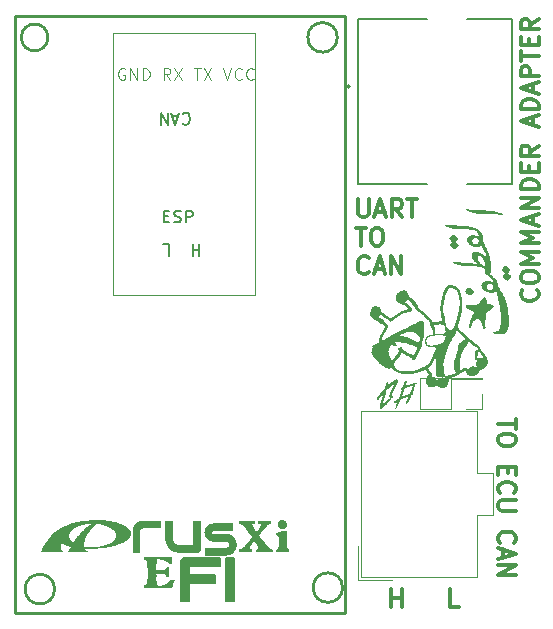
<source format=gbr>
%TF.GenerationSoftware,KiCad,Pcbnew,8.0.2-1*%
%TF.CreationDate,2025-02-24T08:21:50+03:00*%
%TF.ProjectId,PFC_CAN,5046435f-4341-44e2-9e6b-696361645f70,rev?*%
%TF.SameCoordinates,Original*%
%TF.FileFunction,Legend,Top*%
%TF.FilePolarity,Positive*%
%FSLAX46Y46*%
G04 Gerber Fmt 4.6, Leading zero omitted, Abs format (unit mm)*
G04 Created by KiCad (PCBNEW 8.0.2-1) date 2025-02-24 08:21:50*
%MOMM*%
%LPD*%
G01*
G04 APERTURE LIST*
%ADD10C,0.000000*%
%ADD11C,0.132291*%
%ADD12C,0.300000*%
%ADD13C,0.125000*%
%ADD14C,0.150000*%
%ADD15C,0.120000*%
%ADD16C,0.127000*%
%ADD17C,0.200000*%
%ADD18C,0.254000*%
G04 APERTURE END LIST*
D10*
G36*
X102157997Y-100397958D02*
G01*
X102158640Y-100398059D01*
X102159256Y-100398212D01*
X102159842Y-100398418D01*
X102160394Y-100398677D01*
X102160910Y-100398988D01*
X102161386Y-100399350D01*
X102161819Y-100399765D01*
X102162204Y-100400231D01*
X102162540Y-100400748D01*
X102162822Y-100401316D01*
X102163047Y-100401934D01*
X102163212Y-100402603D01*
X102163314Y-100403322D01*
X102163349Y-100404091D01*
X102163308Y-100404887D01*
X102163189Y-100405683D01*
X102162996Y-100406479D01*
X102162733Y-100407270D01*
X102162404Y-100408055D01*
X102162014Y-100408830D01*
X102161567Y-100409594D01*
X102161066Y-100410342D01*
X102160518Y-100411073D01*
X102159925Y-100411783D01*
X102159292Y-100412471D01*
X102158623Y-100413132D01*
X102157923Y-100413766D01*
X102157195Y-100414368D01*
X102156445Y-100414936D01*
X102155676Y-100415468D01*
X102154892Y-100415961D01*
X102154098Y-100416411D01*
X102153298Y-100416817D01*
X102152497Y-100417175D01*
X102151698Y-100417484D01*
X102150905Y-100417739D01*
X102150124Y-100417939D01*
X102149359Y-100418081D01*
X102148613Y-100418161D01*
X102147891Y-100418178D01*
X102147197Y-100418129D01*
X102146535Y-100418010D01*
X102145910Y-100417820D01*
X102145326Y-100417555D01*
X102144788Y-100417213D01*
X102144299Y-100416791D01*
X102144108Y-100416584D01*
X102143935Y-100416362D01*
X102143777Y-100416124D01*
X102143636Y-100415872D01*
X102143510Y-100415605D01*
X102143401Y-100415326D01*
X102143307Y-100415034D01*
X102143229Y-100414729D01*
X102143119Y-100414087D01*
X102143071Y-100413405D01*
X102143082Y-100412688D01*
X102143152Y-100411940D01*
X102143280Y-100411168D01*
X102143465Y-100410376D01*
X102143706Y-100409570D01*
X102144001Y-100408754D01*
X102144350Y-100407934D01*
X102144752Y-100407116D01*
X102145206Y-100406303D01*
X102145710Y-100405502D01*
X102146257Y-100404605D01*
X102146838Y-100403765D01*
X102147449Y-100402983D01*
X102148088Y-100402258D01*
X102148751Y-100401590D01*
X102149433Y-100400978D01*
X102150133Y-100400423D01*
X102150847Y-100399924D01*
X102151571Y-100399480D01*
X102152302Y-100399092D01*
X102153036Y-100398760D01*
X102153771Y-100398482D01*
X102154503Y-100398259D01*
X102155228Y-100398091D01*
X102155944Y-100397977D01*
X102156646Y-100397917D01*
X102157331Y-100397911D01*
X102157997Y-100397958D01*
G37*
G36*
X110060893Y-96653818D02*
G01*
X110072714Y-96654840D01*
X110084618Y-96656580D01*
X110096619Y-96659035D01*
X110108725Y-96662196D01*
X110120952Y-96666061D01*
X110133308Y-96670624D01*
X110145807Y-96675877D01*
X110158459Y-96681819D01*
X110176281Y-96691601D01*
X110196362Y-96704754D01*
X110218232Y-96720806D01*
X110241418Y-96739284D01*
X110265451Y-96759715D01*
X110289862Y-96781627D01*
X110314181Y-96804547D01*
X110337934Y-96828002D01*
X110360656Y-96851518D01*
X110381873Y-96874625D01*
X110401117Y-96896847D01*
X110417915Y-96917711D01*
X110431800Y-96936748D01*
X110442301Y-96953483D01*
X110446134Y-96960839D01*
X110448944Y-96967442D01*
X110450674Y-96973232D01*
X110451265Y-96978153D01*
X110450674Y-96981986D01*
X110448945Y-96986823D01*
X110446137Y-96992598D01*
X110442308Y-96999237D01*
X110437516Y-97006671D01*
X110431823Y-97014833D01*
X110425288Y-97023649D01*
X110417970Y-97033053D01*
X110401225Y-97053342D01*
X110382059Y-97075139D01*
X110360951Y-97097887D01*
X110338375Y-97121027D01*
X110223723Y-97233917D01*
X110290751Y-97281541D01*
X110308751Y-97295484D01*
X110327520Y-97311304D01*
X110346789Y-97328690D01*
X110366294Y-97347329D01*
X110385768Y-97366909D01*
X110404945Y-97387117D01*
X110423559Y-97407640D01*
X110441342Y-97428164D01*
X110458030Y-97448380D01*
X110473357Y-97467973D01*
X110487056Y-97486631D01*
X110498861Y-97504039D01*
X110508506Y-97519889D01*
X110515725Y-97533865D01*
X110518343Y-97540052D01*
X110520252Y-97545653D01*
X110521422Y-97550632D01*
X110521820Y-97554945D01*
X110520828Y-97559966D01*
X110518250Y-97566365D01*
X110508721Y-97582892D01*
X110494015Y-97603717D01*
X110474911Y-97628036D01*
X110452190Y-97655041D01*
X110426632Y-97683928D01*
X110399017Y-97713891D01*
X110370125Y-97744122D01*
X110340739Y-97773816D01*
X110311634Y-97802165D01*
X110283596Y-97828365D01*
X110257402Y-97851609D01*
X110233833Y-97871090D01*
X110213670Y-97886004D01*
X110197692Y-97895545D01*
X110191516Y-97898046D01*
X110186681Y-97898903D01*
X110179774Y-97898041D01*
X110171369Y-97895522D01*
X110161578Y-97891443D01*
X110150510Y-97885905D01*
X110125006Y-97870846D01*
X110095757Y-97851140D01*
X110063667Y-97827578D01*
X110029636Y-97800956D01*
X109994566Y-97772063D01*
X109959359Y-97741697D01*
X109924917Y-97710648D01*
X109892142Y-97679709D01*
X109861936Y-97649676D01*
X109835198Y-97621339D01*
X109812833Y-97595494D01*
X109795743Y-97572931D01*
X109789455Y-97563131D01*
X109784826Y-97554448D01*
X109781965Y-97546982D01*
X109780986Y-97540834D01*
X109781313Y-97537478D01*
X109782267Y-97533392D01*
X109785937Y-97523218D01*
X109791742Y-97510685D01*
X109799425Y-97496158D01*
X109808731Y-97480008D01*
X109819403Y-97462605D01*
X109831186Y-97444319D01*
X109843825Y-97425519D01*
X109870645Y-97387853D01*
X109884315Y-97369727D01*
X109897816Y-97352566D01*
X109910894Y-97336737D01*
X109923293Y-97322610D01*
X109934756Y-97310556D01*
X109945028Y-97300944D01*
X109948271Y-97298591D01*
X109951380Y-97296173D01*
X109954345Y-97293709D01*
X109957155Y-97291216D01*
X109959799Y-97288712D01*
X109962268Y-97286217D01*
X109964550Y-97283746D01*
X109966636Y-97281321D01*
X109968516Y-97278957D01*
X109970177Y-97276674D01*
X109971613Y-97274489D01*
X109972809Y-97272418D01*
X109973758Y-97270485D01*
X109974137Y-97269573D01*
X109974450Y-97268702D01*
X109974694Y-97267874D01*
X109974871Y-97267089D01*
X109974978Y-97266353D01*
X109975014Y-97265667D01*
X109974324Y-97263796D01*
X109972297Y-97260868D01*
X109969004Y-97256942D01*
X109964513Y-97252080D01*
X109952225Y-97239777D01*
X109935988Y-97224436D01*
X109916361Y-97206531D01*
X109893902Y-97186539D01*
X109842722Y-97142194D01*
X109815343Y-97118871D01*
X109791363Y-97097652D01*
X109770712Y-97078249D01*
X109761610Y-97069136D01*
X109753315Y-97060367D01*
X109745815Y-97051904D01*
X109739102Y-97043714D01*
X109733166Y-97035759D01*
X109728000Y-97028000D01*
X109723594Y-97020404D01*
X109719937Y-97012932D01*
X109717023Y-97005548D01*
X109714840Y-96998217D01*
X109713381Y-96990901D01*
X109712637Y-96983564D01*
X109712598Y-96976170D01*
X109713255Y-96968683D01*
X109714601Y-96961063D01*
X109716624Y-96953278D01*
X109719315Y-96945289D01*
X109722667Y-96937060D01*
X109726671Y-96928555D01*
X109731316Y-96919735D01*
X109736595Y-96910568D01*
X109742497Y-96901013D01*
X109756138Y-96880602D01*
X109772167Y-96858208D01*
X109798558Y-96823517D01*
X109824215Y-96792174D01*
X109849232Y-96764137D01*
X109873700Y-96739366D01*
X109885759Y-96728193D01*
X109897714Y-96717820D01*
X109909580Y-96708245D01*
X109921367Y-96699458D01*
X109933086Y-96691459D01*
X109944751Y-96684239D01*
X109956370Y-96677794D01*
X109967958Y-96672118D01*
X109979525Y-96667208D01*
X109991084Y-96663058D01*
X110002644Y-96659661D01*
X110014219Y-96657015D01*
X110025820Y-96655113D01*
X110037459Y-96653949D01*
X110049145Y-96653519D01*
X110060893Y-96653818D01*
G37*
G36*
X99192649Y-101357305D02*
G01*
X99193039Y-101357329D01*
X99193424Y-101357370D01*
X99193803Y-101357426D01*
X99194176Y-101357498D01*
X99194543Y-101357585D01*
X99194902Y-101357687D01*
X99195253Y-101357804D01*
X99195596Y-101357935D01*
X99195930Y-101358080D01*
X99196255Y-101358240D01*
X99196570Y-101358413D01*
X99196875Y-101358599D01*
X99197169Y-101358799D01*
X99197452Y-101359012D01*
X99197722Y-101359237D01*
X99197981Y-101359474D01*
X99198226Y-101359724D01*
X99198458Y-101359986D01*
X99198676Y-101360259D01*
X99198880Y-101360544D01*
X99199068Y-101360840D01*
X99199241Y-101361146D01*
X99199398Y-101361464D01*
X99199539Y-101361791D01*
X99199662Y-101362129D01*
X99199768Y-101362476D01*
X99199856Y-101362833D01*
X99199925Y-101363200D01*
X99199975Y-101363575D01*
X99200005Y-101363959D01*
X99200016Y-101364352D01*
X99200011Y-101364683D01*
X99199999Y-101365012D01*
X99199979Y-101365341D01*
X99199952Y-101365668D01*
X99199918Y-101365992D01*
X99199876Y-101366313D01*
X99199828Y-101366630D01*
X99199773Y-101366943D01*
X99199645Y-101367552D01*
X99199495Y-101368135D01*
X99199411Y-101368415D01*
X99199323Y-101368687D01*
X99199231Y-101368950D01*
X99199134Y-101369203D01*
X99199032Y-101369445D01*
X99198927Y-101369677D01*
X99198819Y-101369897D01*
X99198706Y-101370105D01*
X99198591Y-101370300D01*
X99198473Y-101370482D01*
X99198353Y-101370649D01*
X99198230Y-101370801D01*
X99198105Y-101370938D01*
X99197978Y-101371059D01*
X99197849Y-101371163D01*
X99197720Y-101371249D01*
X99197589Y-101371317D01*
X99197458Y-101371367D01*
X99197326Y-101371397D01*
X99197193Y-101371408D01*
X99196991Y-101371397D01*
X99196781Y-101371367D01*
X99196563Y-101371317D01*
X99196339Y-101371249D01*
X99195873Y-101371059D01*
X99195385Y-101370801D01*
X99194882Y-101370482D01*
X99194366Y-101370105D01*
X99193841Y-101369677D01*
X99193313Y-101369203D01*
X99192784Y-101368687D01*
X99192260Y-101368135D01*
X99191744Y-101367552D01*
X99191240Y-101366943D01*
X99190753Y-101366313D01*
X99190287Y-101365668D01*
X99189845Y-101365012D01*
X99189432Y-101364352D01*
X99189244Y-101363959D01*
X99189076Y-101363575D01*
X99188929Y-101363200D01*
X99188801Y-101362833D01*
X99188693Y-101362476D01*
X99188604Y-101362129D01*
X99188535Y-101361791D01*
X99188484Y-101361464D01*
X99188452Y-101361146D01*
X99188438Y-101360840D01*
X99188443Y-101360544D01*
X99188465Y-101360259D01*
X99188505Y-101359986D01*
X99188562Y-101359724D01*
X99188636Y-101359474D01*
X99188727Y-101359237D01*
X99188834Y-101359012D01*
X99188958Y-101358799D01*
X99189098Y-101358599D01*
X99189253Y-101358413D01*
X99189424Y-101358240D01*
X99189610Y-101358080D01*
X99189812Y-101357935D01*
X99190028Y-101357804D01*
X99190258Y-101357687D01*
X99190503Y-101357585D01*
X99190761Y-101357498D01*
X99191034Y-101357426D01*
X99191319Y-101357370D01*
X99191618Y-101357329D01*
X99191930Y-101357305D01*
X99192254Y-101357297D01*
X99192649Y-101357305D01*
G37*
G36*
X100836278Y-106211626D02*
G01*
X100837171Y-106211943D01*
X100839254Y-106213169D01*
X100841687Y-106215118D01*
X100844412Y-106217714D01*
X100847373Y-106220880D01*
X100850512Y-106224541D01*
X100853774Y-106228619D01*
X100857101Y-106233038D01*
X100860436Y-106237721D01*
X100863722Y-106242593D01*
X100866903Y-106247576D01*
X100869922Y-106252595D01*
X100872722Y-106257572D01*
X100875245Y-106262431D01*
X100877436Y-106267096D01*
X100879237Y-106271491D01*
X100880072Y-106273433D01*
X100880985Y-106275287D01*
X100881972Y-106277048D01*
X100883030Y-106278712D01*
X100884154Y-106280271D01*
X100885340Y-106281723D01*
X100886583Y-106283060D01*
X100887881Y-106284279D01*
X100889228Y-106285374D01*
X100889919Y-106285873D01*
X100890620Y-106286339D01*
X100891332Y-106286772D01*
X100892054Y-106287170D01*
X100892785Y-106287534D01*
X100893525Y-106287862D01*
X100894273Y-106288154D01*
X100895029Y-106288409D01*
X100895792Y-106288626D01*
X100896562Y-106288806D01*
X100897338Y-106288947D01*
X100898120Y-106289048D01*
X100898907Y-106289109D01*
X100899699Y-106289130D01*
X100901534Y-106289229D01*
X100903338Y-106289528D01*
X100905111Y-106290027D01*
X100906853Y-106290728D01*
X100908567Y-106291632D01*
X100910253Y-106292739D01*
X100911912Y-106294050D01*
X100913545Y-106295568D01*
X100915154Y-106297292D01*
X100916738Y-106299223D01*
X100918300Y-106301364D01*
X100919840Y-106303714D01*
X100921360Y-106306276D01*
X100922859Y-106309049D01*
X100924341Y-106312035D01*
X100925804Y-106315234D01*
X100931471Y-106328144D01*
X100938328Y-106343369D01*
X100951910Y-106373091D01*
X100967432Y-106404135D01*
X100951204Y-106414719D01*
X100949635Y-106415849D01*
X100948106Y-106417114D01*
X100946628Y-106418498D01*
X100945207Y-106419988D01*
X100943852Y-106421569D01*
X100942572Y-106423226D01*
X100941375Y-106424946D01*
X100940268Y-106426713D01*
X100939261Y-106428513D01*
X100938361Y-106430332D01*
X100937577Y-106432154D01*
X100936917Y-106433967D01*
X100936389Y-106435755D01*
X100936002Y-106437503D01*
X100935763Y-106439198D01*
X100935682Y-106440824D01*
X100935625Y-106442442D01*
X100935458Y-106444115D01*
X100935185Y-106445828D01*
X100934811Y-106447571D01*
X100934343Y-106449330D01*
X100933785Y-106451093D01*
X100933142Y-106452848D01*
X100932419Y-106454582D01*
X100931622Y-106456284D01*
X100930756Y-106457939D01*
X100929825Y-106459537D01*
X100928836Y-106461065D01*
X100927793Y-106462510D01*
X100926701Y-106463859D01*
X100925566Y-106465102D01*
X100924393Y-106466224D01*
X100923004Y-106467448D01*
X100921746Y-106468740D01*
X100920618Y-106470103D01*
X100919620Y-106471538D01*
X100918749Y-106473047D01*
X100918006Y-106474633D01*
X100917389Y-106476297D01*
X100916897Y-106478042D01*
X100916529Y-106479870D01*
X100916283Y-106481782D01*
X100916160Y-106483781D01*
X100916158Y-106485869D01*
X100916276Y-106488048D01*
X100916512Y-106490320D01*
X100916866Y-106492687D01*
X100917337Y-106495151D01*
X100917588Y-106496392D01*
X100917809Y-106497599D01*
X100918002Y-106498774D01*
X100918166Y-106499915D01*
X100918301Y-106501025D01*
X100918409Y-106502101D01*
X100918488Y-106503146D01*
X100918539Y-106504158D01*
X100918563Y-106505139D01*
X100918558Y-106506087D01*
X100918526Y-106507004D01*
X100918466Y-106507889D01*
X100918379Y-106508742D01*
X100918265Y-106509564D01*
X100918123Y-106510355D01*
X100917955Y-106511115D01*
X100917760Y-106511843D01*
X100917538Y-106512541D01*
X100917289Y-106513208D01*
X100917014Y-106513844D01*
X100916712Y-106514450D01*
X100916385Y-106515026D01*
X100916031Y-106515571D01*
X100915651Y-106516086D01*
X100915245Y-106516572D01*
X100914814Y-106517027D01*
X100914357Y-106517453D01*
X100913875Y-106517849D01*
X100913367Y-106518216D01*
X100912834Y-106518553D01*
X100912276Y-106518861D01*
X100911693Y-106519140D01*
X100910500Y-106519765D01*
X100909175Y-106520832D01*
X100906167Y-106524209D01*
X100902742Y-106529102D01*
X100898971Y-106535346D01*
X100894928Y-106542772D01*
X100890684Y-106551213D01*
X100881884Y-106570469D01*
X100873150Y-106591777D01*
X100865060Y-106613795D01*
X100858195Y-106635185D01*
X100855402Y-106645226D01*
X100853132Y-106654608D01*
X100852578Y-106656634D01*
X100851972Y-106658480D01*
X100851649Y-106659336D01*
X100851312Y-106660148D01*
X100850961Y-106660916D01*
X100850597Y-106661641D01*
X100850217Y-106662322D01*
X100849823Y-106662960D01*
X100849414Y-106663555D01*
X100848990Y-106664108D01*
X100848550Y-106664618D01*
X100848094Y-106665086D01*
X100847623Y-106665512D01*
X100847135Y-106665896D01*
X100846630Y-106666239D01*
X100846109Y-106666541D01*
X100845571Y-106666803D01*
X100845015Y-106667023D01*
X100844442Y-106667204D01*
X100843851Y-106667344D01*
X100843242Y-106667445D01*
X100842615Y-106667506D01*
X100841969Y-106667527D01*
X100841304Y-106667510D01*
X100840620Y-106667454D01*
X100839917Y-106667360D01*
X100839194Y-106667227D01*
X100838451Y-106667056D01*
X100837688Y-106666848D01*
X100836904Y-106666602D01*
X100835388Y-106666206D01*
X100833883Y-106665943D01*
X100832393Y-106665809D01*
X100830921Y-106665798D01*
X100829471Y-106665909D01*
X100828046Y-106666135D01*
X100826650Y-106666474D01*
X100825285Y-106666922D01*
X100823955Y-106667473D01*
X100822664Y-106668126D01*
X100821415Y-106668874D01*
X100820211Y-106669715D01*
X100819055Y-106670644D01*
X100817952Y-106671658D01*
X100816904Y-106672752D01*
X100815914Y-106673922D01*
X100814987Y-106675165D01*
X100814124Y-106676476D01*
X100813331Y-106677851D01*
X100812610Y-106679287D01*
X100811964Y-106680779D01*
X100811396Y-106682323D01*
X100810912Y-106683916D01*
X100810512Y-106685553D01*
X100810202Y-106687230D01*
X100809983Y-106688943D01*
X100809861Y-106690689D01*
X100809837Y-106692463D01*
X100809915Y-106694262D01*
X100810100Y-106696080D01*
X100810393Y-106697915D01*
X100810799Y-106699763D01*
X100811344Y-106701865D01*
X100811528Y-106702909D01*
X100811652Y-106703951D01*
X100811716Y-106704991D01*
X100811718Y-106706034D01*
X100811659Y-106707079D01*
X100811537Y-106708130D01*
X100811353Y-106709188D01*
X100811105Y-106710256D01*
X100810792Y-106711334D01*
X100810414Y-106712425D01*
X100809462Y-106714655D01*
X100808241Y-106716961D01*
X100806748Y-106719357D01*
X100804977Y-106721859D01*
X100802922Y-106724484D01*
X100800579Y-106727246D01*
X100797943Y-106730161D01*
X100795008Y-106733245D01*
X100791769Y-106736512D01*
X100788221Y-106739979D01*
X100782505Y-106745423D01*
X100777256Y-106750658D01*
X100772459Y-106755704D01*
X100768102Y-106760584D01*
X100764170Y-106765319D01*
X100760651Y-106769931D01*
X100757530Y-106774442D01*
X100754795Y-106778873D01*
X100752432Y-106783246D01*
X100750428Y-106787584D01*
X100748769Y-106791906D01*
X100747442Y-106796236D01*
X100746433Y-106800595D01*
X100745729Y-106805005D01*
X100745317Y-106809487D01*
X100745182Y-106814063D01*
X100745142Y-106815780D01*
X100745024Y-106817487D01*
X100744833Y-106819171D01*
X100744576Y-106820820D01*
X100744256Y-106822425D01*
X100743880Y-106823972D01*
X100743452Y-106825451D01*
X100742977Y-106826851D01*
X100742461Y-106828159D01*
X100741909Y-106829366D01*
X100741326Y-106830458D01*
X100741025Y-106830958D01*
X100740717Y-106831426D01*
X100740405Y-106831859D01*
X100740088Y-106832257D01*
X100739767Y-106832618D01*
X100739443Y-106832940D01*
X100739116Y-106833223D01*
X100738787Y-106833464D01*
X100738457Y-106833663D01*
X100738127Y-106833818D01*
X100737293Y-106834295D01*
X100736383Y-106835183D01*
X100734365Y-106838095D01*
X100732127Y-106842363D01*
X100729726Y-106847797D01*
X100727218Y-106854206D01*
X100724658Y-106861401D01*
X100719606Y-106877386D01*
X100715017Y-106894231D01*
X100713036Y-106902501D01*
X100711338Y-106910415D01*
X100709979Y-106917783D01*
X100709014Y-106924416D01*
X100708501Y-106930122D01*
X100708493Y-106934713D01*
X100708455Y-106936461D01*
X100708087Y-106938516D01*
X100707407Y-106940852D01*
X100706432Y-106943444D01*
X100705180Y-106946267D01*
X100703669Y-106949298D01*
X100701916Y-106952510D01*
X100699938Y-106955879D01*
X100697754Y-106959381D01*
X100695381Y-106962990D01*
X100692837Y-106966682D01*
X100690138Y-106970431D01*
X100687303Y-106974214D01*
X100684349Y-106978005D01*
X100681293Y-106981779D01*
X100678154Y-106985512D01*
X100674807Y-106989313D01*
X100671653Y-106993029D01*
X100668701Y-106996645D01*
X100665961Y-107000142D01*
X100663445Y-107003502D01*
X100661163Y-107006708D01*
X100659125Y-107009743D01*
X100657340Y-107012588D01*
X100655821Y-107015227D01*
X100654576Y-107017642D01*
X100654060Y-107018759D01*
X100653617Y-107019814D01*
X100653247Y-107020804D01*
X100652953Y-107021728D01*
X100652735Y-107022581D01*
X100652595Y-107023364D01*
X100652534Y-107024073D01*
X100652553Y-107024706D01*
X100652654Y-107025260D01*
X100652838Y-107025735D01*
X100653106Y-107026127D01*
X100653460Y-107026435D01*
X100654121Y-107026905D01*
X100654776Y-107027513D01*
X100655421Y-107028249D01*
X100656051Y-107029103D01*
X100656660Y-107030064D01*
X100657243Y-107031123D01*
X100657795Y-107032269D01*
X100658311Y-107033491D01*
X100658785Y-107034779D01*
X100659213Y-107036123D01*
X100659590Y-107037512D01*
X100659909Y-107038937D01*
X100660167Y-107040386D01*
X100660357Y-107041850D01*
X100660475Y-107043317D01*
X100660516Y-107044779D01*
X100660457Y-107046441D01*
X100660280Y-107047989D01*
X100660146Y-107048720D01*
X100659981Y-107049422D01*
X100659784Y-107050097D01*
X100659556Y-107050743D01*
X100659296Y-107051362D01*
X100659004Y-107051953D01*
X100658679Y-107052516D01*
X100658320Y-107053052D01*
X100657928Y-107053560D01*
X100657502Y-107054041D01*
X100657042Y-107054495D01*
X100656547Y-107054922D01*
X100656017Y-107055322D01*
X100655451Y-107055695D01*
X100654849Y-107056042D01*
X100654211Y-107056362D01*
X100653536Y-107056656D01*
X100652825Y-107056923D01*
X100652075Y-107057165D01*
X100651288Y-107057380D01*
X100649599Y-107057734D01*
X100647754Y-107057985D01*
X100645749Y-107058135D01*
X100643582Y-107058185D01*
X100640950Y-107058232D01*
X100638595Y-107058398D01*
X100636499Y-107058720D01*
X100634641Y-107059232D01*
X100633796Y-107059571D01*
X100633003Y-107059972D01*
X100632260Y-107060439D01*
X100631564Y-107060975D01*
X100630914Y-107061587D01*
X100630305Y-107062279D01*
X100629737Y-107063054D01*
X100629207Y-107063918D01*
X100628711Y-107064874D01*
X100628248Y-107065929D01*
X100627411Y-107068348D01*
X100626675Y-107071212D01*
X100626021Y-107074556D01*
X100625428Y-107078417D01*
X100624878Y-107082831D01*
X100623827Y-107093463D01*
X100623424Y-107097084D01*
X100623008Y-107100541D01*
X100622580Y-107103832D01*
X100622139Y-107106959D01*
X100621685Y-107109922D01*
X100621218Y-107112720D01*
X100620737Y-107115355D01*
X100620244Y-107117826D01*
X100619737Y-107120134D01*
X100619216Y-107122279D01*
X100618682Y-107124261D01*
X100618134Y-107126081D01*
X100617572Y-107127738D01*
X100616996Y-107129233D01*
X100616406Y-107130567D01*
X100615801Y-107131739D01*
X100615182Y-107132750D01*
X100614548Y-107133599D01*
X100613900Y-107134289D01*
X100613570Y-107134573D01*
X100613236Y-107134817D01*
X100612899Y-107135022D01*
X100612558Y-107135186D01*
X100612213Y-107135310D01*
X100611865Y-107135394D01*
X100611512Y-107135439D01*
X100611156Y-107135443D01*
X100610796Y-107135408D01*
X100610432Y-107135333D01*
X100610064Y-107135218D01*
X100609692Y-107135063D01*
X100609317Y-107134869D01*
X100608937Y-107134634D01*
X100608166Y-107134047D01*
X100607380Y-107133302D01*
X100606577Y-107132398D01*
X100605758Y-107131336D01*
X100604923Y-107130117D01*
X100604071Y-107128740D01*
X100603052Y-107127244D01*
X100602102Y-107125931D01*
X100601208Y-107124801D01*
X100600777Y-107124306D01*
X100600356Y-107123857D01*
X100599942Y-107123454D01*
X100599533Y-107123098D01*
X100599128Y-107122789D01*
X100598726Y-107122527D01*
X100598324Y-107122312D01*
X100597920Y-107122144D01*
X100597514Y-107122023D01*
X100597104Y-107121950D01*
X100596687Y-107121924D01*
X100596262Y-107121946D01*
X100595828Y-107122015D01*
X100595383Y-107122133D01*
X100594924Y-107122298D01*
X100594451Y-107122512D01*
X100593962Y-107122774D01*
X100593455Y-107123085D01*
X100592928Y-107123444D01*
X100592380Y-107123852D01*
X100591809Y-107124309D01*
X100591213Y-107124815D01*
X100589940Y-107125974D01*
X100588549Y-107127330D01*
X100587193Y-107128737D01*
X100586590Y-107129407D01*
X100586037Y-107130057D01*
X100585534Y-107130687D01*
X100585081Y-107131300D01*
X100584679Y-107131896D01*
X100584327Y-107132478D01*
X100584025Y-107133046D01*
X100583775Y-107133602D01*
X100583575Y-107134148D01*
X100583427Y-107134684D01*
X100583329Y-107135213D01*
X100583283Y-107135735D01*
X100583289Y-107136252D01*
X100583345Y-107136766D01*
X100583454Y-107137278D01*
X100583614Y-107137789D01*
X100583827Y-107138301D01*
X100584091Y-107138815D01*
X100584407Y-107139333D01*
X100584776Y-107139856D01*
X100585198Y-107140385D01*
X100585671Y-107140922D01*
X100586198Y-107141469D01*
X100586778Y-107142026D01*
X100587410Y-107142595D01*
X100588095Y-107143178D01*
X100589626Y-107144390D01*
X100591371Y-107145674D01*
X100593479Y-107147184D01*
X100595305Y-107148558D01*
X100596848Y-107149827D01*
X100597513Y-107150431D01*
X100598107Y-107151021D01*
X100598629Y-107151598D01*
X100599080Y-107152169D01*
X100599460Y-107152735D01*
X100599767Y-107153301D01*
X100600003Y-107153871D01*
X100600167Y-107154448D01*
X100600259Y-107155037D01*
X100600279Y-107155640D01*
X100600226Y-107156262D01*
X100600101Y-107156906D01*
X100599903Y-107157576D01*
X100599632Y-107158276D01*
X100599289Y-107159010D01*
X100598872Y-107159781D01*
X100598383Y-107160593D01*
X100597820Y-107161450D01*
X100596474Y-107163313D01*
X100594834Y-107165400D01*
X100592898Y-107167742D01*
X100590665Y-107170368D01*
X100589252Y-107172003D01*
X100587926Y-107173724D01*
X100586690Y-107175517D01*
X100585550Y-107177369D01*
X100584509Y-107179266D01*
X100583571Y-107181196D01*
X100582741Y-107183144D01*
X100582022Y-107185097D01*
X100581419Y-107187042D01*
X100580937Y-107188965D01*
X100580578Y-107190853D01*
X100580347Y-107192692D01*
X100580248Y-107194470D01*
X100580286Y-107196172D01*
X100580465Y-107197785D01*
X100580608Y-107198554D01*
X100580788Y-107199296D01*
X100581028Y-107200162D01*
X100581218Y-107201040D01*
X100581359Y-107201931D01*
X100581451Y-107202833D01*
X100581493Y-107203748D01*
X100581487Y-107204674D01*
X100581328Y-107206561D01*
X100580975Y-107208494D01*
X100580428Y-107210471D01*
X100579689Y-107212491D01*
X100578759Y-107214554D01*
X100577639Y-107216658D01*
X100576330Y-107218802D01*
X100574832Y-107220986D01*
X100573148Y-107223208D01*
X100571277Y-107225467D01*
X100569222Y-107227762D01*
X100566982Y-107230092D01*
X100564560Y-107232457D01*
X100557885Y-107239180D01*
X100554830Y-107242548D01*
X100551904Y-107246028D01*
X100549060Y-107249703D01*
X100546254Y-107253653D01*
X100543439Y-107257961D01*
X100540571Y-107262708D01*
X100537603Y-107267976D01*
X100534491Y-107273847D01*
X100527651Y-107287722D01*
X100519685Y-107304987D01*
X100510232Y-107326296D01*
X100504691Y-107339279D01*
X100500167Y-107350384D01*
X100498253Y-107355329D01*
X100496552Y-107359919D01*
X100495053Y-107364193D01*
X100493740Y-107368188D01*
X100492601Y-107371944D01*
X100491622Y-107375499D01*
X100490790Y-107378890D01*
X100490091Y-107382156D01*
X100489512Y-107385335D01*
X100489039Y-107388466D01*
X100488660Y-107391586D01*
X100488360Y-107394735D01*
X100488130Y-107396402D01*
X100487712Y-107398217D01*
X100487116Y-107400162D01*
X100486353Y-107402220D01*
X100485433Y-107404373D01*
X100484366Y-107406604D01*
X100483163Y-107408895D01*
X100481834Y-107411227D01*
X100480388Y-107413585D01*
X100478838Y-107415950D01*
X100477192Y-107418304D01*
X100475462Y-107420631D01*
X100473657Y-107422912D01*
X100471788Y-107425130D01*
X100469865Y-107427267D01*
X100467899Y-107429307D01*
X100465941Y-107431197D01*
X100464042Y-107433154D01*
X100462211Y-107435161D01*
X100460457Y-107437200D01*
X100458791Y-107439256D01*
X100457220Y-107441312D01*
X100455755Y-107443352D01*
X100454405Y-107445358D01*
X100453179Y-107447315D01*
X100452086Y-107449206D01*
X100451135Y-107451014D01*
X100450337Y-107452722D01*
X100449700Y-107454315D01*
X100449233Y-107455776D01*
X100448946Y-107457088D01*
X100448873Y-107457683D01*
X100448849Y-107458234D01*
X100448800Y-107459381D01*
X100448656Y-107460693D01*
X100448421Y-107462154D01*
X100448099Y-107463747D01*
X100447695Y-107465456D01*
X100447212Y-107467264D01*
X100446654Y-107469155D01*
X100446026Y-107471111D01*
X100445333Y-107473118D01*
X100444577Y-107475157D01*
X100443763Y-107477214D01*
X100442896Y-107479270D01*
X100441979Y-107481309D01*
X100441016Y-107483316D01*
X100440012Y-107485272D01*
X100438971Y-107487163D01*
X100429799Y-107506742D01*
X100424882Y-107517524D01*
X100422630Y-107522642D01*
X100420627Y-107527379D01*
X100412689Y-107545812D01*
X100410746Y-107550234D01*
X100408919Y-107554268D01*
X100407257Y-107557755D01*
X100405810Y-107560540D01*
X100404214Y-107563847D01*
X100402866Y-107567151D01*
X100401767Y-107570448D01*
X100400915Y-107573736D01*
X100400311Y-107577012D01*
X100399956Y-107580272D01*
X100399848Y-107583514D01*
X100399989Y-107586734D01*
X100400378Y-107589929D01*
X100401014Y-107593096D01*
X100401899Y-107596233D01*
X100403032Y-107599335D01*
X100404413Y-107602400D01*
X100406041Y-107605424D01*
X100407918Y-107608406D01*
X100410043Y-107611340D01*
X100411092Y-107612835D01*
X100412119Y-107614400D01*
X100413116Y-107616022D01*
X100414078Y-107617690D01*
X100414999Y-107619392D01*
X100415872Y-107621113D01*
X100416692Y-107622844D01*
X100417452Y-107624569D01*
X100418145Y-107626279D01*
X100418766Y-107627959D01*
X100419309Y-107629599D01*
X100419767Y-107631184D01*
X100420134Y-107632703D01*
X100420403Y-107634144D01*
X100420570Y-107635494D01*
X100420627Y-107636740D01*
X100420672Y-107637416D01*
X100420807Y-107638120D01*
X100421343Y-107639608D01*
X100422227Y-107641197D01*
X100423449Y-107642881D01*
X100425002Y-107644651D01*
X100426877Y-107646501D01*
X100429067Y-107648423D01*
X100431563Y-107650410D01*
X100434356Y-107652455D01*
X100437439Y-107654551D01*
X100440802Y-107656691D01*
X100444439Y-107658866D01*
X100448340Y-107661070D01*
X100452498Y-107663297D01*
X100456904Y-107665537D01*
X100461549Y-107667785D01*
X100478791Y-107676494D01*
X100496297Y-107685071D01*
X100511952Y-107692589D01*
X100523638Y-107698123D01*
X100545510Y-107709413D01*
X100520816Y-107757390D01*
X100516107Y-107766705D01*
X100511256Y-107775583D01*
X100506288Y-107784003D01*
X100501225Y-107791941D01*
X100496093Y-107799374D01*
X100490913Y-107806281D01*
X100485712Y-107812637D01*
X100480511Y-107818421D01*
X100475335Y-107823610D01*
X100470207Y-107828180D01*
X100467669Y-107830227D01*
X100465152Y-107832110D01*
X100462659Y-107833828D01*
X100460193Y-107835376D01*
X100457757Y-107836754D01*
X100455354Y-107837956D01*
X100452987Y-107838982D01*
X100450658Y-107839827D01*
X100448372Y-107840490D01*
X100446130Y-107840967D01*
X100443936Y-107841255D01*
X100441793Y-107841351D01*
X100440456Y-107841392D01*
X100439096Y-107841510D01*
X100437727Y-107841700D01*
X100436358Y-107841958D01*
X100435002Y-107842277D01*
X100433670Y-107842654D01*
X100432373Y-107843082D01*
X100431122Y-107843556D01*
X100429929Y-107844072D01*
X100428805Y-107844624D01*
X100427762Y-107845207D01*
X100426811Y-107845816D01*
X100425964Y-107846446D01*
X100425582Y-107846767D01*
X100425231Y-107847091D01*
X100424911Y-107847418D01*
X100424624Y-107847746D01*
X100424371Y-107848076D01*
X100424154Y-107848407D01*
X100423821Y-107848918D01*
X100423484Y-107849392D01*
X100423142Y-107849829D01*
X100422796Y-107850230D01*
X100422444Y-107850596D01*
X100422086Y-107850926D01*
X100421723Y-107851222D01*
X100421354Y-107851483D01*
X100420979Y-107851710D01*
X100420597Y-107851903D01*
X100420209Y-107852063D01*
X100419814Y-107852190D01*
X100419411Y-107852284D01*
X100419001Y-107852346D01*
X100418583Y-107852377D01*
X100418157Y-107852376D01*
X100417723Y-107852344D01*
X100417280Y-107852281D01*
X100416829Y-107852188D01*
X100416368Y-107852066D01*
X100415899Y-107851913D01*
X100415419Y-107851732D01*
X100414930Y-107851522D01*
X100414431Y-107851284D01*
X100413401Y-107850725D01*
X100412328Y-107850056D01*
X100411209Y-107849283D01*
X100410043Y-107848407D01*
X100408694Y-107847346D01*
X100407295Y-107846412D01*
X100405850Y-107845602D01*
X100404363Y-107844915D01*
X100402838Y-107844349D01*
X100401278Y-107843902D01*
X100399688Y-107843572D01*
X100398071Y-107843358D01*
X100396431Y-107843258D01*
X100394773Y-107843269D01*
X100393099Y-107843390D01*
X100391415Y-107843620D01*
X100389723Y-107843956D01*
X100388028Y-107844397D01*
X100386333Y-107844940D01*
X100384643Y-107845585D01*
X100382961Y-107846329D01*
X100381291Y-107847170D01*
X100379638Y-107848107D01*
X100378004Y-107849138D01*
X100376394Y-107850260D01*
X100374811Y-107851473D01*
X100373260Y-107852774D01*
X100371745Y-107854162D01*
X100370269Y-107855634D01*
X100368835Y-107857190D01*
X100367449Y-107858826D01*
X100366114Y-107860542D01*
X100364834Y-107862336D01*
X100363612Y-107864205D01*
X100362453Y-107866148D01*
X100361360Y-107868163D01*
X100360245Y-107870194D01*
X100359026Y-107872307D01*
X100357711Y-107874484D01*
X100356311Y-107876707D01*
X100354837Y-107878959D01*
X100353298Y-107881223D01*
X100351706Y-107883480D01*
X100350071Y-107885714D01*
X100348403Y-107887906D01*
X100346711Y-107890039D01*
X100345008Y-107892096D01*
X100343302Y-107894059D01*
X100341605Y-107895910D01*
X100339926Y-107897632D01*
X100338276Y-107899207D01*
X100336665Y-107900618D01*
X100335104Y-107902080D01*
X100333598Y-107903549D01*
X100332154Y-107905016D01*
X100330778Y-107906472D01*
X100329477Y-107907907D01*
X100328257Y-107909312D01*
X100327123Y-107910678D01*
X100326082Y-107911995D01*
X100325141Y-107913254D01*
X100324304Y-107914447D01*
X100323580Y-107915562D01*
X100322973Y-107916592D01*
X100322491Y-107917527D01*
X100322138Y-107918358D01*
X100322013Y-107918731D01*
X100321922Y-107919074D01*
X100321867Y-107919387D01*
X100321849Y-107919668D01*
X100321703Y-107920736D01*
X100321277Y-107922202D01*
X100319655Y-107926212D01*
X100317124Y-107931474D01*
X100313823Y-107937759D01*
X100305478Y-107952497D01*
X100295743Y-107968616D01*
X100285744Y-107984305D01*
X100276605Y-107997753D01*
X100272709Y-108003071D01*
X100269450Y-108007150D01*
X100266969Y-108009763D01*
X100266063Y-108010449D01*
X100265404Y-108010684D01*
X100264315Y-108010996D01*
X100262906Y-108011920D01*
X100261189Y-108013442D01*
X100259176Y-108015546D01*
X100256877Y-108018216D01*
X100254304Y-108021437D01*
X100248383Y-108029470D01*
X100241502Y-108039520D01*
X100233754Y-108051464D01*
X100225228Y-108065177D01*
X100216015Y-108080535D01*
X100205016Y-108094365D01*
X100181598Y-108120399D01*
X100107360Y-108198892D01*
X100013014Y-108295641D01*
X99918271Y-108390274D01*
X99905677Y-108402501D01*
X99893985Y-108414141D01*
X99883433Y-108424938D01*
X99874262Y-108434636D01*
X99870269Y-108438992D01*
X99866712Y-108442977D01*
X99863619Y-108446559D01*
X99861022Y-108449706D01*
X99858949Y-108452386D01*
X99857432Y-108454566D01*
X99856500Y-108456216D01*
X99856262Y-108456831D01*
X99856182Y-108457302D01*
X99855998Y-108458119D01*
X99855459Y-108459233D01*
X99853408Y-108462268D01*
X99850206Y-108466238D01*
X99846029Y-108470972D01*
X99841054Y-108476301D01*
X99835458Y-108482057D01*
X99823109Y-108494167D01*
X99810397Y-108505946D01*
X99804346Y-108511288D01*
X99798735Y-108516039D01*
X99793739Y-108520029D01*
X99789536Y-108523089D01*
X99786303Y-108525049D01*
X99785105Y-108525564D01*
X99784216Y-108525740D01*
X99783722Y-108525903D01*
X99783043Y-108526380D01*
X99782192Y-108527154D01*
X99781184Y-108528210D01*
X99778746Y-108531098D01*
X99775837Y-108534913D01*
X99772564Y-108539521D01*
X99769035Y-108544791D01*
X99765357Y-108550590D01*
X99761638Y-108556785D01*
X99759706Y-108560074D01*
X99757626Y-108563314D01*
X99755416Y-108566493D01*
X99753094Y-108569595D01*
X99750676Y-108572606D01*
X99748181Y-108575512D01*
X99745626Y-108578298D01*
X99743029Y-108580950D01*
X99740407Y-108583453D01*
X99737777Y-108585792D01*
X99735158Y-108587954D01*
X99732567Y-108589924D01*
X99730021Y-108591687D01*
X99727538Y-108593228D01*
X99725136Y-108594534D01*
X99722832Y-108595590D01*
X99720588Y-108596686D01*
X99718105Y-108598105D01*
X99715412Y-108599824D01*
X99712535Y-108601819D01*
X99709501Y-108604066D01*
X99706337Y-108606542D01*
X99703069Y-108609222D01*
X99699725Y-108612083D01*
X99696331Y-108615101D01*
X99692915Y-108618252D01*
X99689503Y-108621513D01*
X99686121Y-108624860D01*
X99682798Y-108628268D01*
X99679559Y-108631715D01*
X99676432Y-108635177D01*
X99673443Y-108638629D01*
X99670363Y-108642165D01*
X99667220Y-108645617D01*
X99664036Y-108648968D01*
X99660832Y-108652200D01*
X99657627Y-108655295D01*
X99654443Y-108658237D01*
X99651300Y-108661007D01*
X99648220Y-108663588D01*
X99645222Y-108665962D01*
X99642327Y-108668112D01*
X99639557Y-108670020D01*
X99636931Y-108671669D01*
X99634470Y-108673041D01*
X99632196Y-108674118D01*
X99630128Y-108674883D01*
X99629178Y-108675143D01*
X99628288Y-108675318D01*
X99627490Y-108675469D01*
X99626685Y-108675656D01*
X99625060Y-108676135D01*
X99623423Y-108676749D01*
X99621783Y-108677490D01*
X99620152Y-108678351D01*
X99618539Y-108679324D01*
X99616956Y-108680403D01*
X99615411Y-108681580D01*
X99613917Y-108682848D01*
X99612482Y-108684200D01*
X99611117Y-108685628D01*
X99609833Y-108687125D01*
X99608640Y-108688685D01*
X99607548Y-108690299D01*
X99606568Y-108691961D01*
X99605710Y-108693663D01*
X99604992Y-108695257D01*
X99604169Y-108696854D01*
X99603251Y-108698444D01*
X99602248Y-108700013D01*
X99601171Y-108701549D01*
X99600030Y-108703039D01*
X99598835Y-108704472D01*
X99597596Y-108705834D01*
X99596324Y-108707113D01*
X99595030Y-108708298D01*
X99593723Y-108709375D01*
X99592415Y-108710332D01*
X99591114Y-108711157D01*
X99590470Y-108711515D01*
X99589832Y-108711837D01*
X99589201Y-108712119D01*
X99588579Y-108712360D01*
X99587967Y-108712558D01*
X99587365Y-108712713D01*
X99586774Y-108712926D01*
X99586192Y-108713167D01*
X99585059Y-108713729D01*
X99583970Y-108714392D01*
X99582934Y-108715150D01*
X99581955Y-108715994D01*
X99581040Y-108716918D01*
X99580196Y-108717914D01*
X99579428Y-108718975D01*
X99578743Y-108720094D01*
X99578146Y-108721264D01*
X99577645Y-108722477D01*
X99577245Y-108723727D01*
X99577085Y-108724363D01*
X99576953Y-108725005D01*
X99576849Y-108725653D01*
X99576774Y-108726305D01*
X99576729Y-108726961D01*
X99576715Y-108727619D01*
X99576732Y-108728280D01*
X99576782Y-108728941D01*
X99576831Y-108730479D01*
X99576793Y-108731212D01*
X99576713Y-108731920D01*
X99576591Y-108732605D01*
X99576426Y-108733266D01*
X99576218Y-108733904D01*
X99575966Y-108734519D01*
X99575672Y-108735111D01*
X99575334Y-108735681D01*
X99574951Y-108736228D01*
X99574525Y-108736754D01*
X99574054Y-108737258D01*
X99573539Y-108737740D01*
X99572978Y-108738201D01*
X99572373Y-108738642D01*
X99571024Y-108739460D01*
X99569492Y-108740199D01*
X99567774Y-108740858D01*
X99565868Y-108741442D01*
X99563772Y-108741951D01*
X99561483Y-108742387D01*
X99559000Y-108742753D01*
X99556321Y-108743051D01*
X99554182Y-108743348D01*
X99552009Y-108743706D01*
X99549818Y-108744119D01*
X99547623Y-108744584D01*
X99545441Y-108745093D01*
X99543286Y-108745643D01*
X99541175Y-108746229D01*
X99539123Y-108746844D01*
X99537145Y-108747484D01*
X99535258Y-108748143D01*
X99533475Y-108748817D01*
X99531814Y-108749501D01*
X99530289Y-108750188D01*
X99528916Y-108750874D01*
X99527711Y-108751555D01*
X99526688Y-108752224D01*
X99525410Y-108753154D01*
X99523962Y-108753962D01*
X99522352Y-108754650D01*
X99520589Y-108755219D01*
X99516633Y-108756009D01*
X99512158Y-108756347D01*
X99507228Y-108756246D01*
X99501908Y-108755721D01*
X99496261Y-108754787D01*
X99490352Y-108753458D01*
X99484244Y-108751749D01*
X99478002Y-108749674D01*
X99471689Y-108747248D01*
X99465371Y-108744484D01*
X99459110Y-108741399D01*
X99452971Y-108738005D01*
X99447018Y-108734317D01*
X99441316Y-108730351D01*
X99438124Y-108727837D01*
X99434902Y-108725058D01*
X99431651Y-108722012D01*
X99428373Y-108718698D01*
X99425070Y-108715116D01*
X99421745Y-108711264D01*
X99418398Y-108707141D01*
X99415034Y-108702746D01*
X99411652Y-108698079D01*
X99408256Y-108693137D01*
X99404848Y-108687921D01*
X99401430Y-108682429D01*
X99398003Y-108676659D01*
X99394570Y-108670612D01*
X99391133Y-108664285D01*
X99387693Y-108657679D01*
X99379024Y-108640587D01*
X99375488Y-108633332D01*
X99372447Y-108626778D01*
X99369873Y-108620807D01*
X99367738Y-108615300D01*
X99366015Y-108610139D01*
X99364675Y-108605204D01*
X99363690Y-108600376D01*
X99363033Y-108595537D01*
X99362676Y-108590567D01*
X99362591Y-108585349D01*
X99362750Y-108579763D01*
X99363124Y-108573690D01*
X99364410Y-108559608D01*
X99364863Y-108554901D01*
X99365423Y-108550065D01*
X99366824Y-108540149D01*
X99368540Y-108530152D01*
X99370495Y-108520361D01*
X99372616Y-108511066D01*
X99374828Y-108502556D01*
X99377056Y-108495122D01*
X99378153Y-108491899D01*
X99379227Y-108489052D01*
X99381664Y-108482684D01*
X99384177Y-108474885D01*
X99386705Y-108465946D01*
X99389193Y-108456155D01*
X99391581Y-108445801D01*
X99393812Y-108435175D01*
X99395828Y-108424566D01*
X99397571Y-108414262D01*
X99398354Y-108408912D01*
X99399369Y-108403209D01*
X99402036Y-108390924D01*
X99405447Y-108377762D01*
X99409477Y-108364080D01*
X99411379Y-108358262D01*
X99623657Y-108358262D01*
X99623672Y-108359693D01*
X99623729Y-108361010D01*
X99623830Y-108362217D01*
X99623975Y-108363319D01*
X99624167Y-108364320D01*
X99624407Y-108365227D01*
X99624697Y-108366042D01*
X99625038Y-108366771D01*
X99625431Y-108367418D01*
X99625879Y-108367988D01*
X99626383Y-108368486D01*
X99626944Y-108368916D01*
X99627563Y-108369283D01*
X99628244Y-108369592D01*
X99628986Y-108369847D01*
X99629792Y-108370053D01*
X99630663Y-108370215D01*
X99631601Y-108370336D01*
X99632607Y-108370423D01*
X99633682Y-108370479D01*
X99636049Y-108370518D01*
X99639451Y-108370252D01*
X99643124Y-108369383D01*
X99647189Y-108367802D01*
X99651770Y-108365403D01*
X99656987Y-108362078D01*
X99662962Y-108357719D01*
X99669818Y-108352219D01*
X99677677Y-108345471D01*
X99696889Y-108327799D01*
X99721575Y-108303843D01*
X99752711Y-108272743D01*
X99791271Y-108233640D01*
X99808327Y-108216544D01*
X99825325Y-108199927D01*
X99841811Y-108184204D01*
X99857329Y-108169787D01*
X99871425Y-108157090D01*
X99883644Y-108146526D01*
X99888907Y-108142173D01*
X99893531Y-108138509D01*
X99897458Y-108135584D01*
X99900632Y-108133452D01*
X99903251Y-108131701D01*
X99905805Y-108129898D01*
X99908281Y-108128055D01*
X99910664Y-108126186D01*
X99912940Y-108124306D01*
X99915093Y-108122426D01*
X99917110Y-108120560D01*
X99918977Y-108118723D01*
X99920677Y-108116927D01*
X99922198Y-108115185D01*
X99923525Y-108113512D01*
X99924643Y-108111921D01*
X99925119Y-108111160D01*
X99925538Y-108110424D01*
X99925897Y-108109716D01*
X99926195Y-108109037D01*
X99926430Y-108108387D01*
X99926599Y-108107771D01*
X99926703Y-108107188D01*
X99926738Y-108106640D01*
X99926758Y-108106103D01*
X99926819Y-108105550D01*
X99926920Y-108104983D01*
X99927059Y-108104401D01*
X99927449Y-108103200D01*
X99927983Y-108101955D01*
X99928654Y-108100673D01*
X99929454Y-108099360D01*
X99930376Y-108098025D01*
X99931412Y-108096674D01*
X99932556Y-108095315D01*
X99933800Y-108093955D01*
X99935137Y-108092602D01*
X99936560Y-108091261D01*
X99938062Y-108089941D01*
X99939635Y-108088650D01*
X99941272Y-108087393D01*
X99942966Y-108086179D01*
X99946478Y-108083750D01*
X99950561Y-108080766D01*
X99955058Y-108077337D01*
X99959811Y-108073568D01*
X99964663Y-108069567D01*
X99969457Y-108065443D01*
X99974036Y-108061302D01*
X99978243Y-108057252D01*
X99980242Y-108055418D01*
X99982260Y-108053627D01*
X99984285Y-108051891D01*
X99986302Y-108050218D01*
X99988299Y-108048620D01*
X99990261Y-108047106D01*
X99992176Y-108045688D01*
X99994030Y-108044375D01*
X99995810Y-108043178D01*
X99997501Y-108042107D01*
X99999092Y-108041172D01*
X100000568Y-108040384D01*
X100001915Y-108039753D01*
X100003121Y-108039290D01*
X100003667Y-108039124D01*
X100004172Y-108039004D01*
X100004635Y-108038932D01*
X100005054Y-108038907D01*
X100005393Y-108038884D01*
X100005748Y-108038817D01*
X100006116Y-108038707D01*
X100006499Y-108038554D01*
X100007299Y-108038126D01*
X100008141Y-108037540D01*
X100009016Y-108036805D01*
X100009916Y-108035930D01*
X100010832Y-108034923D01*
X100011757Y-108033792D01*
X100012682Y-108032544D01*
X100013598Y-108031190D01*
X100014498Y-108029736D01*
X100015373Y-108028191D01*
X100016215Y-108026564D01*
X100017016Y-108024862D01*
X100017767Y-108023094D01*
X100018460Y-108021268D01*
X100019178Y-108019442D01*
X100020003Y-108017674D01*
X100020928Y-108015972D01*
X100021944Y-108014345D01*
X100023042Y-108012800D01*
X100024215Y-108011346D01*
X100025453Y-108009992D01*
X100026750Y-108008745D01*
X100028097Y-108007613D01*
X100029484Y-108006606D01*
X100030191Y-108006152D01*
X100030905Y-108005731D01*
X100031625Y-108005346D01*
X100032351Y-108004997D01*
X100033080Y-108004685D01*
X100033813Y-108004411D01*
X100034547Y-108004177D01*
X100035283Y-108003983D01*
X100036019Y-108003830D01*
X100036753Y-108003719D01*
X100037486Y-108003652D01*
X100038216Y-108003630D01*
X100038885Y-108003607D01*
X100039570Y-108003540D01*
X100040267Y-108003430D01*
X100040977Y-108003277D01*
X100041697Y-108003083D01*
X100042426Y-108002848D01*
X100043904Y-108002263D01*
X100045399Y-108001528D01*
X100046897Y-108000653D01*
X100048388Y-107999646D01*
X100049857Y-107998514D01*
X100051294Y-107997267D01*
X100052685Y-107995913D01*
X100054018Y-107994459D01*
X100055281Y-107992914D01*
X100056462Y-107991287D01*
X100057547Y-107989585D01*
X100058524Y-107987817D01*
X100059382Y-107985991D01*
X100060216Y-107984165D01*
X100061123Y-107982397D01*
X100062094Y-107980695D01*
X100063119Y-107979067D01*
X100064191Y-107977523D01*
X100065298Y-107976069D01*
X100066432Y-107974714D01*
X100067584Y-107973467D01*
X100068744Y-107972335D01*
X100069903Y-107971328D01*
X100071052Y-107970453D01*
X100071620Y-107970068D01*
X100072181Y-107969719D01*
X100072736Y-107969407D01*
X100073282Y-107969133D01*
X100073818Y-107968898D01*
X100074344Y-107968704D01*
X100074857Y-107968552D01*
X100075358Y-107968441D01*
X100075844Y-107968374D01*
X100076316Y-107968352D01*
X100077182Y-107968286D01*
X100078183Y-107968095D01*
X100079306Y-107967784D01*
X100080538Y-107967359D01*
X100081865Y-107966827D01*
X100083273Y-107966193D01*
X100084750Y-107965465D01*
X100086282Y-107964647D01*
X100087854Y-107963747D01*
X100089455Y-107962770D01*
X100091070Y-107961723D01*
X100092687Y-107960612D01*
X100094291Y-107959443D01*
X100095869Y-107958223D01*
X100097407Y-107956957D01*
X100098893Y-107955651D01*
X100103718Y-107951857D01*
X100110338Y-107947191D01*
X100127876Y-107935863D01*
X100149334Y-107922897D01*
X100172536Y-107909526D01*
X100195308Y-107896981D01*
X100215475Y-107886496D01*
X100223903Y-107882410D01*
X100230864Y-107879301D01*
X100236086Y-107877323D01*
X100239299Y-107876629D01*
X100240782Y-107876566D01*
X100242316Y-107876381D01*
X100243894Y-107876079D01*
X100245510Y-107875666D01*
X100247156Y-107875148D01*
X100248825Y-107874532D01*
X100250512Y-107873822D01*
X100252208Y-107873024D01*
X100253908Y-107872145D01*
X100255604Y-107871190D01*
X100258957Y-107869076D01*
X100262212Y-107866729D01*
X100265316Y-107864194D01*
X100268213Y-107861519D01*
X100270849Y-107858749D01*
X100272052Y-107857344D01*
X100273168Y-107855932D01*
X100274192Y-107854521D01*
X100275117Y-107853114D01*
X100275935Y-107851720D01*
X100276639Y-107850342D01*
X100277224Y-107848987D01*
X100277681Y-107847662D01*
X100278005Y-107846370D01*
X100278188Y-107845120D01*
X100278223Y-107843915D01*
X100278104Y-107842763D01*
X100277937Y-107842225D01*
X100277702Y-107841673D01*
X100277032Y-107840526D01*
X100276111Y-107839332D01*
X100274951Y-107838099D01*
X100273569Y-107836838D01*
X100271978Y-107835557D01*
X100270192Y-107834266D01*
X100268227Y-107832973D01*
X100266096Y-107831689D01*
X100263814Y-107830422D01*
X100261396Y-107829183D01*
X100258856Y-107827979D01*
X100256208Y-107826821D01*
X100253468Y-107825718D01*
X100250649Y-107824679D01*
X100247765Y-107823713D01*
X100243379Y-107822551D01*
X100239463Y-107821429D01*
X100235991Y-107820322D01*
X100232938Y-107819204D01*
X100231560Y-107818632D01*
X100230277Y-107818048D01*
X100229086Y-107817448D01*
X100227984Y-107816829D01*
X100226966Y-107816188D01*
X100226031Y-107815522D01*
X100225175Y-107814827D01*
X100224394Y-107814100D01*
X100223685Y-107813337D01*
X100223046Y-107812537D01*
X100222473Y-107811694D01*
X100221962Y-107810807D01*
X100221510Y-107809872D01*
X100221115Y-107808886D01*
X100220773Y-107807845D01*
X100220480Y-107806746D01*
X100220234Y-107805587D01*
X100220032Y-107804363D01*
X100219869Y-107803071D01*
X100219743Y-107801709D01*
X100219589Y-107798760D01*
X100219543Y-107795490D01*
X100219531Y-107794186D01*
X100219494Y-107792919D01*
X100219432Y-107791689D01*
X100219346Y-107790496D01*
X100219236Y-107789341D01*
X100219101Y-107788223D01*
X100218943Y-107787142D01*
X100218761Y-107786098D01*
X100218554Y-107785091D01*
X100218325Y-107784122D01*
X100218071Y-107783189D01*
X100217795Y-107782294D01*
X100217495Y-107781436D01*
X100217171Y-107780616D01*
X100216825Y-107779832D01*
X100216456Y-107779086D01*
X100216065Y-107778377D01*
X100215650Y-107777705D01*
X100215214Y-107777071D01*
X100214755Y-107776473D01*
X100214273Y-107775913D01*
X100213770Y-107775390D01*
X100213244Y-107774904D01*
X100212697Y-107774456D01*
X100212128Y-107774044D01*
X100211538Y-107773670D01*
X100210926Y-107773333D01*
X100210293Y-107773034D01*
X100209638Y-107772771D01*
X100208963Y-107772546D01*
X100208266Y-107772357D01*
X100207549Y-107772206D01*
X100206830Y-107772058D01*
X100206127Y-107771877D01*
X100205442Y-107771663D01*
X100204775Y-107771418D01*
X100204126Y-107771143D01*
X100203495Y-107770836D01*
X100202883Y-107770500D01*
X100202290Y-107770134D01*
X100201717Y-107769740D01*
X100201164Y-107769316D01*
X100200632Y-107768865D01*
X100200120Y-107768387D01*
X100199160Y-107767350D01*
X100198288Y-107766210D01*
X100197508Y-107764970D01*
X100196821Y-107763636D01*
X100196231Y-107762210D01*
X100195742Y-107760698D01*
X100195356Y-107759102D01*
X100195076Y-107757429D01*
X100194906Y-107755681D01*
X100194849Y-107753862D01*
X100194808Y-107752252D01*
X100194689Y-107750605D01*
X100194495Y-107748933D01*
X100194231Y-107747248D01*
X100193901Y-107745563D01*
X100193509Y-107743891D01*
X100193059Y-107742244D01*
X100192556Y-107740634D01*
X100192002Y-107739073D01*
X100191404Y-107737574D01*
X100190763Y-107736150D01*
X100190086Y-107734813D01*
X100189376Y-107733575D01*
X100188636Y-107732448D01*
X100187872Y-107731446D01*
X100187088Y-107730580D01*
X100186096Y-107729512D01*
X100185237Y-107728423D01*
X100184513Y-107727307D01*
X100184201Y-107726737D01*
X100183924Y-107726159D01*
X100183680Y-107725571D01*
X100183471Y-107724973D01*
X100183296Y-107724365D01*
X100183156Y-107723746D01*
X100183050Y-107723114D01*
X100182980Y-107722470D01*
X100182944Y-107721813D01*
X100182943Y-107721142D01*
X100182977Y-107720457D01*
X100183046Y-107719757D01*
X100183291Y-107718308D01*
X100183679Y-107716791D01*
X100184210Y-107715200D01*
X100184886Y-107713531D01*
X100185708Y-107711778D01*
X100186677Y-107709937D01*
X100187793Y-107708001D01*
X100188570Y-107706334D01*
X100189310Y-107704519D01*
X100190012Y-107702574D01*
X100190670Y-107700516D01*
X100191284Y-107698363D01*
X100191849Y-107696132D01*
X100192362Y-107693842D01*
X100192820Y-107691509D01*
X100193221Y-107689151D01*
X100193560Y-107686787D01*
X100193836Y-107684432D01*
X100194044Y-107682105D01*
X100194182Y-107679824D01*
X100194247Y-107677606D01*
X100194235Y-107675468D01*
X100194143Y-107673429D01*
X100193912Y-107671325D01*
X100193745Y-107668996D01*
X100193603Y-107663761D01*
X100193709Y-107657914D01*
X100194055Y-107651645D01*
X100194632Y-107645145D01*
X100195433Y-107638603D01*
X100196449Y-107632211D01*
X100197671Y-107626157D01*
X100201600Y-107605050D01*
X100205421Y-107585753D01*
X100209094Y-107568424D01*
X100212576Y-107553220D01*
X100215827Y-107540298D01*
X100218805Y-107529816D01*
X100220178Y-107525538D01*
X100221468Y-107521929D01*
X100222670Y-107519008D01*
X100223777Y-107516796D01*
X100225560Y-107513150D01*
X100227693Y-107508164D01*
X100232751Y-107494968D01*
X100238436Y-107478795D01*
X100244238Y-107461234D01*
X100249642Y-107443870D01*
X100254138Y-107428293D01*
X100257211Y-107416089D01*
X100258054Y-107411748D01*
X100258349Y-107408846D01*
X100258438Y-107407840D01*
X100258702Y-107406682D01*
X100259130Y-107405389D01*
X100259716Y-107403973D01*
X100260450Y-107402450D01*
X100261325Y-107400834D01*
X100262333Y-107399139D01*
X100263464Y-107397381D01*
X100264711Y-107395572D01*
X100266066Y-107393729D01*
X100267520Y-107391865D01*
X100269064Y-107389995D01*
X100270692Y-107388133D01*
X100272394Y-107386293D01*
X100274162Y-107384491D01*
X100275988Y-107382741D01*
X100277814Y-107380957D01*
X100279582Y-107379058D01*
X100281283Y-107377060D01*
X100282911Y-107374979D01*
X100284456Y-107372832D01*
X100285909Y-107370635D01*
X100287264Y-107368406D01*
X100288511Y-107366160D01*
X100289643Y-107363913D01*
X100290650Y-107361684D01*
X100291525Y-107359487D01*
X100292259Y-107357340D01*
X100292845Y-107355260D01*
X100293274Y-107353261D01*
X100293537Y-107351363D01*
X100293627Y-107349580D01*
X100293679Y-107347467D01*
X100293835Y-107345238D01*
X100294433Y-107340480D01*
X100295380Y-107335402D01*
X100296636Y-107330099D01*
X100298161Y-107324669D01*
X100299915Y-107319206D01*
X100301856Y-107313807D01*
X100303945Y-107308569D01*
X100306142Y-107303587D01*
X100308406Y-107298957D01*
X100310697Y-107294776D01*
X100312974Y-107291139D01*
X100314095Y-107289555D01*
X100315198Y-107288144D01*
X100316277Y-107286916D01*
X100317327Y-107285885D01*
X100318344Y-107285062D01*
X100319323Y-107284459D01*
X100320257Y-107284089D01*
X100321143Y-107283962D01*
X100321538Y-107283940D01*
X100321928Y-107283873D01*
X100322313Y-107283763D01*
X100322692Y-107283611D01*
X100323065Y-107283418D01*
X100323431Y-107283186D01*
X100324142Y-107282607D01*
X100324819Y-107281883D01*
X100325459Y-107281023D01*
X100326058Y-107280038D01*
X100326611Y-107278936D01*
X100327115Y-107277726D01*
X100327565Y-107276418D01*
X100327957Y-107275021D01*
X100328287Y-107273545D01*
X100328551Y-107271998D01*
X100328744Y-107270390D01*
X100328864Y-107268731D01*
X100328904Y-107267029D01*
X100328945Y-107265179D01*
X100329063Y-107263340D01*
X100329253Y-107261524D01*
X100329511Y-107259742D01*
X100329830Y-107258005D01*
X100330207Y-107256326D01*
X100330635Y-107254714D01*
X100331109Y-107253183D01*
X100331625Y-107251742D01*
X100332177Y-107250403D01*
X100332760Y-107249178D01*
X100333369Y-107248079D01*
X100333999Y-107247115D01*
X100334320Y-107246688D01*
X100334644Y-107246299D01*
X100334971Y-107245951D01*
X100335299Y-107245643D01*
X100335629Y-107245378D01*
X100335960Y-107245157D01*
X100336353Y-107244942D01*
X100336737Y-107244695D01*
X100337479Y-107244111D01*
X100338183Y-107243413D01*
X100338848Y-107242610D01*
X100339472Y-107241713D01*
X100340053Y-107240729D01*
X100340588Y-107239669D01*
X100341075Y-107238542D01*
X100341513Y-107237357D01*
X100341899Y-107236124D01*
X100342232Y-107234851D01*
X100342508Y-107233548D01*
X100342727Y-107232225D01*
X100342886Y-107230890D01*
X100342983Y-107229553D01*
X100343016Y-107228223D01*
X100343089Y-107226853D01*
X100343302Y-107225397D01*
X100343648Y-107223869D01*
X100344118Y-107222282D01*
X100344704Y-107220649D01*
X100345397Y-107218984D01*
X100346189Y-107217300D01*
X100347072Y-107215612D01*
X100348038Y-107213932D01*
X100349079Y-107212273D01*
X100350185Y-107210649D01*
X100351350Y-107209074D01*
X100352564Y-107207562D01*
X100353819Y-107206124D01*
X100355108Y-107204775D01*
X100356421Y-107203529D01*
X100357834Y-107202166D01*
X100359161Y-107200729D01*
X100360396Y-107199226D01*
X100361536Y-107197664D01*
X100362577Y-107196053D01*
X100363515Y-107194401D01*
X100364345Y-107192716D01*
X100365064Y-107191006D01*
X100365667Y-107189279D01*
X100366150Y-107187544D01*
X100366509Y-107185809D01*
X100366740Y-107184082D01*
X100366838Y-107182372D01*
X100366800Y-107180687D01*
X100366622Y-107179035D01*
X100366479Y-107178224D01*
X100366299Y-107177424D01*
X100365968Y-107175796D01*
X100365768Y-107174096D01*
X100365699Y-107172331D01*
X100365759Y-107170512D01*
X100365947Y-107168647D01*
X100366262Y-107166745D01*
X100366703Y-107164817D01*
X100367269Y-107162872D01*
X100367959Y-107160918D01*
X100368772Y-107158965D01*
X100369708Y-107157022D01*
X100370764Y-107155099D01*
X100371940Y-107153205D01*
X100373234Y-107151350D01*
X100374647Y-107149541D01*
X100376177Y-107147790D01*
X100377679Y-107146017D01*
X100379268Y-107143893D01*
X100380928Y-107141446D01*
X100382648Y-107138706D01*
X100386210Y-107132461D01*
X100389847Y-107125389D01*
X100393450Y-107117722D01*
X100396913Y-107109691D01*
X100400128Y-107101527D01*
X100402988Y-107093463D01*
X100405911Y-107085207D01*
X100409305Y-107076496D01*
X100413046Y-107067604D01*
X100417011Y-107058802D01*
X100421074Y-107050365D01*
X100425113Y-107042564D01*
X100429004Y-107035672D01*
X100430854Y-107032653D01*
X100432621Y-107029963D01*
X100434198Y-107027387D01*
X100435749Y-107024699D01*
X100437262Y-107021920D01*
X100438728Y-107019071D01*
X100440136Y-107016172D01*
X100441476Y-107013244D01*
X100442737Y-107010309D01*
X100443910Y-107007385D01*
X100444983Y-107004495D01*
X100445947Y-107001658D01*
X100446790Y-106998896D01*
X100447504Y-106996228D01*
X100448077Y-106993677D01*
X100448499Y-106991262D01*
X100448759Y-106989004D01*
X100448849Y-106986924D01*
X100448931Y-106984908D01*
X100449173Y-106982837D01*
X100449570Y-106980720D01*
X100450117Y-106978567D01*
X100450808Y-106976390D01*
X100451639Y-106974199D01*
X100452605Y-106972003D01*
X100453699Y-106969814D01*
X100454918Y-106967641D01*
X100456256Y-106965495D01*
X100457707Y-106963386D01*
X100459267Y-106961325D01*
X100460930Y-106959322D01*
X100462691Y-106957387D01*
X100464545Y-106955530D01*
X100466488Y-106953762D01*
X100468446Y-106951953D01*
X100470350Y-106949973D01*
X100472194Y-106947831D01*
X100473973Y-106945538D01*
X100475682Y-106943105D01*
X100477315Y-106940542D01*
X100478867Y-106937858D01*
X100480334Y-106935065D01*
X100481710Y-106932173D01*
X100482990Y-106929192D01*
X100484168Y-106926133D01*
X100485240Y-106923005D01*
X100486200Y-106919819D01*
X100487044Y-106916586D01*
X100487765Y-106913316D01*
X100488360Y-106910018D01*
X100488945Y-106907062D01*
X100489639Y-106904031D01*
X100490431Y-106900948D01*
X100491314Y-106897837D01*
X100492280Y-106894721D01*
X100493321Y-106891626D01*
X100494427Y-106888574D01*
X100495592Y-106885589D01*
X100496806Y-106882695D01*
X100498061Y-106879915D01*
X100499350Y-106877274D01*
X100500663Y-106874796D01*
X100501993Y-106872503D01*
X100503331Y-106870420D01*
X100504669Y-106868571D01*
X100505999Y-106866979D01*
X100507428Y-106865377D01*
X100508803Y-106863753D01*
X100510118Y-106862119D01*
X100511368Y-106860486D01*
X100512547Y-106858865D01*
X100513651Y-106857268D01*
X100514674Y-106855707D01*
X100515612Y-106854191D01*
X100516459Y-106852734D01*
X100517209Y-106851346D01*
X100517858Y-106850038D01*
X100518401Y-106848823D01*
X100518832Y-106847710D01*
X100519147Y-106846713D01*
X100519339Y-106845841D01*
X100519388Y-106845457D01*
X100519404Y-106845108D01*
X100519494Y-106844333D01*
X100519757Y-106843342D01*
X100520186Y-106842151D01*
X100520771Y-106840775D01*
X100521506Y-106839229D01*
X100522381Y-106837530D01*
X100524520Y-106833730D01*
X100527121Y-106829501D01*
X100530120Y-106824966D01*
X100533449Y-106820249D01*
X100537043Y-106815474D01*
X100538869Y-106813054D01*
X100540637Y-106810569D01*
X100542339Y-106808037D01*
X100543966Y-106805475D01*
X100545511Y-106802900D01*
X100546965Y-106800331D01*
X100548320Y-106797784D01*
X100549567Y-106795277D01*
X100550698Y-106792829D01*
X100551706Y-106790456D01*
X100552581Y-106788175D01*
X100553315Y-106786006D01*
X100553901Y-106783964D01*
X100554329Y-106782069D01*
X100554593Y-106780336D01*
X100554682Y-106778785D01*
X100554755Y-106777350D01*
X100554970Y-106775704D01*
X100555319Y-106773868D01*
X100555796Y-106771862D01*
X100556392Y-106769707D01*
X100557101Y-106767425D01*
X100557915Y-106765034D01*
X100558827Y-106762557D01*
X100559831Y-106760014D01*
X100560918Y-106757425D01*
X100562081Y-106754812D01*
X100563314Y-106752194D01*
X100564609Y-106749593D01*
X100565958Y-106747029D01*
X100567356Y-106744523D01*
X100568793Y-106742095D01*
X100570231Y-106739692D01*
X100571628Y-106737257D01*
X100572977Y-106734808D01*
X100574272Y-106732362D01*
X100575505Y-106729936D01*
X100576669Y-106727548D01*
X100577756Y-106725216D01*
X100578759Y-106722958D01*
X100579672Y-106720791D01*
X100580486Y-106718732D01*
X100581195Y-106716799D01*
X100581791Y-106715009D01*
X100582267Y-106713381D01*
X100582616Y-106711932D01*
X100582831Y-106710679D01*
X100582904Y-106709641D01*
X100582927Y-106709095D01*
X100582994Y-106708518D01*
X100583257Y-106707275D01*
X100583686Y-106705922D01*
X100584271Y-106704470D01*
X100585006Y-106702932D01*
X100585881Y-106701319D01*
X100586888Y-106699641D01*
X100588020Y-106697911D01*
X100589267Y-106696139D01*
X100590621Y-106694338D01*
X100592075Y-106692517D01*
X100593620Y-106690690D01*
X100595247Y-106688867D01*
X100596949Y-106687059D01*
X100598717Y-106685278D01*
X100600543Y-106683535D01*
X100602602Y-106681394D01*
X100604542Y-106679204D01*
X100606363Y-106676967D01*
X100608062Y-106674683D01*
X100609637Y-106672353D01*
X100611085Y-106669979D01*
X100612406Y-106667562D01*
X100613596Y-106665102D01*
X100614654Y-106662601D01*
X100615578Y-106660060D01*
X100616365Y-106657480D01*
X100617014Y-106654861D01*
X100617522Y-106652205D01*
X100617887Y-106649513D01*
X100618108Y-106646785D01*
X100618182Y-106644024D01*
X100618158Y-106641778D01*
X100618086Y-106639547D01*
X100617968Y-106637347D01*
X100617807Y-106635194D01*
X100617605Y-106633102D01*
X100617364Y-106631088D01*
X100617085Y-106629167D01*
X100616771Y-106627355D01*
X100616424Y-106625667D01*
X100616046Y-106624118D01*
X100615639Y-106622724D01*
X100615206Y-106621501D01*
X100614747Y-106620464D01*
X100614509Y-106620020D01*
X100614266Y-106619628D01*
X100614017Y-106619291D01*
X100613764Y-106619010D01*
X100613506Y-106618787D01*
X100613243Y-106618624D01*
X100612403Y-106618208D01*
X100611473Y-106617884D01*
X100610459Y-106617650D01*
X100609367Y-106617503D01*
X100608202Y-106617441D01*
X100606969Y-106617459D01*
X100604325Y-106617731D01*
X100601477Y-106618296D01*
X100598472Y-106619132D01*
X100595353Y-106620219D01*
X100592165Y-106621534D01*
X100588952Y-106623056D01*
X100585758Y-106624763D01*
X100582629Y-106626633D01*
X100579608Y-106628645D01*
X100576740Y-106630777D01*
X100574070Y-106633007D01*
X100571641Y-106635313D01*
X100569499Y-106637674D01*
X100568400Y-106638831D01*
X100567226Y-106639918D01*
X100565984Y-106640930D01*
X100564681Y-106641863D01*
X100563324Y-106642714D01*
X100561921Y-106643478D01*
X100560478Y-106644152D01*
X100559004Y-106644730D01*
X100557504Y-106645208D01*
X100555987Y-106645584D01*
X100554460Y-106645852D01*
X100552929Y-106646008D01*
X100551403Y-106646049D01*
X100549888Y-106645970D01*
X100548391Y-106645766D01*
X100546921Y-106645435D01*
X100546137Y-106645189D01*
X100545374Y-106644980D01*
X100544631Y-106644808D01*
X100543907Y-106644674D01*
X100543203Y-106644577D01*
X100542517Y-106644517D01*
X100541849Y-106644494D01*
X100541199Y-106644509D01*
X100540567Y-106644560D01*
X100539952Y-106644649D01*
X100539354Y-106644775D01*
X100538773Y-106644939D01*
X100538207Y-106645139D01*
X100537657Y-106645377D01*
X100537122Y-106645652D01*
X100536602Y-106645964D01*
X100536097Y-106646313D01*
X100535605Y-106646700D01*
X100535128Y-106647123D01*
X100534663Y-106647584D01*
X100534212Y-106648083D01*
X100533773Y-106648618D01*
X100533346Y-106649191D01*
X100532931Y-106649800D01*
X100532527Y-106650447D01*
X100532135Y-106651132D01*
X100531381Y-106652612D01*
X100530666Y-106654240D01*
X100529988Y-106656018D01*
X100529429Y-106657569D01*
X100528559Y-106659299D01*
X100527397Y-106661188D01*
X100525964Y-106663217D01*
X100524278Y-106665366D01*
X100522360Y-106667614D01*
X100520229Y-106669944D01*
X100517905Y-106672334D01*
X100515407Y-106674766D01*
X100512755Y-106677219D01*
X100509969Y-106679675D01*
X100507068Y-106682113D01*
X100504072Y-106684514D01*
X100501001Y-106686857D01*
X100497873Y-106689125D01*
X100494710Y-106691296D01*
X100487609Y-106696255D01*
X100479706Y-106702000D01*
X100471257Y-106708324D01*
X100462519Y-106715020D01*
X100453748Y-106721882D01*
X100445200Y-106728702D01*
X100437131Y-106735273D01*
X100429799Y-106741390D01*
X100390387Y-106774519D01*
X100361625Y-106798981D01*
X100341197Y-106816698D01*
X100333384Y-106823625D01*
X100326788Y-106829585D01*
X100325121Y-106831055D01*
X100323306Y-106832546D01*
X100321360Y-106834048D01*
X100319302Y-106835549D01*
X100317149Y-106837037D01*
X100314919Y-106838502D01*
X100312628Y-106839932D01*
X100310295Y-106841315D01*
X100307938Y-106842640D01*
X100305573Y-106843896D01*
X100303218Y-106845071D01*
X100300892Y-106846154D01*
X100298611Y-106847135D01*
X100296392Y-106848000D01*
X100294255Y-106848739D01*
X100292216Y-106849341D01*
X100291166Y-106849549D01*
X100290133Y-106849778D01*
X100289120Y-106850025D01*
X100288126Y-106850290D01*
X100287152Y-106850572D01*
X100286200Y-106850871D01*
X100285271Y-106851184D01*
X100284366Y-106851512D01*
X100283486Y-106851854D01*
X100282631Y-106852208D01*
X100281804Y-106852573D01*
X100281004Y-106852950D01*
X100280233Y-106853336D01*
X100279492Y-106853731D01*
X100278782Y-106854134D01*
X100278104Y-106854544D01*
X100277460Y-106854960D01*
X100276849Y-106855382D01*
X100276273Y-106855808D01*
X100275734Y-106856238D01*
X100275232Y-106856670D01*
X100274768Y-106857103D01*
X100274343Y-106857538D01*
X100273959Y-106857972D01*
X100273616Y-106858406D01*
X100273316Y-106858837D01*
X100273058Y-106859266D01*
X100272846Y-106859691D01*
X100272678Y-106860111D01*
X100272558Y-106860526D01*
X100272484Y-106860934D01*
X100272460Y-106861335D01*
X100272024Y-106863135D01*
X100270729Y-106865614D01*
X100268590Y-106868756D01*
X100265625Y-106872546D01*
X100257279Y-106882009D01*
X100245825Y-106893878D01*
X100231394Y-106908030D01*
X100214119Y-106924339D01*
X100194132Y-106942682D01*
X100171566Y-106962935D01*
X100131706Y-106998429D01*
X100093326Y-107033766D01*
X100057576Y-107067797D01*
X100025604Y-107099372D01*
X100011394Y-107113879D01*
X99998560Y-107127342D01*
X99987245Y-107139616D01*
X99977593Y-107150558D01*
X99969748Y-107160023D01*
X99963852Y-107167870D01*
X99960051Y-107173953D01*
X99958981Y-107176289D01*
X99958488Y-107178129D01*
X99955891Y-107193809D01*
X99952931Y-107209372D01*
X99949707Y-107224440D01*
X99946317Y-107238631D01*
X99942861Y-107251565D01*
X99939438Y-107262862D01*
X99937770Y-107267778D01*
X99936147Y-107272142D01*
X99934582Y-107275907D01*
X99933088Y-107279024D01*
X99931289Y-107282677D01*
X99929349Y-107287478D01*
X99925139Y-107300091D01*
X99920648Y-107315995D01*
X99916066Y-107334322D01*
X99911584Y-107354203D01*
X99907390Y-107374770D01*
X99903676Y-107395155D01*
X99900632Y-107414490D01*
X99900171Y-107417447D01*
X99899586Y-107420481D01*
X99898888Y-107423570D01*
X99898086Y-107426694D01*
X99897188Y-107429830D01*
X99896205Y-107432957D01*
X99895145Y-107436053D01*
X99894018Y-107439097D01*
X99892833Y-107442065D01*
X99891599Y-107444938D01*
X99890326Y-107447693D01*
X99889024Y-107450308D01*
X99887700Y-107452762D01*
X99886365Y-107455034D01*
X99885028Y-107457100D01*
X99883699Y-107458941D01*
X99882177Y-107461066D01*
X99880788Y-107463214D01*
X99879532Y-107465388D01*
X99878407Y-107467595D01*
X99877415Y-107469838D01*
X99876555Y-107472124D01*
X99875828Y-107474458D01*
X99875232Y-107476844D01*
X99874769Y-107479288D01*
X99874438Y-107481795D01*
X99874240Y-107484371D01*
X99874174Y-107487019D01*
X99874240Y-107489747D01*
X99874438Y-107492558D01*
X99874769Y-107495458D01*
X99875232Y-107498452D01*
X99875572Y-107501153D01*
X99875797Y-107503956D01*
X99875911Y-107506845D01*
X99875916Y-107509807D01*
X99875813Y-107512826D01*
X99875604Y-107515889D01*
X99875292Y-107518981D01*
X99874879Y-107522088D01*
X99874367Y-107525194D01*
X99873758Y-107528286D01*
X99873053Y-107531349D01*
X99872256Y-107534369D01*
X99871367Y-107537330D01*
X99870390Y-107540220D01*
X99869326Y-107543022D01*
X99868177Y-107545723D01*
X99865645Y-107551659D01*
X99862874Y-107559206D01*
X99859954Y-107568060D01*
X99856976Y-107577915D01*
X99854031Y-107588464D01*
X99851210Y-107599401D01*
X99848604Y-107610421D01*
X99846304Y-107621218D01*
X99844100Y-107631725D01*
X99841762Y-107641900D01*
X99839359Y-107651480D01*
X99836956Y-107660200D01*
X99835775Y-107664155D01*
X99834619Y-107667796D01*
X99833496Y-107671090D01*
X99832414Y-107674003D01*
X99831382Y-107676503D01*
X99830407Y-107678556D01*
X99829499Y-107680130D01*
X99829073Y-107680726D01*
X99828666Y-107681191D01*
X99826374Y-107684677D01*
X99824091Y-107689371D01*
X99821559Y-107696148D01*
X99818523Y-107705885D01*
X99814727Y-107719458D01*
X99809913Y-107737745D01*
X99796210Y-107791962D01*
X99790284Y-107814003D01*
X99782011Y-107842079D01*
X99772149Y-107873892D01*
X99761461Y-107907144D01*
X99750707Y-107939537D01*
X99740647Y-107968770D01*
X99732043Y-107992547D01*
X99725654Y-108008568D01*
X99724605Y-108010904D01*
X99723579Y-108013400D01*
X99722582Y-108016035D01*
X99721620Y-108018787D01*
X99720699Y-108021634D01*
X99719825Y-108024554D01*
X99719006Y-108027526D01*
X99718246Y-108030528D01*
X99717553Y-108033539D01*
X99716931Y-108036535D01*
X99716389Y-108039497D01*
X99715931Y-108042402D01*
X99715564Y-108045228D01*
X99715294Y-108047954D01*
X99715128Y-108050558D01*
X99715071Y-108053018D01*
X99715014Y-108055346D01*
X99714848Y-108057818D01*
X99714578Y-108060411D01*
X99714211Y-108063105D01*
X99713753Y-108065878D01*
X99713211Y-108068707D01*
X99712590Y-108071571D01*
X99711896Y-108074449D01*
X99711136Y-108077319D01*
X99710317Y-108080159D01*
X99709444Y-108082946D01*
X99708523Y-108085661D01*
X99707560Y-108088280D01*
X99706563Y-108090783D01*
X99705537Y-108093147D01*
X99704488Y-108095351D01*
X99702123Y-108100231D01*
X99699328Y-108106739D01*
X99696203Y-108114587D01*
X99692846Y-108123485D01*
X99689357Y-108133144D01*
X99685835Y-108143274D01*
X99682378Y-108153586D01*
X99679088Y-108163790D01*
X99675871Y-108174274D01*
X99672142Y-108185883D01*
X99663742Y-108210886D01*
X99655077Y-108235625D01*
X99647338Y-108256923D01*
X99643649Y-108266860D01*
X99640051Y-108277418D01*
X99636635Y-108288289D01*
X99633491Y-108299169D01*
X99630712Y-108309751D01*
X99628387Y-108319729D01*
X99626608Y-108328798D01*
X99625952Y-108332896D01*
X99625466Y-108336651D01*
X99624856Y-108342147D01*
X99624358Y-108347020D01*
X99623984Y-108351305D01*
X99623746Y-108355040D01*
X99623682Y-108356713D01*
X99623657Y-108358262D01*
X99411379Y-108358262D01*
X99414004Y-108350232D01*
X99418903Y-108336574D01*
X99424050Y-108323462D01*
X99429321Y-108311252D01*
X99434742Y-108298577D01*
X99440808Y-108283669D01*
X99447304Y-108267074D01*
X99454015Y-108249339D01*
X99460727Y-108231008D01*
X99467223Y-108212628D01*
X99473289Y-108194744D01*
X99478710Y-108177901D01*
X99490043Y-108140672D01*
X99503757Y-108098086D01*
X99518001Y-108055366D01*
X99530921Y-108017740D01*
X99546982Y-107972139D01*
X99561778Y-107929160D01*
X99575235Y-107889041D01*
X99587277Y-107852023D01*
X99597832Y-107818345D01*
X99606823Y-107788247D01*
X99614178Y-107761969D01*
X99619821Y-107739751D01*
X99622322Y-107729450D01*
X99625013Y-107718860D01*
X99627821Y-107708287D01*
X99630669Y-107698036D01*
X99633484Y-107688413D01*
X99636192Y-107679724D01*
X99638718Y-107672276D01*
X99640988Y-107666373D01*
X99642037Y-107663789D01*
X99643063Y-107661078D01*
X99645023Y-107655361D01*
X99646817Y-107649395D01*
X99648396Y-107643355D01*
X99649711Y-107637414D01*
X99650253Y-107634535D01*
X99650711Y-107631746D01*
X99651078Y-107629069D01*
X99651348Y-107626525D01*
X99651514Y-107624136D01*
X99651571Y-107621924D01*
X99651644Y-107619647D01*
X99651859Y-107617066D01*
X99652208Y-107614211D01*
X99652684Y-107611109D01*
X99653989Y-107604275D01*
X99655716Y-107596788D01*
X99657807Y-107588872D01*
X99660203Y-107580748D01*
X99662848Y-107572641D01*
X99665682Y-107564774D01*
X99668791Y-107556128D01*
X99670197Y-107551971D01*
X99671503Y-107547927D01*
X99672710Y-107543999D01*
X99673818Y-107540188D01*
X99674827Y-107536496D01*
X99675736Y-107532925D01*
X99676547Y-107529477D01*
X99677258Y-107526153D01*
X99677870Y-107522957D01*
X99678382Y-107519890D01*
X99678796Y-107516953D01*
X99679110Y-107514149D01*
X99679325Y-107511479D01*
X99679441Y-107508947D01*
X99679457Y-107506552D01*
X99679374Y-107504298D01*
X99679192Y-107502187D01*
X99678911Y-107500219D01*
X99678531Y-107498398D01*
X99678051Y-107496726D01*
X99677473Y-107495203D01*
X99676795Y-107493832D01*
X99676017Y-107492616D01*
X99675141Y-107491555D01*
X99674165Y-107490652D01*
X99673091Y-107489909D01*
X99671916Y-107489328D01*
X99670643Y-107488910D01*
X99669271Y-107488658D01*
X99667799Y-107488574D01*
X99666065Y-107488980D01*
X99663665Y-107490174D01*
X99657023Y-107494765D01*
X99648172Y-107502029D01*
X99637416Y-107511648D01*
X99611393Y-107536682D01*
X99581368Y-107567331D01*
X99549756Y-107601056D01*
X99518971Y-107635318D01*
X99491427Y-107667580D01*
X99479624Y-107682167D01*
X99469538Y-107695302D01*
X99462535Y-107704708D01*
X99454920Y-107714726D01*
X99438846Y-107735342D01*
X99430884Y-107745310D01*
X99423302Y-107754634D01*
X99416348Y-107762999D01*
X99410271Y-107770090D01*
X99407496Y-107773360D01*
X99404736Y-107776799D01*
X99402007Y-107780378D01*
X99399324Y-107784069D01*
X99396703Y-107787843D01*
X99394160Y-107791671D01*
X99391710Y-107795523D01*
X99389369Y-107799371D01*
X99387152Y-107803186D01*
X99385074Y-107806939D01*
X99383151Y-107810601D01*
X99381398Y-107814144D01*
X99379832Y-107817537D01*
X99378467Y-107820753D01*
X99377320Y-107823762D01*
X99376404Y-107826535D01*
X99375622Y-107829416D01*
X99374609Y-107832487D01*
X99373383Y-107835720D01*
X99371962Y-107839092D01*
X99370363Y-107842574D01*
X99368603Y-107846143D01*
X99366702Y-107849772D01*
X99364675Y-107853434D01*
X99362540Y-107857105D01*
X99360316Y-107860758D01*
X99358019Y-107864368D01*
X99355668Y-107867909D01*
X99353279Y-107871355D01*
X99350871Y-107874679D01*
X99348460Y-107877857D01*
X99346065Y-107880863D01*
X99340939Y-107886971D01*
X99335218Y-107894014D01*
X99329099Y-107901735D01*
X99322782Y-107909878D01*
X99316465Y-107918187D01*
X99310347Y-107926404D01*
X99304625Y-107934274D01*
X99299499Y-107941540D01*
X99294356Y-107948961D01*
X99289478Y-107955633D01*
X99284815Y-107961584D01*
X99280317Y-107966841D01*
X99275934Y-107971433D01*
X99273771Y-107973488D01*
X99271618Y-107975387D01*
X99269470Y-107977133D01*
X99267319Y-107978731D01*
X99265160Y-107980183D01*
X99262986Y-107981493D01*
X99260792Y-107982664D01*
X99258571Y-107983701D01*
X99256317Y-107984606D01*
X99254024Y-107985383D01*
X99251685Y-107986035D01*
X99249294Y-107986567D01*
X99246846Y-107986981D01*
X99244333Y-107987281D01*
X99241750Y-107987470D01*
X99239091Y-107987552D01*
X99233518Y-107987409D01*
X99227565Y-107986879D01*
X99221182Y-107985991D01*
X99214437Y-107984636D01*
X99207970Y-107982959D01*
X99201791Y-107980968D01*
X99195915Y-107978670D01*
X99193093Y-107977410D01*
X99190352Y-107976076D01*
X99187693Y-107974669D01*
X99185116Y-107973191D01*
X99182625Y-107971643D01*
X99180219Y-107970026D01*
X99177902Y-107968340D01*
X99175674Y-107966588D01*
X99173537Y-107964769D01*
X99171492Y-107962885D01*
X99169542Y-107960937D01*
X99167687Y-107958926D01*
X99165929Y-107956853D01*
X99164270Y-107954719D01*
X99162711Y-107952525D01*
X99161254Y-107950272D01*
X99159900Y-107947961D01*
X99158652Y-107945593D01*
X99157509Y-107943170D01*
X99156475Y-107940692D01*
X99155550Y-107938160D01*
X99154737Y-107935575D01*
X99154036Y-107932939D01*
X99153449Y-107930252D01*
X99152690Y-107923772D01*
X99152504Y-107916089D01*
X99152851Y-107907371D01*
X99153691Y-107897785D01*
X99154987Y-107887500D01*
X99156698Y-107876686D01*
X99158786Y-107865509D01*
X99161210Y-107854140D01*
X99163932Y-107842745D01*
X99166912Y-107831494D01*
X99170112Y-107820556D01*
X99173491Y-107810098D01*
X99177011Y-107800289D01*
X99180632Y-107791297D01*
X99184315Y-107783292D01*
X99188021Y-107776441D01*
X99228238Y-107709413D01*
X99234206Y-107699764D01*
X99241853Y-107688048D01*
X99250872Y-107674711D01*
X99260958Y-107660200D01*
X99271804Y-107644962D01*
X99283106Y-107629442D01*
X99294556Y-107614088D01*
X99305849Y-107599346D01*
X99353209Y-107538139D01*
X99375401Y-107509255D01*
X99392632Y-107486457D01*
X99407813Y-107467528D01*
X99423588Y-107448269D01*
X99431141Y-107439239D01*
X99438174Y-107430994D01*
X99444462Y-107423824D01*
X99449782Y-107418018D01*
X99454780Y-107412596D01*
X99460134Y-107406520D01*
X99465670Y-107399998D01*
X99471213Y-107393236D01*
X99476592Y-107386440D01*
X99481631Y-107379819D01*
X99486158Y-107373578D01*
X99489999Y-107367924D01*
X99495336Y-107360417D01*
X99502966Y-107350534D01*
X99524020Y-107324852D01*
X99550994Y-107293299D01*
X99581721Y-107258298D01*
X99614036Y-107222272D01*
X99645772Y-107187643D01*
X99674764Y-107156834D01*
X99698843Y-107132268D01*
X99708379Y-107122709D01*
X99718775Y-107111752D01*
X99729700Y-107099786D01*
X99740824Y-107087200D01*
X99751815Y-107074383D01*
X99762343Y-107061723D01*
X99772078Y-107049609D01*
X99780688Y-107038429D01*
X99792608Y-107022402D01*
X99797676Y-107015258D01*
X99802229Y-107008509D01*
X99806328Y-107002016D01*
X99810032Y-106995641D01*
X99813401Y-106989245D01*
X99816495Y-106982690D01*
X99819374Y-106975838D01*
X99822098Y-106968549D01*
X99824727Y-106960685D01*
X99827321Y-106952109D01*
X99829939Y-106942681D01*
X99832642Y-106932262D01*
X99838543Y-106907901D01*
X99848916Y-106866217D01*
X99861066Y-106819960D01*
X99888020Y-106722958D01*
X99901485Y-106676825D01*
X99914049Y-106635348D01*
X99925041Y-106600832D01*
X99933793Y-106575585D01*
X99937862Y-106565671D01*
X99942369Y-106556066D01*
X99947270Y-106546818D01*
X99952524Y-106537970D01*
X99958087Y-106529569D01*
X99963919Y-106521660D01*
X99969975Y-106514288D01*
X99976215Y-106507499D01*
X99982595Y-106501339D01*
X99989073Y-106495852D01*
X99992336Y-106493375D01*
X99995607Y-106491085D01*
X99998882Y-106488985D01*
X100002155Y-106487082D01*
X100005421Y-106485382D01*
X100008674Y-106483890D01*
X100011909Y-106482612D01*
X100015121Y-106481553D01*
X100018305Y-106480720D01*
X100021455Y-106480118D01*
X100024566Y-106479753D01*
X100027632Y-106479630D01*
X100030124Y-106479685D01*
X100032697Y-106479848D01*
X100038057Y-106480481D01*
X100043642Y-106481499D01*
X100049383Y-106482871D01*
X100055211Y-106484565D01*
X100061057Y-106486550D01*
X100066850Y-106488796D01*
X100072523Y-106491271D01*
X100078006Y-106493945D01*
X100083229Y-106496786D01*
X100088124Y-106499763D01*
X100092620Y-106502846D01*
X100096650Y-106506004D01*
X100100143Y-106509205D01*
X100101667Y-106510811D01*
X100103031Y-106512418D01*
X100104226Y-106514019D01*
X100105243Y-106515612D01*
X100106399Y-106519405D01*
X100106985Y-106525814D01*
X100107042Y-106534528D01*
X100106610Y-106545235D01*
X100104450Y-106571386D01*
X100100834Y-106601779D01*
X100096093Y-106633924D01*
X100090559Y-106665334D01*
X100084562Y-106693519D01*
X100081493Y-106705625D01*
X100078432Y-106715991D01*
X100077532Y-106718890D01*
X100076685Y-106721758D01*
X100075896Y-106724578D01*
X100075169Y-106727335D01*
X100074508Y-106730013D01*
X100073918Y-106732597D01*
X100073402Y-106735072D01*
X100072964Y-106737422D01*
X100072609Y-106739631D01*
X100072341Y-106741684D01*
X100072164Y-106743566D01*
X100072082Y-106745260D01*
X100072099Y-106746752D01*
X100072220Y-106748026D01*
X100072320Y-106748576D01*
X100072448Y-106749066D01*
X100072604Y-106749494D01*
X100072788Y-106749857D01*
X100072955Y-106750087D01*
X100073190Y-106750248D01*
X100073492Y-106750341D01*
X100073857Y-106750368D01*
X100074772Y-106750231D01*
X100075919Y-106749846D01*
X100077280Y-106749226D01*
X100078840Y-106748381D01*
X100080582Y-106747324D01*
X100082489Y-106746065D01*
X100084545Y-106744615D01*
X100086734Y-106742987D01*
X100089038Y-106741192D01*
X100091441Y-106739241D01*
X100093927Y-106737144D01*
X100096479Y-106734915D01*
X100099081Y-106732563D01*
X100101716Y-106730101D01*
X100104489Y-106727418D01*
X100107495Y-106724671D01*
X100110704Y-106721880D01*
X100114085Y-106719066D01*
X100121237Y-106713445D01*
X100128703Y-106707965D01*
X100136235Y-106702782D01*
X100143586Y-106698054D01*
X100150506Y-106693938D01*
X100153728Y-106692159D01*
X100156749Y-106690591D01*
X100160146Y-106688806D01*
X100163456Y-106686898D01*
X100166672Y-106684873D01*
X100169791Y-106682741D01*
X100172806Y-106680510D01*
X100175712Y-106678188D01*
X100178505Y-106675783D01*
X100181179Y-106673304D01*
X100183729Y-106670759D01*
X100186149Y-106668156D01*
X100188436Y-106665503D01*
X100190582Y-106662809D01*
X100192585Y-106660082D01*
X100194437Y-106657330D01*
X100196134Y-106654562D01*
X100197671Y-106651785D01*
X100198901Y-106649307D01*
X100200205Y-106646906D01*
X100201573Y-106644593D01*
X100202996Y-106642381D01*
X100204464Y-106640281D01*
X100205968Y-106638304D01*
X100207499Y-106636461D01*
X100209048Y-106634764D01*
X100210605Y-106633223D01*
X100212161Y-106631852D01*
X100212936Y-106631233D01*
X100213707Y-106630660D01*
X100214473Y-106630135D01*
X100215233Y-106629659D01*
X100215985Y-106629234D01*
X100216730Y-106628861D01*
X100217465Y-106628542D01*
X100218189Y-106628277D01*
X100218901Y-106628069D01*
X100219600Y-106627918D01*
X100220285Y-106627827D01*
X100220954Y-106627796D01*
X100222734Y-106627687D01*
X100224499Y-106627493D01*
X100226247Y-106627216D01*
X100227976Y-106626859D01*
X100229683Y-106626423D01*
X100231368Y-106625911D01*
X100233027Y-106625324D01*
X100234658Y-106624665D01*
X100236259Y-106623936D01*
X100237828Y-106623138D01*
X100239362Y-106622275D01*
X100240860Y-106621347D01*
X100242319Y-106620357D01*
X100243738Y-106619307D01*
X100245113Y-106618200D01*
X100246443Y-106617036D01*
X100247725Y-106615819D01*
X100248957Y-106614550D01*
X100250138Y-106613232D01*
X100251264Y-106611866D01*
X100252334Y-106610454D01*
X100253346Y-106609000D01*
X100254297Y-106607503D01*
X100255185Y-106605968D01*
X100256008Y-106604395D01*
X100256763Y-106602787D01*
X100257449Y-106601147D01*
X100258064Y-106599475D01*
X100258604Y-106597774D01*
X100259068Y-106596046D01*
X100259454Y-106594294D01*
X100259760Y-106592518D01*
X100259907Y-106591472D01*
X100260082Y-106590452D01*
X100260285Y-106589456D01*
X100260515Y-106588486D01*
X100260772Y-106587542D01*
X100261056Y-106586624D01*
X100261365Y-106585733D01*
X100261700Y-106584867D01*
X100262060Y-106584029D01*
X100262444Y-106583218D01*
X100262851Y-106582435D01*
X100263282Y-106581679D01*
X100263736Y-106580951D01*
X100264212Y-106580251D01*
X100264709Y-106579579D01*
X100265228Y-106578936D01*
X100265767Y-106578323D01*
X100266327Y-106577738D01*
X100266906Y-106577183D01*
X100267505Y-106576657D01*
X100268121Y-106576162D01*
X100268757Y-106575696D01*
X100269409Y-106575262D01*
X100270079Y-106574857D01*
X100270765Y-106574484D01*
X100271467Y-106574143D01*
X100272185Y-106573832D01*
X100272917Y-106573554D01*
X100273665Y-106573307D01*
X100274426Y-106573093D01*
X100275200Y-106572911D01*
X100275988Y-106572763D01*
X100278457Y-106572317D01*
X100280963Y-106571777D01*
X100283500Y-106571146D01*
X100286060Y-106570431D01*
X100288634Y-106569635D01*
X100291216Y-106568763D01*
X100296372Y-106566809D01*
X100301465Y-106564608D01*
X100306435Y-106562196D01*
X100311222Y-106559610D01*
X100315763Y-106556888D01*
X100319999Y-106554066D01*
X100321983Y-106552630D01*
X100323868Y-106551183D01*
X100325645Y-106549729D01*
X100327308Y-106548274D01*
X100328849Y-106546823D01*
X100330260Y-106545379D01*
X100331534Y-106543947D01*
X100332662Y-106542532D01*
X100333638Y-106541139D01*
X100334454Y-106539773D01*
X100335101Y-106538437D01*
X100335573Y-106537137D01*
X100335862Y-106535878D01*
X100335960Y-106534663D01*
X100335976Y-106533882D01*
X100336026Y-106533125D01*
X100336107Y-106532393D01*
X100336220Y-106531686D01*
X100336365Y-106531004D01*
X100336541Y-106530347D01*
X100336748Y-106529714D01*
X100336985Y-106529107D01*
X100337252Y-106528524D01*
X100337549Y-106527966D01*
X100337875Y-106527432D01*
X100338230Y-106526924D01*
X100338613Y-106526440D01*
X100339024Y-106525981D01*
X100339463Y-106525547D01*
X100339929Y-106525138D01*
X100340422Y-106524753D01*
X100340941Y-106524394D01*
X100341487Y-106524059D01*
X100342058Y-106523749D01*
X100342654Y-106523464D01*
X100343276Y-106523203D01*
X100343922Y-106522967D01*
X100344592Y-106522757D01*
X100345286Y-106522571D01*
X100346003Y-106522409D01*
X100347506Y-106522161D01*
X100349099Y-106522013D01*
X100350776Y-106521963D01*
X100351582Y-106521940D01*
X100352411Y-106521873D01*
X100354132Y-106521610D01*
X100355925Y-106521182D01*
X100357777Y-106520596D01*
X100359674Y-106519861D01*
X100361604Y-106518986D01*
X100363552Y-106517979D01*
X100365505Y-106516848D01*
X100367450Y-106515600D01*
X100369373Y-106514246D01*
X100371261Y-106512792D01*
X100373101Y-106511247D01*
X100374878Y-106509620D01*
X100376580Y-106507918D01*
X100378194Y-106506150D01*
X100379704Y-106504324D01*
X100381183Y-106502498D01*
X100382702Y-106500730D01*
X100384251Y-106499028D01*
X100385823Y-106497401D01*
X100387407Y-106495856D01*
X100388994Y-106494402D01*
X100390575Y-106493047D01*
X100392140Y-106491800D01*
X100393680Y-106490669D01*
X100395187Y-106489662D01*
X100396650Y-106488787D01*
X100398060Y-106488052D01*
X100399408Y-106487467D01*
X100400056Y-106487232D01*
X100400685Y-106487038D01*
X100401294Y-106486885D01*
X100401881Y-106486775D01*
X100402446Y-106486708D01*
X100402988Y-106486685D01*
X100403453Y-106486671D01*
X100403921Y-106486628D01*
X100404393Y-106486559D01*
X100404866Y-106486462D01*
X100405341Y-106486340D01*
X100405817Y-106486192D01*
X100406293Y-106486021D01*
X100406769Y-106485825D01*
X100407717Y-106485367D01*
X100408656Y-106484825D01*
X100409580Y-106484204D01*
X100410484Y-106483510D01*
X100411364Y-106482751D01*
X100412214Y-106481931D01*
X100413028Y-106481058D01*
X100413803Y-106480137D01*
X100414531Y-106479174D01*
X100415210Y-106478177D01*
X100415832Y-106477151D01*
X100416393Y-106476102D01*
X100416614Y-106475575D01*
X100416879Y-106475053D01*
X100417536Y-106474026D01*
X100418351Y-106473029D01*
X100419315Y-106472067D01*
X100420415Y-106471146D01*
X100421639Y-106470272D01*
X100422978Y-106469453D01*
X100424419Y-106468693D01*
X100425951Y-106468000D01*
X100427562Y-106467378D01*
X100429242Y-106466836D01*
X100430978Y-106466378D01*
X100432760Y-106466011D01*
X100434576Y-106465741D01*
X100436415Y-106465575D01*
X100438266Y-106465518D01*
X100440582Y-106465460D01*
X100442770Y-106465281D01*
X100443819Y-106465146D01*
X100444837Y-106464979D01*
X100445827Y-106464780D01*
X100446787Y-106464548D01*
X100447720Y-106464284D01*
X100448626Y-106463985D01*
X100449505Y-106463653D01*
X100450358Y-106463286D01*
X100451186Y-106462884D01*
X100451989Y-106462446D01*
X100452768Y-106461972D01*
X100453523Y-106461461D01*
X100454256Y-106460914D01*
X100454967Y-106460328D01*
X100455656Y-106459704D01*
X100456325Y-106459042D01*
X100456973Y-106458340D01*
X100457602Y-106457598D01*
X100458212Y-106456816D01*
X100458804Y-106455993D01*
X100459378Y-106455129D01*
X100459935Y-106454223D01*
X100461002Y-106452284D01*
X100462008Y-106450170D01*
X100462960Y-106447879D01*
X100463668Y-106446259D01*
X100464465Y-106444706D01*
X100465347Y-106443223D01*
X100466306Y-106441810D01*
X100467337Y-106440470D01*
X100468436Y-106439204D01*
X100469595Y-106438013D01*
X100470809Y-106436899D01*
X100472073Y-106435864D01*
X100473381Y-106434909D01*
X100474728Y-106434035D01*
X100476106Y-106433245D01*
X100477512Y-106432539D01*
X100478939Y-106431920D01*
X100480381Y-106431388D01*
X100481834Y-106430946D01*
X100483290Y-106430595D01*
X100484745Y-106430336D01*
X100486192Y-106430172D01*
X100487627Y-106430103D01*
X100489043Y-106430131D01*
X100490435Y-106430258D01*
X100491796Y-106430485D01*
X100493122Y-106430814D01*
X100494407Y-106431246D01*
X100495645Y-106431783D01*
X100496830Y-106432427D01*
X100497957Y-106433179D01*
X100499019Y-106434040D01*
X100500012Y-106435012D01*
X100500929Y-106436097D01*
X100501766Y-106437296D01*
X100502337Y-106438103D01*
X100502988Y-106438805D01*
X100503712Y-106439407D01*
X100504501Y-106439910D01*
X100505349Y-106440319D01*
X100506248Y-106440637D01*
X100507191Y-106440867D01*
X100508171Y-106441011D01*
X100509181Y-106441075D01*
X100510214Y-106441059D01*
X100511263Y-106440969D01*
X100512320Y-106440806D01*
X100513379Y-106440575D01*
X100514432Y-106440278D01*
X100515473Y-106439919D01*
X100516494Y-106439501D01*
X100517488Y-106439027D01*
X100518448Y-106438501D01*
X100519367Y-106437925D01*
X100520238Y-106437303D01*
X100521054Y-106436638D01*
X100521807Y-106435934D01*
X100522491Y-106435193D01*
X100523098Y-106434419D01*
X100523621Y-106433615D01*
X100524054Y-106432784D01*
X100524388Y-106431930D01*
X100524618Y-106431055D01*
X100524735Y-106430163D01*
X100524733Y-106429258D01*
X100524605Y-106428342D01*
X100524343Y-106427418D01*
X100519724Y-106416705D01*
X100517931Y-106412371D01*
X100516494Y-106408655D01*
X100515911Y-106407014D01*
X100515420Y-106405509D01*
X100515023Y-106404136D01*
X100514719Y-106402887D01*
X100514510Y-106401756D01*
X100514398Y-106400739D01*
X100514383Y-106399829D01*
X100514465Y-106399020D01*
X100514647Y-106398306D01*
X100514930Y-106397681D01*
X100515313Y-106397139D01*
X100515799Y-106396674D01*
X100516389Y-106396281D01*
X100517082Y-106395953D01*
X100517881Y-106395685D01*
X100518787Y-106395470D01*
X100519800Y-106395303D01*
X100520921Y-106395177D01*
X100523494Y-106395026D01*
X100526514Y-106394971D01*
X100529988Y-106394963D01*
X100532034Y-106394859D01*
X100534199Y-106394552D01*
X100536473Y-106394052D01*
X100538844Y-106393366D01*
X100541304Y-106392502D01*
X100543843Y-106391470D01*
X100549115Y-106388933D01*
X100554581Y-106385820D01*
X100560163Y-106382201D01*
X100565779Y-106378141D01*
X100571351Y-106373708D01*
X100576799Y-106368969D01*
X100582043Y-106363991D01*
X100587004Y-106358842D01*
X100591602Y-106353589D01*
X100595758Y-106348298D01*
X100599392Y-106343037D01*
X100602425Y-106337873D01*
X100603691Y-106335349D01*
X100604776Y-106332874D01*
X100605495Y-106331188D01*
X100606323Y-106329573D01*
X100607254Y-106328035D01*
X100608282Y-106326579D01*
X100609402Y-106325209D01*
X100610606Y-106323932D01*
X100611888Y-106322751D01*
X100613243Y-106321673D01*
X100614664Y-106320703D01*
X100616145Y-106319845D01*
X100617680Y-106319104D01*
X100619262Y-106318487D01*
X100620886Y-106317998D01*
X100622545Y-106317643D01*
X100623386Y-106317516D01*
X100624233Y-106317425D01*
X100625085Y-106317370D01*
X100625943Y-106317352D01*
X100627667Y-106317222D01*
X100629650Y-106316841D01*
X100631868Y-106316222D01*
X100634300Y-106315378D01*
X100636921Y-106314324D01*
X100639710Y-106313073D01*
X100642643Y-106311637D01*
X100645699Y-106310032D01*
X100648853Y-106308268D01*
X100652085Y-106306362D01*
X100655370Y-106304325D01*
X100658685Y-106302171D01*
X100662010Y-106299914D01*
X100665319Y-106297567D01*
X100668592Y-106295143D01*
X100671804Y-106292657D01*
X100674876Y-106290170D01*
X100677990Y-106287747D01*
X100681123Y-106285400D01*
X100684251Y-106283143D01*
X100687349Y-106280989D01*
X100690395Y-106278952D01*
X100693365Y-106277046D01*
X100696234Y-106275283D01*
X100698979Y-106273677D01*
X100701577Y-106272241D01*
X100704003Y-106270990D01*
X100706233Y-106269936D01*
X100708245Y-106269093D01*
X100710013Y-106268474D01*
X100711515Y-106268093D01*
X100712159Y-106267996D01*
X100712727Y-106267963D01*
X100714054Y-106267857D01*
X100715641Y-106267545D01*
X100717466Y-106267037D01*
X100719507Y-106266342D01*
X100721742Y-106265469D01*
X100724149Y-106264428D01*
X100726708Y-106263228D01*
X100729395Y-106261877D01*
X100732190Y-106260386D01*
X100735071Y-106258764D01*
X100738016Y-106257020D01*
X100741004Y-106255164D01*
X100744012Y-106253204D01*
X100747019Y-106251149D01*
X100750003Y-106249011D01*
X100752943Y-106246796D01*
X100756815Y-106244017D01*
X100760503Y-106241497D01*
X100764022Y-106239228D01*
X100767385Y-106237205D01*
X100770608Y-106235422D01*
X100773705Y-106233873D01*
X100776690Y-106232551D01*
X100779578Y-106231451D01*
X100782383Y-106230565D01*
X100785120Y-106229888D01*
X100787804Y-106229413D01*
X100790448Y-106229135D01*
X100793067Y-106229047D01*
X100795676Y-106229143D01*
X100798289Y-106229417D01*
X100800921Y-106229863D01*
X100802223Y-106230113D01*
X100803485Y-106230334D01*
X100804706Y-106230526D01*
X100805887Y-106230688D01*
X100807029Y-106230821D01*
X100808133Y-106230925D01*
X100809198Y-106230998D01*
X100810225Y-106231042D01*
X100811216Y-106231056D01*
X100812169Y-106231040D01*
X100813087Y-106230994D01*
X100813968Y-106230917D01*
X100814815Y-106230810D01*
X100815627Y-106230672D01*
X100816405Y-106230503D01*
X100817149Y-106230304D01*
X100817860Y-106230073D01*
X100818539Y-106229811D01*
X100819185Y-106229518D01*
X100819800Y-106229194D01*
X100820384Y-106228838D01*
X100820938Y-106228451D01*
X100821461Y-106228032D01*
X100821955Y-106227580D01*
X100822421Y-106227097D01*
X100822857Y-106226582D01*
X100823266Y-106226034D01*
X100823648Y-106225454D01*
X100824002Y-106224842D01*
X100824331Y-106224196D01*
X100824633Y-106223518D01*
X100824910Y-106222807D01*
X100825455Y-106221634D01*
X100826030Y-106220499D01*
X100826632Y-106219407D01*
X100827258Y-106218364D01*
X100827905Y-106217375D01*
X100828569Y-106216445D01*
X100829247Y-106215578D01*
X100829937Y-106214781D01*
X100830635Y-106214059D01*
X100830986Y-106213727D01*
X100831338Y-106213416D01*
X100831691Y-106213126D01*
X100832044Y-106212857D01*
X100832396Y-106212612D01*
X100832748Y-106212389D01*
X100833099Y-106212190D01*
X100833448Y-106212016D01*
X100833796Y-106211866D01*
X100834141Y-106211743D01*
X100834484Y-106211645D01*
X100834824Y-106211575D01*
X100835161Y-106211532D01*
X100835493Y-106211518D01*
X100836278Y-106211626D01*
G37*
G36*
X80850067Y-118862087D02*
G01*
X79379248Y-118862087D01*
X79362960Y-118862348D01*
X79347168Y-118863129D01*
X79331871Y-118864431D01*
X79317071Y-118866254D01*
X79302767Y-118868598D01*
X79288959Y-118871463D01*
X79275647Y-118874849D01*
X79262832Y-118878756D01*
X79250512Y-118883184D01*
X79238688Y-118888132D01*
X79227361Y-118893601D01*
X79216529Y-118899592D01*
X79206194Y-118906103D01*
X79196355Y-118913135D01*
X79187012Y-118920688D01*
X79178165Y-118928762D01*
X79169948Y-118937292D01*
X79162265Y-118946310D01*
X79155113Y-118955817D01*
X79148494Y-118965812D01*
X79142407Y-118976293D01*
X79136851Y-118987261D01*
X79131826Y-118998714D01*
X79127332Y-119010651D01*
X79123368Y-119023072D01*
X79119933Y-119035975D01*
X79117028Y-119049361D01*
X79114652Y-119063228D01*
X79112805Y-119077576D01*
X79111486Y-119092404D01*
X79110695Y-119107711D01*
X79110432Y-119123496D01*
X79110432Y-120924514D01*
X78457440Y-120924514D01*
X78457440Y-119123496D01*
X78457638Y-119085211D01*
X78459323Y-119047008D01*
X78462488Y-119008927D01*
X78467127Y-118971012D01*
X78473235Y-118933306D01*
X78480804Y-118895851D01*
X78489829Y-118858691D01*
X78500303Y-118821868D01*
X78510567Y-118790685D01*
X78522012Y-118759955D01*
X78534623Y-118729710D01*
X78548384Y-118699984D01*
X78563278Y-118670809D01*
X78579290Y-118642218D01*
X78596403Y-118614244D01*
X78614602Y-118586921D01*
X78623295Y-118574660D01*
X78632213Y-118562574D01*
X78641354Y-118550665D01*
X78650715Y-118538937D01*
X78660292Y-118527393D01*
X78670084Y-118516035D01*
X78680087Y-118504866D01*
X78690299Y-118493890D01*
X78700717Y-118483109D01*
X78711338Y-118472526D01*
X78722159Y-118462144D01*
X78733178Y-118451967D01*
X78744391Y-118441996D01*
X78755797Y-118432235D01*
X78767392Y-118422686D01*
X78779173Y-118413354D01*
X78801943Y-118396273D01*
X78825194Y-118379886D01*
X78848910Y-118364202D01*
X78873075Y-118349232D01*
X78897674Y-118334984D01*
X78922689Y-118321468D01*
X78948105Y-118308695D01*
X78973906Y-118296673D01*
X78998833Y-118285919D01*
X79024027Y-118275847D01*
X79049474Y-118266462D01*
X79075161Y-118257768D01*
X79101072Y-118249770D01*
X79127195Y-118242473D01*
X79153514Y-118235880D01*
X79180017Y-118229998D01*
X79204081Y-118225169D01*
X79228247Y-118220951D01*
X79252505Y-118217347D01*
X79276842Y-118214357D01*
X79301247Y-118211983D01*
X79325708Y-118210225D01*
X79350213Y-118209086D01*
X79374751Y-118208566D01*
X80850067Y-118208566D01*
X80850067Y-118862087D01*
G37*
G36*
X101584950Y-106373898D02*
G01*
X101586736Y-106374197D01*
X101590900Y-106375349D01*
X101595759Y-106377177D01*
X101601197Y-106379606D01*
X101607098Y-106382559D01*
X101613346Y-106385963D01*
X101619826Y-106389740D01*
X101626421Y-106393816D01*
X101633016Y-106398115D01*
X101639496Y-106402562D01*
X101645744Y-106407082D01*
X101651644Y-106411598D01*
X101657082Y-106416036D01*
X101661941Y-106420320D01*
X101666106Y-106424374D01*
X101669460Y-106428123D01*
X101670897Y-106430030D01*
X101672294Y-106432036D01*
X101673644Y-106434121D01*
X101674939Y-106436270D01*
X101676172Y-106438465D01*
X101677335Y-106440687D01*
X101678423Y-106442920D01*
X101679426Y-106445145D01*
X101680338Y-106447346D01*
X101681153Y-106449504D01*
X101681861Y-106451602D01*
X101682458Y-106453623D01*
X101682934Y-106455549D01*
X101683283Y-106457362D01*
X101683498Y-106459045D01*
X101683571Y-106460580D01*
X101683392Y-106462391D01*
X101682867Y-106464885D01*
X101680848Y-106471736D01*
X101677655Y-106480771D01*
X101673429Y-106491624D01*
X101668309Y-106503933D01*
X101662437Y-106517333D01*
X101655954Y-106531460D01*
X101648999Y-106545952D01*
X101641233Y-106562497D01*
X101633839Y-106579227D01*
X101626856Y-106595997D01*
X101620325Y-106612660D01*
X101614285Y-106629071D01*
X101608778Y-106645084D01*
X101603843Y-106660553D01*
X101599522Y-106675333D01*
X101595853Y-106689278D01*
X101592878Y-106702242D01*
X101590637Y-106714079D01*
X101589170Y-106724645D01*
X101588517Y-106733792D01*
X101588719Y-106741375D01*
X101589153Y-106744535D01*
X101589816Y-106747249D01*
X101590713Y-106749500D01*
X101591849Y-106751268D01*
X101592823Y-106752317D01*
X101593885Y-106753344D01*
X101595027Y-106754341D01*
X101596236Y-106755303D01*
X101597504Y-106756224D01*
X101598819Y-106757098D01*
X101600171Y-106757917D01*
X101601550Y-106758677D01*
X101602946Y-106759370D01*
X101604348Y-106759992D01*
X101605745Y-106760534D01*
X101607128Y-106760992D01*
X101608487Y-106761359D01*
X101609810Y-106761629D01*
X101611088Y-106761795D01*
X101612310Y-106761852D01*
X101615599Y-106761464D01*
X101620066Y-106760598D01*
X101631889Y-106757641D01*
X101646491Y-106753393D01*
X101662581Y-106748270D01*
X101678869Y-106742683D01*
X101694066Y-106737047D01*
X101706882Y-106731774D01*
X101711994Y-106729404D01*
X101716027Y-106727279D01*
X101723050Y-106724211D01*
X101734743Y-106720131D01*
X101769847Y-106709519D01*
X101816758Y-106696608D01*
X101870896Y-106682565D01*
X101927679Y-106668554D01*
X101982528Y-106655743D01*
X102030861Y-106645296D01*
X102068099Y-106638380D01*
X102121346Y-106630175D01*
X102142910Y-106626675D01*
X102161497Y-106623408D01*
X102177405Y-106620250D01*
X102184447Y-106618671D01*
X102190932Y-106617072D01*
X102196895Y-106615437D01*
X102202375Y-106613750D01*
X102207408Y-106611995D01*
X102212032Y-106610157D01*
X102216284Y-106608220D01*
X102220201Y-106606167D01*
X102223821Y-106603984D01*
X102227180Y-106601655D01*
X102230315Y-106599163D01*
X102233265Y-106596493D01*
X102236066Y-106593629D01*
X102238755Y-106590556D01*
X102241370Y-106587257D01*
X102243947Y-106583718D01*
X102246525Y-106579921D01*
X102249140Y-106575852D01*
X102254630Y-106566833D01*
X102260715Y-106556535D01*
X102264401Y-106550914D01*
X102268310Y-106545695D01*
X102272431Y-106540886D01*
X102276756Y-106536493D01*
X102281275Y-106532521D01*
X102285979Y-106528977D01*
X102290859Y-106525867D01*
X102295905Y-106523198D01*
X102301108Y-106520975D01*
X102306459Y-106519204D01*
X102311949Y-106517893D01*
X102317568Y-106517046D01*
X102323306Y-106516671D01*
X102329156Y-106516773D01*
X102335106Y-106517359D01*
X102341149Y-106518435D01*
X102346349Y-106519648D01*
X102351134Y-106520931D01*
X102355551Y-106522319D01*
X102359648Y-106523848D01*
X102363471Y-106525555D01*
X102367070Y-106527476D01*
X102370490Y-106529648D01*
X102373781Y-106532105D01*
X102376988Y-106534885D01*
X102380161Y-106538024D01*
X102383346Y-106541557D01*
X102386591Y-106545522D01*
X102389943Y-106549953D01*
X102393451Y-106554888D01*
X102397161Y-106560363D01*
X102401121Y-106566413D01*
X102418760Y-106593929D01*
X102458271Y-106588991D01*
X102466600Y-106588106D01*
X102475028Y-106587072D01*
X102483324Y-106585939D01*
X102491256Y-106584757D01*
X102498592Y-106583575D01*
X102505102Y-106582442D01*
X102510553Y-106581409D01*
X102514715Y-106580524D01*
X102515567Y-106580338D01*
X102516401Y-106580176D01*
X102517218Y-106580039D01*
X102518016Y-106579925D01*
X102518795Y-106579834D01*
X102519554Y-106579766D01*
X102520292Y-106579721D01*
X102521010Y-106579697D01*
X102521706Y-106579696D01*
X102522380Y-106579715D01*
X102523030Y-106579756D01*
X102523657Y-106579817D01*
X102524260Y-106579898D01*
X102524838Y-106580000D01*
X102525390Y-106580120D01*
X102525916Y-106580259D01*
X102526415Y-106580418D01*
X102526887Y-106580594D01*
X102527330Y-106580788D01*
X102527745Y-106580999D01*
X102528130Y-106581228D01*
X102528485Y-106581473D01*
X102528809Y-106581735D01*
X102529102Y-106582012D01*
X102529363Y-106582305D01*
X102529591Y-106582613D01*
X102529786Y-106582936D01*
X102529947Y-106583273D01*
X102530073Y-106583624D01*
X102530164Y-106583989D01*
X102530219Y-106584367D01*
X102530238Y-106584757D01*
X102530217Y-106585152D01*
X102530156Y-106585542D01*
X102530056Y-106585927D01*
X102529916Y-106586306D01*
X102529740Y-106586679D01*
X102529526Y-106587045D01*
X102529276Y-106587404D01*
X102528992Y-106587756D01*
X102528321Y-106588433D01*
X102527521Y-106589073D01*
X102526600Y-106589672D01*
X102525563Y-106590225D01*
X102524419Y-106590729D01*
X102523175Y-106591179D01*
X102521838Y-106591571D01*
X102520415Y-106591901D01*
X102518913Y-106592165D01*
X102517340Y-106592359D01*
X102515704Y-106592478D01*
X102514010Y-106592518D01*
X102509024Y-106592823D01*
X102503162Y-106593697D01*
X102496572Y-106595081D01*
X102489404Y-106596917D01*
X102481805Y-106599146D01*
X102473925Y-106601709D01*
X102465914Y-106604546D01*
X102457918Y-106607600D01*
X102450088Y-106610810D01*
X102442572Y-106614119D01*
X102435519Y-106617467D01*
X102429078Y-106620796D01*
X102423398Y-106624045D01*
X102418627Y-106627158D01*
X102414915Y-106630074D01*
X102413502Y-106631440D01*
X102412409Y-106632734D01*
X102411493Y-106633989D01*
X102410598Y-106635361D01*
X102409729Y-106636837D01*
X102408893Y-106638401D01*
X102408094Y-106640040D01*
X102407337Y-106641739D01*
X102406628Y-106643483D01*
X102405972Y-106645258D01*
X102405373Y-106647050D01*
X102404837Y-106648844D01*
X102404370Y-106650626D01*
X102403976Y-106652380D01*
X102403661Y-106654094D01*
X102403429Y-106655751D01*
X102403286Y-106657338D01*
X102403237Y-106658840D01*
X102403205Y-106660384D01*
X102403109Y-106662093D01*
X102402741Y-106665940D01*
X102402159Y-106670251D01*
X102401385Y-106674892D01*
X102400447Y-106679732D01*
X102399368Y-106684637D01*
X102398173Y-106689477D01*
X102396888Y-106694119D01*
X102389744Y-106718813D01*
X102385676Y-106733607D01*
X102383778Y-106740864D01*
X102382071Y-106747741D01*
X102377562Y-106763108D01*
X102371929Y-106781254D01*
X102365898Y-106799930D01*
X102360199Y-106816885D01*
X102357597Y-106824984D01*
X102355128Y-106833256D01*
X102352856Y-106841479D01*
X102350850Y-106849429D01*
X102349174Y-106856883D01*
X102347895Y-106863617D01*
X102347426Y-106866645D01*
X102347080Y-106869409D01*
X102346866Y-106871882D01*
X102346793Y-106874035D01*
X102346720Y-106876066D01*
X102346505Y-106878179D01*
X102346156Y-106880356D01*
X102345680Y-106882579D01*
X102345083Y-106884831D01*
X102344375Y-106887095D01*
X102343560Y-106889352D01*
X102342648Y-106891586D01*
X102341645Y-106893778D01*
X102340558Y-106895911D01*
X102339394Y-106897968D01*
X102338161Y-106899931D01*
X102336866Y-106901782D01*
X102335517Y-106903504D01*
X102334119Y-106905080D01*
X102332682Y-106906491D01*
X102331128Y-106908019D01*
X102329645Y-106909686D01*
X102328236Y-106911484D01*
X102326905Y-106913403D01*
X102325657Y-106915433D01*
X102324496Y-106917566D01*
X102323426Y-106919791D01*
X102322451Y-106922101D01*
X102321576Y-106924485D01*
X102320803Y-106926933D01*
X102320138Y-106929438D01*
X102319585Y-106931990D01*
X102319148Y-106934578D01*
X102318830Y-106937194D01*
X102318636Y-106939830D01*
X102318571Y-106942474D01*
X102318538Y-106944853D01*
X102318441Y-106947216D01*
X102318283Y-106949548D01*
X102318064Y-106951834D01*
X102317787Y-106954057D01*
X102317455Y-106956203D01*
X102317069Y-106958256D01*
X102316631Y-106960201D01*
X102316143Y-106962021D01*
X102315608Y-106963702D01*
X102315028Y-106965228D01*
X102314404Y-106966584D01*
X102314076Y-106967193D01*
X102313739Y-106967753D01*
X102313391Y-106968263D01*
X102313034Y-106968721D01*
X102312668Y-106969125D01*
X102312292Y-106969472D01*
X102311908Y-106969761D01*
X102311515Y-106969990D01*
X102310855Y-106970476D01*
X102310199Y-106971133D01*
X102309554Y-106971949D01*
X102308925Y-106972912D01*
X102308316Y-106974012D01*
X102307733Y-106975237D01*
X102307180Y-106976575D01*
X102306665Y-106978016D01*
X102306190Y-106979548D01*
X102305762Y-106981159D01*
X102305386Y-106982839D01*
X102305066Y-106984575D01*
X102304808Y-106986357D01*
X102304618Y-106988173D01*
X102304500Y-106990012D01*
X102304460Y-106991862D01*
X102304362Y-106993859D01*
X102304077Y-106996126D01*
X102303613Y-106998637D01*
X102302982Y-107001365D01*
X102302194Y-107004284D01*
X102301260Y-107007365D01*
X102300189Y-107010583D01*
X102298992Y-107013911D01*
X102296260Y-107020787D01*
X102293149Y-107027779D01*
X102291476Y-107031252D01*
X102289740Y-107034672D01*
X102287949Y-107038015D01*
X102286116Y-107041251D01*
X102284149Y-107044636D01*
X102282225Y-107048158D01*
X102280353Y-107051787D01*
X102278542Y-107055495D01*
X102276801Y-107059252D01*
X102275139Y-107063030D01*
X102273567Y-107066800D01*
X102272093Y-107070532D01*
X102270726Y-107074198D01*
X102269476Y-107077770D01*
X102268352Y-107081217D01*
X102267363Y-107084511D01*
X102266519Y-107087623D01*
X102265829Y-107090525D01*
X102265303Y-107093187D01*
X102264949Y-107095580D01*
X102264166Y-107100902D01*
X102262920Y-107107199D01*
X102261278Y-107114257D01*
X102259304Y-107121861D01*
X102257066Y-107129796D01*
X102254630Y-107137847D01*
X102252061Y-107145798D01*
X102249426Y-107153435D01*
X102233651Y-107197098D01*
X102218867Y-107239877D01*
X102205473Y-107280423D01*
X102193864Y-107317388D01*
X102184438Y-107349426D01*
X102177592Y-107375189D01*
X102175261Y-107385296D01*
X102173723Y-107393328D01*
X102173028Y-107399118D01*
X102173013Y-107401119D01*
X102173226Y-107402496D01*
X102173786Y-107403883D01*
X102174657Y-107405388D01*
X102175822Y-107406995D01*
X102177261Y-107408692D01*
X102178957Y-107410463D01*
X102180891Y-107412294D01*
X102183044Y-107414171D01*
X102185397Y-107416078D01*
X102187933Y-107418002D01*
X102190631Y-107419928D01*
X102193474Y-107421842D01*
X102196444Y-107423729D01*
X102199520Y-107425575D01*
X102202686Y-107427364D01*
X102205922Y-107429084D01*
X102209210Y-107430718D01*
X102212473Y-107432337D01*
X102215638Y-107434008D01*
X102218690Y-107435718D01*
X102221612Y-107437454D01*
X102224390Y-107439203D01*
X102227007Y-107440950D01*
X102229449Y-107442683D01*
X102231699Y-107444388D01*
X102233743Y-107446052D01*
X102235565Y-107447661D01*
X102237148Y-107449202D01*
X102237846Y-107449943D01*
X102238479Y-107450661D01*
X102239045Y-107451356D01*
X102239541Y-107452026D01*
X102239966Y-107452668D01*
X102240319Y-107453281D01*
X102240596Y-107453864D01*
X102240797Y-107454415D01*
X102240919Y-107454932D01*
X102240960Y-107455413D01*
X102240683Y-107458004D01*
X102239842Y-107460763D01*
X102238416Y-107463707D01*
X102236385Y-107466856D01*
X102233729Y-107470228D01*
X102230430Y-107473842D01*
X102226467Y-107477717D01*
X102221822Y-107481871D01*
X102216473Y-107486322D01*
X102210402Y-107491090D01*
X102196014Y-107501648D01*
X102178500Y-107513695D01*
X102157704Y-107527379D01*
X102146280Y-107534923D01*
X102135763Y-107542286D01*
X102126069Y-107549584D01*
X102117113Y-107556936D01*
X102108810Y-107564457D01*
X102101075Y-107572264D01*
X102093824Y-107580474D01*
X102086972Y-107589204D01*
X102080435Y-107598571D01*
X102074126Y-107608691D01*
X102067963Y-107619681D01*
X102061859Y-107631659D01*
X102055730Y-107644740D01*
X102049492Y-107659042D01*
X102043060Y-107674681D01*
X102036349Y-107691774D01*
X102029614Y-107708474D01*
X102021764Y-107726952D01*
X102013069Y-107746604D01*
X102003805Y-107766827D01*
X101994243Y-107787017D01*
X101984656Y-107806570D01*
X101975317Y-107824882D01*
X101966499Y-107841351D01*
X101950238Y-107872165D01*
X101935366Y-107901059D01*
X101923537Y-107924795D01*
X101919280Y-107933715D01*
X101916404Y-107940129D01*
X101905836Y-107965419D01*
X101893107Y-107993089D01*
X101878506Y-108022675D01*
X101862319Y-108053713D01*
X101844834Y-108085739D01*
X101826338Y-108118289D01*
X101787464Y-108183105D01*
X101747994Y-108244449D01*
X101728754Y-108272658D01*
X101710228Y-108298607D01*
X101692702Y-108321831D01*
X101676463Y-108341868D01*
X101661800Y-108358251D01*
X101648999Y-108370518D01*
X101640683Y-108377562D01*
X101633173Y-108383607D01*
X101626433Y-108388647D01*
X101623339Y-108390789D01*
X101620424Y-108392677D01*
X101617682Y-108394311D01*
X101615109Y-108395690D01*
X101612701Y-108396813D01*
X101610452Y-108397679D01*
X101608359Y-108398288D01*
X101606415Y-108398639D01*
X101604618Y-108398732D01*
X101602961Y-108398564D01*
X101601441Y-108398136D01*
X101600053Y-108397447D01*
X101598792Y-108396496D01*
X101597653Y-108395282D01*
X101596632Y-108393804D01*
X101595724Y-108392062D01*
X101594925Y-108390055D01*
X101594230Y-108387782D01*
X101593634Y-108385243D01*
X101593132Y-108382436D01*
X101592721Y-108379361D01*
X101592394Y-108376017D01*
X101591979Y-108368518D01*
X101591849Y-108359935D01*
X101592132Y-108349476D01*
X101592961Y-108337783D01*
X101594300Y-108325008D01*
X101596115Y-108311307D01*
X101601039Y-108281738D01*
X101607459Y-108250309D01*
X101615103Y-108218252D01*
X101623698Y-108186798D01*
X101632971Y-108157180D01*
X101637776Y-108143444D01*
X101642649Y-108130629D01*
X101651578Y-108107677D01*
X101660640Y-108084063D01*
X101668644Y-108062565D01*
X101671877Y-108053478D01*
X101674399Y-108045963D01*
X101677251Y-108038415D01*
X101680947Y-108029239D01*
X101685338Y-108018789D01*
X101690274Y-108007422D01*
X101695607Y-107995492D01*
X101701188Y-107983356D01*
X101706868Y-107971368D01*
X101712499Y-107959885D01*
X101715366Y-107954186D01*
X101718138Y-107948490D01*
X101723347Y-107937252D01*
X101728026Y-107926461D01*
X101732078Y-107916405D01*
X101733837Y-107911744D01*
X101735402Y-107907375D01*
X101736760Y-107903335D01*
X101737899Y-107899659D01*
X101738806Y-107896385D01*
X101739470Y-107893548D01*
X101739877Y-107891184D01*
X101740015Y-107889330D01*
X101740072Y-107887563D01*
X101740239Y-107885712D01*
X101740508Y-107883793D01*
X101740875Y-107881822D01*
X101741333Y-107879813D01*
X101741876Y-107877783D01*
X101742497Y-107875746D01*
X101743190Y-107873719D01*
X101743950Y-107871716D01*
X101744770Y-107869754D01*
X101745643Y-107867848D01*
X101746564Y-107866013D01*
X101747526Y-107864264D01*
X101748523Y-107862618D01*
X101749550Y-107861090D01*
X101750599Y-107859696D01*
X101751648Y-107858177D01*
X101752674Y-107856540D01*
X101753671Y-107854800D01*
X101754634Y-107852971D01*
X101755554Y-107851068D01*
X101756428Y-107849104D01*
X101757247Y-107847095D01*
X101758007Y-107845056D01*
X101758701Y-107842999D01*
X101759322Y-107840941D01*
X101759864Y-107838895D01*
X101760322Y-107836876D01*
X101760689Y-107834898D01*
X101760959Y-107832976D01*
X101761125Y-107831124D01*
X101761182Y-107829357D01*
X101761248Y-107827282D01*
X101761331Y-107826275D01*
X101761448Y-107825289D01*
X101761598Y-107824324D01*
X101761782Y-107823379D01*
X101762000Y-107822455D01*
X101762251Y-107821552D01*
X101762537Y-107820669D01*
X101762857Y-107819807D01*
X101763212Y-107818966D01*
X101763600Y-107818145D01*
X101764024Y-107817345D01*
X101764482Y-107816566D01*
X101764975Y-107815807D01*
X101765504Y-107815069D01*
X101766067Y-107814352D01*
X101766665Y-107813656D01*
X101767299Y-107812980D01*
X101767969Y-107812324D01*
X101768674Y-107811690D01*
X101769415Y-107811076D01*
X101770192Y-107810483D01*
X101771005Y-107809910D01*
X101771854Y-107809358D01*
X101772739Y-107808827D01*
X101773661Y-107808316D01*
X101774619Y-107807827D01*
X101776646Y-107806909D01*
X101778821Y-107806074D01*
X101781228Y-107805121D01*
X101783428Y-107804110D01*
X101785427Y-107803031D01*
X101787233Y-107801874D01*
X101788065Y-107801263D01*
X101788852Y-107800630D01*
X101789595Y-107799973D01*
X101790293Y-107799290D01*
X101790949Y-107798581D01*
X101791563Y-107797845D01*
X101792135Y-107797079D01*
X101792668Y-107796284D01*
X101793161Y-107795459D01*
X101793615Y-107794600D01*
X101794033Y-107793709D01*
X101794413Y-107792783D01*
X101795069Y-107790823D01*
X101795589Y-107788711D01*
X101795981Y-107786437D01*
X101796252Y-107783994D01*
X101796409Y-107781370D01*
X101796460Y-107778557D01*
X101796549Y-107776205D01*
X101796813Y-107773661D01*
X101797241Y-107770950D01*
X101797827Y-107768095D01*
X101798561Y-107765120D01*
X101799436Y-107762050D01*
X101800444Y-107758907D01*
X101801575Y-107755715D01*
X101802822Y-107752498D01*
X101804177Y-107749281D01*
X101805631Y-107746086D01*
X101807175Y-107742938D01*
X101808803Y-107739860D01*
X101810505Y-107736876D01*
X101812273Y-107734009D01*
X101814099Y-107731285D01*
X101815925Y-107728642D01*
X101817693Y-107726017D01*
X101819394Y-107723427D01*
X101821022Y-107720889D01*
X101824021Y-107716043D01*
X101826622Y-107711618D01*
X101828761Y-107707755D01*
X101829636Y-107706078D01*
X101830371Y-107704595D01*
X101830956Y-107703322D01*
X101831385Y-107702278D01*
X101831648Y-107701480D01*
X101831715Y-107701179D01*
X101831737Y-107700946D01*
X101831557Y-107700121D01*
X101831030Y-107699365D01*
X101830179Y-107698678D01*
X101829024Y-107698057D01*
X101827588Y-107697503D01*
X101825891Y-107697014D01*
X101821805Y-107696228D01*
X101816937Y-107695689D01*
X101811460Y-107695390D01*
X101805547Y-107695322D01*
X101799370Y-107695478D01*
X101793103Y-107695849D01*
X101786917Y-107696426D01*
X101780985Y-107697202D01*
X101775481Y-107698168D01*
X101770575Y-107699316D01*
X101766442Y-107700637D01*
X101764719Y-107701361D01*
X101763253Y-107702124D01*
X101762067Y-107702927D01*
X101761182Y-107703768D01*
X101760259Y-107704850D01*
X101759090Y-107705973D01*
X101757694Y-107707129D01*
X101756089Y-107708310D01*
X101754294Y-107709508D01*
X101752327Y-107710714D01*
X101750207Y-107711920D01*
X101747953Y-107713117D01*
X101745583Y-107714298D01*
X101743116Y-107715454D01*
X101740570Y-107716577D01*
X101737965Y-107717659D01*
X101735318Y-107718691D01*
X101732648Y-107719665D01*
X101729975Y-107720573D01*
X101727315Y-107721407D01*
X101705305Y-107728756D01*
X101676383Y-107739057D01*
X101607724Y-107764710D01*
X101541181Y-107790761D01*
X101514905Y-107801558D01*
X101496599Y-107809602D01*
X101488685Y-107813550D01*
X101479456Y-107817903D01*
X101458411Y-107827329D01*
X101436175Y-107836887D01*
X101415460Y-107845585D01*
X101405812Y-107849496D01*
X101396090Y-107853721D01*
X101386550Y-107858111D01*
X101377448Y-107862518D01*
X101369041Y-107866793D01*
X101361584Y-107870786D01*
X101355335Y-107874350D01*
X101350549Y-107877335D01*
X101348690Y-107878764D01*
X101346828Y-107880139D01*
X101344974Y-107881454D01*
X101343140Y-107882704D01*
X101341340Y-107883883D01*
X101339585Y-107884987D01*
X101337888Y-107886010D01*
X101336261Y-107886948D01*
X101334717Y-107887795D01*
X101333268Y-107888545D01*
X101331927Y-107889194D01*
X101330705Y-107889737D01*
X101329616Y-107890168D01*
X101328671Y-107890483D01*
X101327884Y-107890675D01*
X101327553Y-107890724D01*
X101327265Y-107890740D01*
X101326655Y-107890814D01*
X101325890Y-107891028D01*
X101324980Y-107891378D01*
X101323936Y-107891854D01*
X101322768Y-107892450D01*
X101321486Y-107893159D01*
X101318623Y-107894886D01*
X101315428Y-107896976D01*
X101311986Y-107899373D01*
X101308378Y-107902017D01*
X101304688Y-107904852D01*
X101302131Y-107906729D01*
X101299743Y-107908395D01*
X101297513Y-107909851D01*
X101295427Y-107911102D01*
X101294435Y-107911652D01*
X101293474Y-107912151D01*
X101292543Y-107912600D01*
X101291640Y-107913000D01*
X101290765Y-107913350D01*
X101289914Y-107913652D01*
X101289088Y-107913906D01*
X101288283Y-107914112D01*
X101287500Y-107914270D01*
X101286735Y-107914381D01*
X101285988Y-107914445D01*
X101285257Y-107914463D01*
X101284541Y-107914435D01*
X101283837Y-107914362D01*
X101283145Y-107914243D01*
X101282463Y-107914079D01*
X101281789Y-107913871D01*
X101281121Y-107913619D01*
X101280459Y-107913323D01*
X101279800Y-107912983D01*
X101279144Y-107912601D01*
X101278488Y-107912177D01*
X101277831Y-107911710D01*
X101277171Y-107911202D01*
X101275838Y-107910244D01*
X101275161Y-107909842D01*
X101274476Y-107909493D01*
X101273780Y-107909197D01*
X101273072Y-107908957D01*
X101272351Y-107908772D01*
X101271615Y-107908644D01*
X101270862Y-107908574D01*
X101270091Y-107908562D01*
X101269301Y-107908611D01*
X101268489Y-107908721D01*
X101267655Y-107908893D01*
X101266796Y-107909127D01*
X101265912Y-107909426D01*
X101265000Y-107909790D01*
X101263088Y-107910718D01*
X101261048Y-107911918D01*
X101258867Y-107913399D01*
X101256533Y-107915170D01*
X101254034Y-107917239D01*
X101251358Y-107919613D01*
X101248491Y-107922302D01*
X101245421Y-107925313D01*
X101243158Y-107927535D01*
X101240876Y-107929696D01*
X101238590Y-107931785D01*
X101236315Y-107933790D01*
X101234064Y-107935700D01*
X101231853Y-107937504D01*
X101229695Y-107939190D01*
X101227606Y-107940746D01*
X101225599Y-107942162D01*
X101223689Y-107943427D01*
X101221891Y-107944527D01*
X101220219Y-107945454D01*
X101218688Y-107946194D01*
X101217312Y-107946737D01*
X101216686Y-107946930D01*
X101216105Y-107947071D01*
X101215570Y-107947156D01*
X101215082Y-107947185D01*
X101211842Y-107947454D01*
X101208353Y-107948245D01*
X101204633Y-107949537D01*
X101200702Y-107951305D01*
X101192285Y-107956179D01*
X101183255Y-107962685D01*
X101173766Y-107970637D01*
X101163972Y-107979852D01*
X101154027Y-107990147D01*
X101144086Y-108001336D01*
X101134301Y-108013237D01*
X101124827Y-108025664D01*
X101115819Y-108038435D01*
X101107430Y-108051365D01*
X101099813Y-108064270D01*
X101093124Y-108076966D01*
X101087516Y-108089270D01*
X101083143Y-108100997D01*
X101081178Y-108107034D01*
X101078535Y-108114369D01*
X101075330Y-108122712D01*
X101071678Y-108131775D01*
X101067695Y-108141269D01*
X101063498Y-108150902D01*
X101059201Y-108160387D01*
X101054921Y-108169434D01*
X101046002Y-108189466D01*
X101035959Y-108212738D01*
X101026048Y-108236407D01*
X101017527Y-108257629D01*
X101006668Y-108284965D01*
X100994552Y-108313335D01*
X100981709Y-108341655D01*
X100968667Y-108368842D01*
X100955956Y-108393814D01*
X100944105Y-108415486D01*
X100938667Y-108424747D01*
X100933643Y-108432776D01*
X100929098Y-108439440D01*
X100925099Y-108444602D01*
X100923273Y-108446773D01*
X100921505Y-108449042D01*
X100919803Y-108451389D01*
X100918176Y-108453796D01*
X100916631Y-108456244D01*
X100915177Y-108458716D01*
X100913822Y-108461191D01*
X100912575Y-108463652D01*
X100911444Y-108466079D01*
X100910436Y-108468455D01*
X100909561Y-108470761D01*
X100908827Y-108472978D01*
X100908241Y-108475087D01*
X100907813Y-108477071D01*
X100907549Y-108478909D01*
X100907460Y-108480584D01*
X100907338Y-108482309D01*
X100906980Y-108484292D01*
X100906399Y-108486510D01*
X100905608Y-108488941D01*
X100904618Y-108491563D01*
X100903442Y-108494352D01*
X100902092Y-108497285D01*
X100900581Y-108500341D01*
X100898921Y-108503495D01*
X100897125Y-108506726D01*
X100895204Y-108510011D01*
X100893172Y-108513327D01*
X100891041Y-108516651D01*
X100888823Y-108519961D01*
X100886531Y-108523233D01*
X100884176Y-108526446D01*
X100879178Y-108533218D01*
X100873825Y-108540668D01*
X100868289Y-108548547D01*
X100862745Y-108556609D01*
X100857367Y-108564604D01*
X100852327Y-108572285D01*
X100847800Y-108579404D01*
X100843960Y-108585712D01*
X100842014Y-108588848D01*
X100839640Y-108592406D01*
X100833740Y-108600628D01*
X100826535Y-108610058D01*
X100818295Y-108620373D01*
X100809295Y-108631249D01*
X100799807Y-108642366D01*
X100790105Y-108653400D01*
X100780460Y-108664029D01*
X100770557Y-108675106D01*
X100760109Y-108687423D01*
X100749429Y-108700566D01*
X100738832Y-108714124D01*
X100728632Y-108727681D01*
X100719143Y-108740824D01*
X100710679Y-108753141D01*
X100703554Y-108764218D01*
X100700399Y-108769423D01*
X100697294Y-108774439D01*
X100694257Y-108779242D01*
X100691306Y-108783809D01*
X100688459Y-108788115D01*
X100685732Y-108792136D01*
X100683144Y-108795850D01*
X100680712Y-108799232D01*
X100678453Y-108802258D01*
X100676386Y-108804905D01*
X100674528Y-108807149D01*
X100672896Y-108808966D01*
X100671507Y-108810332D01*
X100670910Y-108810839D01*
X100670381Y-108811224D01*
X100669921Y-108811485D01*
X100669533Y-108811618D01*
X100669219Y-108811621D01*
X100668982Y-108811490D01*
X100668794Y-108811273D01*
X100668626Y-108811020D01*
X100668352Y-108810410D01*
X100668159Y-108809667D01*
X100668045Y-108808800D01*
X100668010Y-108807817D01*
X100668052Y-108806727D01*
X100668171Y-108805538D01*
X100668365Y-108804258D01*
X100668633Y-108802895D01*
X100668975Y-108801458D01*
X100669389Y-108799954D01*
X100669875Y-108798393D01*
X100670431Y-108796782D01*
X100671056Y-108795130D01*
X100671749Y-108793444D01*
X100672510Y-108791734D01*
X100679623Y-108776074D01*
X100686555Y-108759588D01*
X100693123Y-108742770D01*
X100699145Y-108726118D01*
X100704439Y-108710127D01*
X100708824Y-108695294D01*
X100710619Y-108688467D01*
X100712117Y-108682115D01*
X100713298Y-108676300D01*
X100714138Y-108671085D01*
X100715481Y-108664126D01*
X100717346Y-108655629D01*
X100719657Y-108645908D01*
X100722340Y-108635278D01*
X100725321Y-108624052D01*
X100728525Y-108612545D01*
X100731877Y-108601072D01*
X100735304Y-108589946D01*
X100738570Y-108579269D01*
X100741456Y-108569088D01*
X100743912Y-108559634D01*
X100744963Y-108555253D01*
X100745888Y-108551140D01*
X100746680Y-108547325D01*
X100747335Y-108543837D01*
X100747844Y-108540704D01*
X100748203Y-108537955D01*
X100748404Y-108535620D01*
X100748442Y-108533728D01*
X100748311Y-108532306D01*
X100748180Y-108531781D01*
X100748004Y-108531385D01*
X100747820Y-108531034D01*
X100747665Y-108530643D01*
X100747439Y-108529748D01*
X100747325Y-108528712D01*
X100747321Y-108527548D01*
X100747424Y-108526269D01*
X100747632Y-108524886D01*
X100747944Y-108523412D01*
X100748357Y-108521860D01*
X100748869Y-108520241D01*
X100749479Y-108518569D01*
X100750183Y-108516855D01*
X100750981Y-108515113D01*
X100751869Y-108513354D01*
X100752847Y-108511591D01*
X100753911Y-108509836D01*
X100755060Y-108508101D01*
X100756233Y-108506302D01*
X100757368Y-108504359D01*
X100758460Y-108502291D01*
X100759503Y-108500120D01*
X100760492Y-108497866D01*
X100761422Y-108495550D01*
X100762289Y-108493193D01*
X100763086Y-108490815D01*
X100763808Y-108488438D01*
X100764451Y-108486080D01*
X100765009Y-108483765D01*
X100765478Y-108481511D01*
X100765851Y-108479340D01*
X100766124Y-108477272D01*
X100766292Y-108475328D01*
X100766349Y-108473529D01*
X100766398Y-108471581D01*
X100766542Y-108469455D01*
X100766777Y-108467172D01*
X100767098Y-108464753D01*
X100767986Y-108459588D01*
X100769171Y-108454126D01*
X100770621Y-108448531D01*
X100772302Y-108442970D01*
X100773219Y-108440253D01*
X100774182Y-108437606D01*
X100775185Y-108435051D01*
X100776227Y-108432607D01*
X100790885Y-108397012D01*
X100805386Y-108359119D01*
X100819176Y-108320663D01*
X100831701Y-108283382D01*
X100842407Y-108249011D01*
X100850740Y-108219287D01*
X100853843Y-108206710D01*
X100856146Y-108195945D01*
X100857578Y-108187211D01*
X100858071Y-108180723D01*
X100858059Y-108179936D01*
X100858022Y-108179162D01*
X100857961Y-108178402D01*
X100857875Y-108177656D01*
X100857766Y-108176926D01*
X100857634Y-108176212D01*
X100857478Y-108175516D01*
X100857299Y-108174837D01*
X100857098Y-108174177D01*
X100856874Y-108173536D01*
X100856628Y-108172915D01*
X100856360Y-108172315D01*
X100856070Y-108171737D01*
X100855758Y-108171181D01*
X100855426Y-108170649D01*
X100855072Y-108170140D01*
X100854698Y-108169657D01*
X100854304Y-108169199D01*
X100853889Y-108168767D01*
X100853455Y-108168362D01*
X100853000Y-108167986D01*
X100852527Y-108167638D01*
X100852034Y-108167319D01*
X100851523Y-108167031D01*
X100850992Y-108166774D01*
X100850444Y-108166548D01*
X100849877Y-108166355D01*
X100849293Y-108166196D01*
X100848691Y-108166070D01*
X100848072Y-108165980D01*
X100847435Y-108165925D01*
X100846782Y-108165906D01*
X100845270Y-108166142D01*
X100842885Y-108166835D01*
X100835714Y-108169500D01*
X100825698Y-108173720D01*
X100813268Y-108179312D01*
X100798854Y-108186095D01*
X100782885Y-108193887D01*
X100765792Y-108202505D01*
X100748004Y-108211768D01*
X100729916Y-108221031D01*
X100712440Y-108229649D01*
X100695989Y-108237441D01*
X100680977Y-108244223D01*
X100667816Y-108249815D01*
X100662060Y-108252108D01*
X100656922Y-108254035D01*
X100652453Y-108255573D01*
X100648706Y-108256700D01*
X100645732Y-108257393D01*
X100643582Y-108257629D01*
X100641824Y-108257565D01*
X100639994Y-108257378D01*
X100638098Y-108257071D01*
X100636142Y-108256648D01*
X100634133Y-108256113D01*
X100632077Y-108255471D01*
X100627850Y-108253881D01*
X100623512Y-108251910D01*
X100619112Y-108249592D01*
X100614702Y-108246960D01*
X100610333Y-108244047D01*
X100606054Y-108240886D01*
X100601917Y-108237510D01*
X100597972Y-108233952D01*
X100594270Y-108230245D01*
X100590862Y-108226422D01*
X100587798Y-108222517D01*
X100586410Y-108220544D01*
X100585128Y-108218562D01*
X100583957Y-108216576D01*
X100582904Y-108214591D01*
X100581726Y-108212240D01*
X100580704Y-108209822D01*
X100579838Y-108207335D01*
X100579127Y-108204783D01*
X100578571Y-108202166D01*
X100578168Y-108199486D01*
X100577919Y-108196744D01*
X100577822Y-108193942D01*
X100578084Y-108188162D01*
X100578948Y-108182158D01*
X100580409Y-108175941D01*
X100582463Y-108169523D01*
X100585104Y-108162914D01*
X100588327Y-108156127D01*
X100592126Y-108149172D01*
X100596497Y-108142061D01*
X100601435Y-108134806D01*
X100606933Y-108127417D01*
X100612988Y-108119906D01*
X100619593Y-108112285D01*
X100623435Y-108108252D01*
X100627272Y-108104368D01*
X100631084Y-108100647D01*
X100634851Y-108097105D01*
X100638552Y-108093757D01*
X100642166Y-108090618D01*
X100645672Y-108087705D01*
X100649050Y-108085033D01*
X100652280Y-108082617D01*
X100655340Y-108080473D01*
X100658209Y-108078617D01*
X100660868Y-108077063D01*
X100663296Y-108075827D01*
X100665471Y-108074925D01*
X100666457Y-108074604D01*
X100667373Y-108074373D01*
X100668216Y-108074232D01*
X100668982Y-108074185D01*
X100669709Y-108074169D01*
X100670436Y-108074120D01*
X100671160Y-108074040D01*
X100671881Y-108073929D01*
X100672599Y-108073788D01*
X100673311Y-108073618D01*
X100674016Y-108073419D01*
X100674715Y-108073193D01*
X100675405Y-108072940D01*
X100676086Y-108072661D01*
X100676756Y-108072356D01*
X100677416Y-108072027D01*
X100678062Y-108071674D01*
X100678696Y-108071298D01*
X100679315Y-108070900D01*
X100679918Y-108070481D01*
X100680505Y-108070040D01*
X100681074Y-108069580D01*
X100681625Y-108069101D01*
X100682156Y-108068604D01*
X100682666Y-108068088D01*
X100683155Y-108067557D01*
X100683621Y-108067009D01*
X100684063Y-108066446D01*
X100684481Y-108065868D01*
X100684872Y-108065277D01*
X100685237Y-108064672D01*
X100685574Y-108064056D01*
X100685881Y-108063428D01*
X100686159Y-108062790D01*
X100686406Y-108062142D01*
X100686621Y-108061485D01*
X100686784Y-108060878D01*
X100687007Y-108060247D01*
X100687626Y-108058922D01*
X100688461Y-108057522D01*
X100689498Y-108056061D01*
X100690721Y-108054550D01*
X100692115Y-108053002D01*
X100693664Y-108051429D01*
X100695352Y-108049843D01*
X100697165Y-108048258D01*
X100699085Y-108046685D01*
X100701099Y-108045136D01*
X100703191Y-108043625D01*
X100705344Y-108042164D01*
X100707544Y-108040765D01*
X100709775Y-108039440D01*
X100712021Y-108038201D01*
X100732313Y-108027965D01*
X100752116Y-108017564D01*
X100770945Y-108007295D01*
X100788309Y-107997456D01*
X100803723Y-107988344D01*
X100816697Y-107980258D01*
X100822117Y-107976692D01*
X100826744Y-107973494D01*
X100830518Y-107970702D01*
X100833377Y-107968352D01*
X100838161Y-107964383D01*
X100843941Y-107959951D01*
X100850551Y-107955155D01*
X100857829Y-107950095D01*
X100873734Y-107939578D01*
X100890350Y-107929193D01*
X100906371Y-107919734D01*
X100920491Y-107911995D01*
X100926429Y-107909019D01*
X100931402Y-107906770D01*
X100935246Y-107905348D01*
X100936694Y-107904978D01*
X100937799Y-107904852D01*
X100938344Y-107904829D01*
X100938921Y-107904762D01*
X100940164Y-107904500D01*
X100941513Y-107904075D01*
X100942958Y-107903496D01*
X100944486Y-107902772D01*
X100946084Y-107901912D01*
X100947739Y-107900927D01*
X100949440Y-107899825D01*
X100951175Y-107898615D01*
X100952930Y-107897307D01*
X100954693Y-107895910D01*
X100956452Y-107894434D01*
X100958194Y-107892887D01*
X100959908Y-107891279D01*
X100961580Y-107889620D01*
X100963199Y-107887918D01*
X100967550Y-107882250D01*
X100973105Y-107873132D01*
X100987287Y-107845827D01*
X101004660Y-107808568D01*
X101024141Y-107763917D01*
X101044648Y-107714437D01*
X101051685Y-107696630D01*
X101257082Y-107696630D01*
X101257187Y-107699863D01*
X101257457Y-107702884D01*
X101257893Y-107705688D01*
X101258496Y-107708266D01*
X101259266Y-107710613D01*
X101260204Y-107712722D01*
X101261311Y-107714586D01*
X101262588Y-107716198D01*
X101264036Y-107717552D01*
X101265655Y-107718641D01*
X101267446Y-107719458D01*
X101269410Y-107719996D01*
X101272110Y-107720067D01*
X101275932Y-107719506D01*
X101280806Y-107718340D01*
X101286663Y-107716601D01*
X101301048Y-107711513D01*
X101318534Y-107704474D01*
X101338567Y-107695715D01*
X101360592Y-107685468D01*
X101384056Y-107673964D01*
X101408404Y-107661435D01*
X101412510Y-107659526D01*
X101417301Y-107657543D01*
X101422605Y-107655544D01*
X101428248Y-107653586D01*
X101434057Y-107651727D01*
X101439857Y-107650025D01*
X101445475Y-107648538D01*
X101450737Y-107647324D01*
X101456382Y-107645951D01*
X101463085Y-107644016D01*
X101470581Y-107641619D01*
X101478607Y-107638857D01*
X101486897Y-107635831D01*
X101495187Y-107632639D01*
X101503213Y-107629382D01*
X101510710Y-107626157D01*
X101559040Y-107604351D01*
X101579667Y-107595325D01*
X101598904Y-107587175D01*
X101617480Y-107579621D01*
X101636122Y-107572381D01*
X101655558Y-107565174D01*
X101676515Y-107557719D01*
X101709481Y-107546137D01*
X101742992Y-107534920D01*
X101775809Y-107524430D01*
X101806690Y-107515032D01*
X101834397Y-107507089D01*
X101857689Y-107500965D01*
X101875325Y-107497024D01*
X101881635Y-107495986D01*
X101886065Y-107495629D01*
X101886921Y-107495613D01*
X101887768Y-107495564D01*
X101888605Y-107495483D01*
X101889432Y-107495370D01*
X101890248Y-107495227D01*
X101891053Y-107495053D01*
X101891845Y-107494849D01*
X101892625Y-107494615D01*
X101893391Y-107494353D01*
X101894143Y-107494062D01*
X101894881Y-107493743D01*
X101895603Y-107493397D01*
X101896309Y-107493024D01*
X101896998Y-107492624D01*
X101897670Y-107492199D01*
X101898324Y-107491749D01*
X101898960Y-107491273D01*
X101899576Y-107490774D01*
X101900173Y-107490250D01*
X101900748Y-107489704D01*
X101901303Y-107489134D01*
X101901836Y-107488543D01*
X101902346Y-107487929D01*
X101902833Y-107487295D01*
X101903297Y-107486640D01*
X101903736Y-107485964D01*
X101904150Y-107485269D01*
X101904538Y-107484555D01*
X101904900Y-107483823D01*
X101905235Y-107483072D01*
X101905542Y-107482303D01*
X101905821Y-107481518D01*
X101906031Y-107480795D01*
X101906266Y-107480081D01*
X101906524Y-107479377D01*
X101906803Y-107478684D01*
X101907425Y-107477334D01*
X101908125Y-107476039D01*
X101908895Y-107474806D01*
X101909728Y-107473643D01*
X101910616Y-107472556D01*
X101911553Y-107471552D01*
X101912532Y-107470640D01*
X101913035Y-107470220D01*
X101913545Y-107469826D01*
X101914062Y-107469458D01*
X101914584Y-107469117D01*
X101915112Y-107468804D01*
X101915644Y-107468521D01*
X101916178Y-107468267D01*
X101916715Y-107468044D01*
X101917253Y-107467854D01*
X101917792Y-107467695D01*
X101918330Y-107467571D01*
X101918867Y-107467481D01*
X101919401Y-107467426D01*
X101919932Y-107467407D01*
X101920399Y-107467379D01*
X101920873Y-107467293D01*
X101921354Y-107467153D01*
X101921841Y-107466959D01*
X101922827Y-107466417D01*
X101923824Y-107465676D01*
X101924825Y-107464750D01*
X101925823Y-107463649D01*
X101926811Y-107462385D01*
X101927781Y-107460969D01*
X101928727Y-107459412D01*
X101929640Y-107457727D01*
X101930515Y-107455923D01*
X101931342Y-107454013D01*
X101932116Y-107452008D01*
X101932829Y-107449919D01*
X101933474Y-107447758D01*
X101934043Y-107445535D01*
X101935480Y-107440350D01*
X101937604Y-107433948D01*
X101940306Y-107426572D01*
X101943480Y-107418459D01*
X101947017Y-107409851D01*
X101950811Y-107400986D01*
X101954754Y-107392104D01*
X101958738Y-107383446D01*
X101962848Y-107374734D01*
X101967149Y-107365212D01*
X101971500Y-107355193D01*
X101975759Y-107344993D01*
X101979787Y-107334925D01*
X101983443Y-107325304D01*
X101986586Y-107316443D01*
X101989076Y-107308657D01*
X101991793Y-107300093D01*
X101995592Y-107289486D01*
X102000301Y-107277242D01*
X102005745Y-107263766D01*
X102011752Y-107249463D01*
X102018148Y-107234739D01*
X102024758Y-107219999D01*
X102031410Y-107205646D01*
X102037062Y-107193544D01*
X102042859Y-107180395D01*
X102054605Y-107151803D01*
X102066087Y-107121558D01*
X102076742Y-107091346D01*
X102086008Y-107062854D01*
X102093322Y-107037768D01*
X102096072Y-107027030D01*
X102098123Y-107017776D01*
X102099406Y-107010216D01*
X102099849Y-107004563D01*
X102099922Y-107003484D01*
X102100135Y-107002113D01*
X102100951Y-106998588D01*
X102102230Y-106994170D01*
X102103906Y-106989040D01*
X102105912Y-106983382D01*
X102108183Y-106977377D01*
X102110653Y-106971206D01*
X102113254Y-106965052D01*
X102121483Y-106945152D01*
X102131323Y-106918430D01*
X102141941Y-106887525D01*
X102152501Y-106855073D01*
X102162168Y-106823713D01*
X102170107Y-106796082D01*
X102175482Y-106774817D01*
X102176948Y-106767397D01*
X102177460Y-106762557D01*
X102177022Y-106758292D01*
X102176467Y-106756435D01*
X102175679Y-106754763D01*
X102174654Y-106753277D01*
X102173386Y-106751978D01*
X102171868Y-106750867D01*
X102170096Y-106749945D01*
X102165764Y-106748673D01*
X102160345Y-106748170D01*
X102153793Y-106748445D01*
X102146063Y-106749504D01*
X102137109Y-106751358D01*
X102126886Y-106754013D01*
X102115348Y-106757479D01*
X102102450Y-106761763D01*
X102088147Y-106766875D01*
X102072393Y-106772821D01*
X102036349Y-106787252D01*
X101993190Y-106804976D01*
X101951958Y-106821493D01*
X101913255Y-106836588D01*
X101877687Y-106850046D01*
X101845856Y-106861652D01*
X101818365Y-106871191D01*
X101795819Y-106878447D01*
X101778821Y-106883207D01*
X101772576Y-106885012D01*
X101765636Y-106887198D01*
X101758233Y-106889681D01*
X101750599Y-106892379D01*
X101742964Y-106895210D01*
X101735562Y-106898090D01*
X101728622Y-106900937D01*
X101722377Y-106903668D01*
X101716451Y-106906270D01*
X101710426Y-106908739D01*
X101704467Y-106911010D01*
X101698740Y-106913017D01*
X101696015Y-106913900D01*
X101693410Y-106914693D01*
X101690946Y-106915386D01*
X101688642Y-106915972D01*
X101686521Y-106916441D01*
X101684602Y-106916787D01*
X101682906Y-106917001D01*
X101681454Y-106917074D01*
X101680789Y-106917097D01*
X101680117Y-106917163D01*
X101679438Y-106917273D01*
X101678756Y-106917425D01*
X101678071Y-106917618D01*
X101677383Y-106917851D01*
X101676695Y-106918122D01*
X101676008Y-106918430D01*
X101674642Y-106919154D01*
X101673294Y-106920013D01*
X101671974Y-106920999D01*
X101670695Y-106922101D01*
X101669464Y-106923311D01*
X101668294Y-106924619D01*
X101667194Y-106926015D01*
X101666175Y-106927492D01*
X101665246Y-106929038D01*
X101664419Y-106930646D01*
X101663704Y-106932305D01*
X101663110Y-106934007D01*
X101662416Y-106935640D01*
X101661659Y-106937229D01*
X101660843Y-106938773D01*
X101659971Y-106940270D01*
X101659046Y-106941718D01*
X101658072Y-106943115D01*
X101657051Y-106944459D01*
X101655988Y-106945748D01*
X101654886Y-106946980D01*
X101653748Y-106948154D01*
X101652577Y-106949266D01*
X101651377Y-106950316D01*
X101650152Y-106951302D01*
X101648903Y-106952221D01*
X101647636Y-106953071D01*
X101646353Y-106953851D01*
X101645058Y-106954559D01*
X101643753Y-106955192D01*
X101642443Y-106955749D01*
X101641130Y-106956228D01*
X101639819Y-106956627D01*
X101638512Y-106956944D01*
X101637212Y-106957177D01*
X101635924Y-106957324D01*
X101634650Y-106957383D01*
X101633394Y-106957352D01*
X101632159Y-106957230D01*
X101630949Y-106957014D01*
X101629767Y-106956702D01*
X101628616Y-106956293D01*
X101627499Y-106955784D01*
X101626421Y-106955174D01*
X101625001Y-106954444D01*
X101623397Y-106953838D01*
X101621623Y-106953352D01*
X101619693Y-106952983D01*
X101617622Y-106952726D01*
X101615423Y-106952579D01*
X101610700Y-106952594D01*
X101605639Y-106952998D01*
X101600351Y-106953760D01*
X101594953Y-106954848D01*
X101589556Y-106956232D01*
X101584275Y-106957880D01*
X101579223Y-106959762D01*
X101574515Y-106961847D01*
X101570263Y-106964103D01*
X101568344Y-106965286D01*
X101566582Y-106966500D01*
X101564991Y-106967741D01*
X101563585Y-106969006D01*
X101562379Y-106970291D01*
X101561386Y-106971591D01*
X101560621Y-106972903D01*
X101560099Y-106974224D01*
X101559513Y-106975537D01*
X101558820Y-106976825D01*
X101558028Y-106978081D01*
X101557144Y-106979295D01*
X101556178Y-106980459D01*
X101555138Y-106981566D01*
X101554031Y-106982606D01*
X101552867Y-106983572D01*
X101551653Y-106984456D01*
X101550397Y-106985248D01*
X101549109Y-106985941D01*
X101547796Y-106986527D01*
X101546466Y-106986997D01*
X101545797Y-106987186D01*
X101545128Y-106987343D01*
X101544458Y-106987467D01*
X101543790Y-106987556D01*
X101543123Y-106987611D01*
X101542460Y-106987629D01*
X101540501Y-106987762D01*
X101538467Y-106988155D01*
X101536363Y-106988800D01*
X101534197Y-106989687D01*
X101529704Y-106992155D01*
X101525042Y-106995490D01*
X101520263Y-106999623D01*
X101515423Y-107004484D01*
X101510574Y-107010005D01*
X101505771Y-107016116D01*
X101501067Y-107022748D01*
X101496516Y-107029832D01*
X101492172Y-107037298D01*
X101488088Y-107045077D01*
X101484318Y-107053100D01*
X101480917Y-107061298D01*
X101477937Y-107069601D01*
X101475432Y-107077941D01*
X101472709Y-107086812D01*
X101469391Y-107096792D01*
X101465609Y-107107532D01*
X101461497Y-107118686D01*
X101457187Y-107129906D01*
X101452810Y-107140845D01*
X101448500Y-107151155D01*
X101444388Y-107160490D01*
X101439755Y-107170722D01*
X101434444Y-107183608D01*
X101428637Y-107198628D01*
X101422515Y-107215259D01*
X101416262Y-107232982D01*
X101410058Y-107251276D01*
X101404086Y-107269619D01*
X101398527Y-107287490D01*
X101393097Y-107305074D01*
X101387502Y-107322592D01*
X101381908Y-107339580D01*
X101376478Y-107355577D01*
X101371379Y-107370118D01*
X101366777Y-107382740D01*
X101362836Y-107392982D01*
X101359721Y-107400379D01*
X101355285Y-107409827D01*
X101350984Y-107419344D01*
X101342876Y-107438325D01*
X101335561Y-107456810D01*
X101329206Y-107474286D01*
X101326439Y-107482486D01*
X101323975Y-107490241D01*
X101321832Y-107497488D01*
X101320033Y-107504162D01*
X101318598Y-107510200D01*
X101317547Y-107515536D01*
X101316902Y-107520108D01*
X101316682Y-107523851D01*
X101316536Y-107525970D01*
X101316106Y-107528597D01*
X101315408Y-107531696D01*
X101314455Y-107535229D01*
X101311845Y-107543447D01*
X101308392Y-107552956D01*
X101304211Y-107563456D01*
X101299418Y-107574651D01*
X101294129Y-107586243D01*
X101288460Y-107597935D01*
X101282541Y-107609956D01*
X101277223Y-107621642D01*
X101272514Y-107632940D01*
X101268418Y-107643796D01*
X101264942Y-107654155D01*
X101262092Y-107663965D01*
X101260904Y-107668646D01*
X101259875Y-107673171D01*
X101259006Y-107677531D01*
X101258297Y-107681719D01*
X101257750Y-107685730D01*
X101257364Y-107689557D01*
X101257141Y-107693192D01*
X101257082Y-107696630D01*
X101051685Y-107696630D01*
X101065096Y-107662691D01*
X101084404Y-107611244D01*
X101101488Y-107562657D01*
X101108291Y-107542691D01*
X101115830Y-107521327D01*
X101132091Y-107477020D01*
X101148220Y-107434962D01*
X101162165Y-107400379D01*
X101185625Y-107341289D01*
X101195304Y-107316044D01*
X101198995Y-107305942D01*
X101201676Y-107298074D01*
X101206715Y-107282838D01*
X101212877Y-107265089D01*
X101219437Y-107247075D01*
X101222638Y-107238672D01*
X101225666Y-107231046D01*
X101231974Y-107215404D01*
X101237401Y-107201227D01*
X101239783Y-107194659D01*
X101241944Y-107188424D01*
X101243882Y-107182510D01*
X101245597Y-107176906D01*
X101247090Y-107171600D01*
X101248358Y-107166582D01*
X101249403Y-107161841D01*
X101250222Y-107157364D01*
X101250816Y-107153141D01*
X101251185Y-107149160D01*
X101251327Y-107145411D01*
X101251242Y-107141881D01*
X101250930Y-107138561D01*
X101250389Y-107135438D01*
X101249621Y-107132501D01*
X101248624Y-107129739D01*
X101247397Y-107127142D01*
X101245940Y-107124696D01*
X101244253Y-107122392D01*
X101242334Y-107120219D01*
X101240184Y-107118164D01*
X101237803Y-107116216D01*
X101235188Y-107114365D01*
X101232341Y-107112600D01*
X101229260Y-107110908D01*
X101225945Y-107109278D01*
X101222395Y-107107700D01*
X101218610Y-107106163D01*
X101214679Y-107104580D01*
X101211073Y-107102992D01*
X101207772Y-107101377D01*
X101204752Y-107099713D01*
X101201993Y-107097980D01*
X101199473Y-107096154D01*
X101197170Y-107094215D01*
X101195062Y-107092140D01*
X101193128Y-107089908D01*
X101191345Y-107087497D01*
X101189693Y-107084886D01*
X101188150Y-107082053D01*
X101186693Y-107078975D01*
X101185301Y-107075632D01*
X101183953Y-107072002D01*
X101182626Y-107068063D01*
X101181644Y-107065123D01*
X101180558Y-107062136D01*
X101179379Y-107059122D01*
X101178118Y-107056101D01*
X101176786Y-107053093D01*
X101175396Y-107050116D01*
X101173958Y-107047192D01*
X101172484Y-107044338D01*
X101170985Y-107041576D01*
X101169473Y-107038924D01*
X101167959Y-107036402D01*
X101166454Y-107034031D01*
X101164970Y-107031828D01*
X101163517Y-107029815D01*
X101162108Y-107028011D01*
X101160754Y-107026435D01*
X101159009Y-107024390D01*
X101157476Y-107022480D01*
X101156151Y-107020690D01*
X101155567Y-107019835D01*
X101155033Y-107019005D01*
X101154549Y-107018197D01*
X101154116Y-107017410D01*
X101153733Y-107016643D01*
X101153400Y-107015893D01*
X101153115Y-107015158D01*
X101152879Y-107014437D01*
X101152692Y-107013728D01*
X101152552Y-107013029D01*
X101152460Y-107012339D01*
X101152415Y-107011654D01*
X101152417Y-107010975D01*
X101152465Y-107010298D01*
X101152560Y-107009622D01*
X101152700Y-107008946D01*
X101152885Y-107008267D01*
X101153115Y-107007583D01*
X101153389Y-107006893D01*
X101153707Y-107006196D01*
X101154069Y-107005488D01*
X101154475Y-107004769D01*
X101154923Y-107004037D01*
X101155414Y-107003289D01*
X101156521Y-107001740D01*
X101159522Y-106998415D01*
X101164161Y-106994089D01*
X101177555Y-106982999D01*
X101195117Y-106969594D01*
X101215259Y-106954998D01*
X101236392Y-106940335D01*
X101256930Y-106926731D01*
X101275286Y-106915310D01*
X101283149Y-106910769D01*
X101289871Y-106907196D01*
X101300172Y-106901575D01*
X101309708Y-106895435D01*
X101318571Y-106888585D01*
X101326857Y-106880837D01*
X101334660Y-106872002D01*
X101342072Y-106861890D01*
X101349189Y-106850313D01*
X101356105Y-106837082D01*
X101362913Y-106822006D01*
X101369708Y-106804897D01*
X101376583Y-106785567D01*
X101383633Y-106763825D01*
X101398633Y-106712351D01*
X101415460Y-106648962D01*
X101425437Y-106610856D01*
X101435215Y-106576015D01*
X101444729Y-106544597D01*
X101449366Y-106530221D01*
X101453913Y-106516759D01*
X101458360Y-106504232D01*
X101462699Y-106492659D01*
X101466923Y-106482059D01*
X101471022Y-106472452D01*
X101474990Y-106463859D01*
X101478817Y-106456298D01*
X101482495Y-106449789D01*
X101486015Y-106444352D01*
X101487648Y-106442132D01*
X101489618Y-106439720D01*
X101491897Y-106437141D01*
X101494460Y-106434419D01*
X101497279Y-106431576D01*
X101500328Y-106428638D01*
X101507006Y-106422568D01*
X101514279Y-106416398D01*
X101521933Y-106410319D01*
X101529752Y-106404522D01*
X101533656Y-106401788D01*
X101537521Y-106399196D01*
X101541354Y-106396585D01*
X101545163Y-106394053D01*
X101552624Y-106389274D01*
X101559721Y-106384958D01*
X101563076Y-106383005D01*
X101566272Y-106381204D01*
X101569286Y-106379569D01*
X101572096Y-106378112D01*
X101574678Y-106376845D01*
X101577010Y-106375780D01*
X101579069Y-106374931D01*
X101580833Y-106374308D01*
X101582278Y-106373926D01*
X101582874Y-106373829D01*
X101583382Y-106373796D01*
X101584950Y-106373898D01*
G37*
G36*
X104966944Y-93156488D02*
G01*
X104984655Y-93157353D01*
X105005946Y-93158948D01*
X105060864Y-93164136D01*
X105134903Y-93171680D01*
X105239936Y-93179426D01*
X105395737Y-93188658D01*
X105581635Y-93198222D01*
X105776959Y-93206960D01*
X106137667Y-93224056D01*
X106298919Y-93233689D01*
X106448394Y-93244193D01*
X106586810Y-93255678D01*
X106714886Y-93268257D01*
X106833339Y-93282040D01*
X106942890Y-93297137D01*
X107044254Y-93313660D01*
X107138150Y-93331721D01*
X107225298Y-93351431D01*
X107306416Y-93372900D01*
X107382221Y-93396240D01*
X107453432Y-93421562D01*
X107520767Y-93448978D01*
X107584945Y-93478597D01*
X107633228Y-93503439D01*
X107679505Y-93529660D01*
X107723759Y-93557235D01*
X107765964Y-93586140D01*
X107806102Y-93616344D01*
X107844153Y-93647828D01*
X107880096Y-93680560D01*
X107913910Y-93714518D01*
X107945573Y-93749674D01*
X107975067Y-93786003D01*
X108002369Y-93823480D01*
X108027460Y-93862078D01*
X108050318Y-93901771D01*
X108070923Y-93942534D01*
X108089255Y-93984342D01*
X108105291Y-94027166D01*
X108114910Y-94057180D01*
X108122710Y-94087358D01*
X108125980Y-94102975D01*
X108128856Y-94119191D01*
X108133515Y-94154166D01*
X108136850Y-94193771D01*
X108139026Y-94239495D01*
X108140211Y-94292825D01*
X108140570Y-94355251D01*
X108140749Y-94428510D01*
X108141081Y-94458728D01*
X108141673Y-94485254D01*
X108142594Y-94508525D01*
X108143919Y-94528975D01*
X108145718Y-94547044D01*
X108146819Y-94555322D01*
X108148066Y-94563168D01*
X108149468Y-94570637D01*
X108151035Y-94577783D01*
X108152774Y-94584661D01*
X108154696Y-94591326D01*
X108156808Y-94597831D01*
X108159120Y-94604231D01*
X108161642Y-94610583D01*
X108164382Y-94616939D01*
X108170555Y-94629886D01*
X108177708Y-94643505D01*
X108185916Y-94658236D01*
X108195250Y-94674515D01*
X108260018Y-94789509D01*
X108325116Y-94915477D01*
X108389224Y-95049344D01*
X108451014Y-95188026D01*
X108509167Y-95328444D01*
X108562359Y-95467520D01*
X108609268Y-95602171D01*
X108648569Y-95729320D01*
X108689335Y-95875971D01*
X108723342Y-96012534D01*
X108751106Y-96142318D01*
X108773144Y-96268628D01*
X108789973Y-96394775D01*
X108802110Y-96524062D01*
X108810072Y-96659799D01*
X108814374Y-96805293D01*
X108815444Y-96901041D01*
X108815686Y-96940209D01*
X108815643Y-96974322D01*
X108815249Y-97003939D01*
X108814437Y-97029620D01*
X108813139Y-97051926D01*
X108812287Y-97061989D01*
X108811289Y-97071419D01*
X108810135Y-97080285D01*
X108808818Y-97088658D01*
X108807329Y-97096609D01*
X108805659Y-97104205D01*
X108803801Y-97111520D01*
X108801746Y-97118622D01*
X108799486Y-97125580D01*
X108797012Y-97132466D01*
X108791389Y-97146299D01*
X108784810Y-97160685D01*
X108777206Y-97176181D01*
X108768513Y-97193348D01*
X108717360Y-97290361D01*
X108821431Y-97378556D01*
X108845395Y-97399223D01*
X108874237Y-97424831D01*
X108942258Y-97486814D01*
X109016891Y-97556406D01*
X109089541Y-97625501D01*
X109127650Y-97662646D01*
X109162072Y-97697603D01*
X109193004Y-97730746D01*
X109220648Y-97762450D01*
X109245203Y-97793088D01*
X109266864Y-97823039D01*
X109285834Y-97852673D01*
X109302311Y-97882366D01*
X109316493Y-97912493D01*
X109328580Y-97943431D01*
X109338770Y-97975550D01*
X109347262Y-98009228D01*
X109354256Y-98044839D01*
X109359951Y-98082758D01*
X109364545Y-98123358D01*
X109368235Y-98167014D01*
X109378819Y-98338111D01*
X109475833Y-98458057D01*
X109544063Y-98547583D01*
X109610409Y-98643285D01*
X109674724Y-98744805D01*
X109736861Y-98851789D01*
X109796674Y-98963878D01*
X109854012Y-99080716D01*
X109908730Y-99201946D01*
X109960682Y-99327212D01*
X110009719Y-99456158D01*
X110055694Y-99588427D01*
X110098461Y-99723660D01*
X110137870Y-99861506D01*
X110173776Y-100001603D01*
X110206031Y-100143597D01*
X110234488Y-100287131D01*
X110258999Y-100431848D01*
X110274985Y-100564219D01*
X110288324Y-100726500D01*
X110298687Y-100907757D01*
X110305743Y-101097054D01*
X110309160Y-101283457D01*
X110308609Y-101456033D01*
X110303759Y-101603845D01*
X110299618Y-101665047D01*
X110294278Y-101715959D01*
X110283316Y-101787324D01*
X110270252Y-101854610D01*
X110255047Y-101917877D01*
X110246633Y-101948020D01*
X110237668Y-101977179D01*
X110228151Y-102005362D01*
X110218076Y-102032576D01*
X110207440Y-102058827D01*
X110196237Y-102084122D01*
X110184463Y-102108470D01*
X110172114Y-102131875D01*
X110159184Y-102154347D01*
X110145670Y-102175893D01*
X110131567Y-102196517D01*
X110116870Y-102216231D01*
X110101575Y-102235038D01*
X110085677Y-102252945D01*
X110069172Y-102269963D01*
X110052055Y-102286094D01*
X110034323Y-102301351D01*
X110015970Y-102315736D01*
X109996990Y-102329258D01*
X109977381Y-102341924D01*
X109957138Y-102353741D01*
X109936257Y-102364718D01*
X109914732Y-102374860D01*
X109892557Y-102384174D01*
X109869732Y-102392667D01*
X109846249Y-102400347D01*
X109822934Y-102406158D01*
X109794415Y-102411034D01*
X109761317Y-102414990D01*
X109724265Y-102418041D01*
X109640806Y-102421493D01*
X109549034Y-102421513D01*
X109453957Y-102418228D01*
X109360574Y-102411757D01*
X109273888Y-102402229D01*
X109234621Y-102396356D01*
X109198903Y-102389764D01*
X109159434Y-102381324D01*
X109124838Y-102373759D01*
X109094812Y-102366905D01*
X109069065Y-102360604D01*
X109057701Y-102357612D01*
X109047296Y-102354697D01*
X109037809Y-102351841D01*
X109029208Y-102349023D01*
X109021452Y-102346222D01*
X109014505Y-102343420D01*
X109008330Y-102340595D01*
X109002891Y-102337729D01*
X108998149Y-102334801D01*
X108994067Y-102331790D01*
X108990608Y-102328679D01*
X108987735Y-102325444D01*
X108985412Y-102322067D01*
X108983601Y-102318529D01*
X108982264Y-102314808D01*
X108981366Y-102310885D01*
X108980867Y-102306740D01*
X108980732Y-102302352D01*
X108980923Y-102297702D01*
X108981404Y-102292770D01*
X108982136Y-102287537D01*
X108983083Y-102281980D01*
X108985474Y-102269820D01*
X108997819Y-102211611D01*
X109145986Y-102201027D01*
X109202955Y-102195871D01*
X109254969Y-102188130D01*
X109302280Y-102177495D01*
X109324250Y-102170994D01*
X109345140Y-102163655D01*
X109364982Y-102155438D01*
X109383806Y-102146302D01*
X109401644Y-102136212D01*
X109418529Y-102125126D01*
X109434490Y-102113006D01*
X109449560Y-102099815D01*
X109463772Y-102085512D01*
X109477156Y-102070059D01*
X109489745Y-102053417D01*
X109501569Y-102035550D01*
X109512661Y-102016415D01*
X109523052Y-101995976D01*
X109532775Y-101974192D01*
X109541858Y-101951028D01*
X109558240Y-101900395D01*
X109572452Y-101843767D01*
X109584747Y-101780837D01*
X109595377Y-101711291D01*
X109604597Y-101634819D01*
X109612121Y-101531594D01*
X109617495Y-101394407D01*
X109620720Y-101233945D01*
X109621795Y-101060893D01*
X109620720Y-100885941D01*
X109617495Y-100719774D01*
X109612121Y-100573078D01*
X109604597Y-100456541D01*
X109583300Y-100256767D01*
X109555594Y-100053934D01*
X109522184Y-99851432D01*
X109483771Y-99652650D01*
X109441058Y-99460979D01*
X109394750Y-99279807D01*
X109345548Y-99112528D01*
X109320080Y-99035156D01*
X109294154Y-98962528D01*
X109227124Y-98780848D01*
X109190084Y-98816126D01*
X109174448Y-98829499D01*
X109157351Y-98841844D01*
X109138864Y-98853165D01*
X109119053Y-98863464D01*
X109075742Y-98881017D01*
X109027971Y-98894536D01*
X108976294Y-98904055D01*
X108921263Y-98909607D01*
X108863431Y-98911228D01*
X108803351Y-98908950D01*
X108741576Y-98902806D01*
X108738600Y-98902334D01*
X108678660Y-98892830D01*
X108615154Y-98879056D01*
X108551611Y-98861518D01*
X108488585Y-98840248D01*
X108426629Y-98815281D01*
X108366296Y-98786650D01*
X108308139Y-98754389D01*
X108282785Y-98738667D01*
X108258932Y-98723200D01*
X108236511Y-98707916D01*
X108215452Y-98692735D01*
X108195685Y-98677587D01*
X108177139Y-98662394D01*
X108159746Y-98647083D01*
X108143436Y-98631579D01*
X108128138Y-98615804D01*
X108113784Y-98599687D01*
X108100303Y-98583150D01*
X108087625Y-98566122D01*
X108075682Y-98548523D01*
X108064402Y-98530281D01*
X108053717Y-98511323D01*
X108043556Y-98491569D01*
X108033776Y-98470517D01*
X108025264Y-98449383D01*
X108018005Y-98428201D01*
X108011986Y-98407006D01*
X108009168Y-98394563D01*
X108452028Y-98394563D01*
X108453010Y-98413821D01*
X108455341Y-98433086D01*
X108458966Y-98452283D01*
X108463833Y-98471340D01*
X108469884Y-98490177D01*
X108477069Y-98508719D01*
X108485333Y-98526893D01*
X108494622Y-98544622D01*
X108504882Y-98561829D01*
X108516058Y-98578442D01*
X108528097Y-98594382D01*
X108540946Y-98609573D01*
X108554550Y-98623944D01*
X108568854Y-98637414D01*
X108583807Y-98649912D01*
X108599351Y-98661359D01*
X108615436Y-98671681D01*
X108632007Y-98680802D01*
X108649007Y-98688646D01*
X108666386Y-98695140D01*
X108684089Y-98700205D01*
X108702062Y-98703766D01*
X108720250Y-98705750D01*
X108738600Y-98706079D01*
X108757058Y-98704678D01*
X108775570Y-98701472D01*
X108791234Y-98697409D01*
X108806462Y-98692205D01*
X108821229Y-98685916D01*
X108835514Y-98678599D01*
X108849292Y-98670314D01*
X108862541Y-98661114D01*
X108875237Y-98651059D01*
X108887356Y-98640204D01*
X108898876Y-98628609D01*
X108909773Y-98616328D01*
X108920024Y-98603422D01*
X108929606Y-98589943D01*
X108938497Y-98575953D01*
X108946670Y-98561508D01*
X108954105Y-98546663D01*
X108960777Y-98531478D01*
X108966664Y-98516007D01*
X108971743Y-98500310D01*
X108975989Y-98484443D01*
X108979381Y-98468462D01*
X108981893Y-98452427D01*
X108983505Y-98436394D01*
X108984190Y-98420419D01*
X108983928Y-98404559D01*
X108982694Y-98388873D01*
X108980466Y-98373418D01*
X108977219Y-98358251D01*
X108972933Y-98343427D01*
X108967580Y-98329005D01*
X108961139Y-98315041D01*
X108953588Y-98301595D01*
X108944902Y-98288722D01*
X108930115Y-98269638D01*
X108915488Y-98252062D01*
X108900975Y-98235970D01*
X108886529Y-98221336D01*
X108872103Y-98208139D01*
X108857652Y-98196355D01*
X108843128Y-98185962D01*
X108828486Y-98176936D01*
X108813678Y-98169252D01*
X108798658Y-98162890D01*
X108783381Y-98157825D01*
X108767797Y-98154033D01*
X108751863Y-98151492D01*
X108735530Y-98150177D01*
X108718754Y-98150068D01*
X108701486Y-98151138D01*
X108693490Y-98151964D01*
X108685386Y-98153109D01*
X108677192Y-98154564D01*
X108668926Y-98156316D01*
X108652246Y-98160678D01*
X108635478Y-98166105D01*
X108618763Y-98172514D01*
X108602236Y-98179819D01*
X108586035Y-98187937D01*
X108570298Y-98196780D01*
X108555158Y-98206264D01*
X108540755Y-98216304D01*
X108527226Y-98226812D01*
X108514707Y-98237708D01*
X108503335Y-98248901D01*
X108498122Y-98254585D01*
X108493247Y-98260311D01*
X108488728Y-98266069D01*
X108484581Y-98271849D01*
X108480824Y-98277640D01*
X108477472Y-98283431D01*
X108469231Y-98301051D01*
X108462662Y-98319131D01*
X108457711Y-98337598D01*
X108454326Y-98356377D01*
X108452448Y-98375391D01*
X108452028Y-98394563D01*
X108009168Y-98394563D01*
X108007189Y-98385828D01*
X108003604Y-98364701D01*
X108001217Y-98343657D01*
X108000010Y-98322732D01*
X107999971Y-98301956D01*
X108001086Y-98281363D01*
X108003340Y-98260985D01*
X108006720Y-98240856D01*
X108011212Y-98221009D01*
X108016799Y-98201476D01*
X108023469Y-98182290D01*
X108031209Y-98163486D01*
X108040001Y-98145095D01*
X108049834Y-98127150D01*
X108060693Y-98109683D01*
X108072564Y-98092731D01*
X108085432Y-98076321D01*
X108099282Y-98060491D01*
X108114101Y-98045273D01*
X108129876Y-98030698D01*
X108146591Y-98016799D01*
X108164232Y-98003612D01*
X108182785Y-97991167D01*
X108202238Y-97979497D01*
X108222572Y-97968636D01*
X108243776Y-97958617D01*
X108265836Y-97949473D01*
X108288736Y-97941236D01*
X108314513Y-97933687D01*
X108343310Y-97927558D01*
X108374758Y-97922826D01*
X108408489Y-97919463D01*
X108444129Y-97917442D01*
X108481313Y-97916741D01*
X108519671Y-97917331D01*
X108558831Y-97919187D01*
X108598426Y-97922284D01*
X108638086Y-97926594D01*
X108677440Y-97932094D01*
X108716121Y-97938755D01*
X108753757Y-97946554D01*
X108789981Y-97955463D01*
X108824420Y-97965458D01*
X108856708Y-97976513D01*
X108906209Y-97994098D01*
X108948431Y-98008705D01*
X108965367Y-98014375D01*
X108978747Y-98018682D01*
X108987994Y-98021417D01*
X108990886Y-98022132D01*
X108992527Y-98022376D01*
X108993872Y-98022043D01*
X108994936Y-98021069D01*
X108995726Y-98019476D01*
X108996249Y-98017294D01*
X108996527Y-98011272D01*
X108995835Y-98003220D01*
X108994234Y-97993361D01*
X108991783Y-97981912D01*
X108988548Y-97969094D01*
X108984590Y-97955126D01*
X108974751Y-97924620D01*
X108962762Y-97892151D01*
X108956117Y-97875729D01*
X108949120Y-97859473D01*
X108941833Y-97843606D01*
X108934320Y-97828348D01*
X108921971Y-97805828D01*
X108907465Y-97782631D01*
X108890876Y-97758824D01*
X108872280Y-97734475D01*
X108851751Y-97709651D01*
X108829365Y-97684417D01*
X108805195Y-97658845D01*
X108779318Y-97632997D01*
X108751808Y-97606943D01*
X108722739Y-97580749D01*
X108692188Y-97554482D01*
X108660229Y-97528210D01*
X108626935Y-97502002D01*
X108592383Y-97475921D01*
X108556649Y-97450037D01*
X108519807Y-97424416D01*
X108483391Y-97399460D01*
X108448754Y-97375249D01*
X108416680Y-97352359D01*
X108387955Y-97331371D01*
X108364583Y-97313782D01*
X108363365Y-97312865D01*
X108343692Y-97297416D01*
X108335948Y-97291021D01*
X108329726Y-97285607D01*
X108325128Y-97281248D01*
X108322250Y-97278013D01*
X108315678Y-97268972D01*
X108309851Y-97259084D01*
X108304774Y-97248415D01*
X108300449Y-97237032D01*
X108296879Y-97224996D01*
X108294066Y-97212375D01*
X108292012Y-97199231D01*
X108290720Y-97185630D01*
X108290194Y-97171636D01*
X108290435Y-97157315D01*
X108291445Y-97142729D01*
X108293228Y-97127946D01*
X108295787Y-97113027D01*
X108299124Y-97098038D01*
X108303239Y-97083044D01*
X108308139Y-97068110D01*
X108320128Y-97035947D01*
X108331290Y-97005272D01*
X108336097Y-96991579D01*
X108340138Y-96979559D01*
X108343227Y-96969647D01*
X108345182Y-96962278D01*
X108345917Y-96958158D01*
X108345450Y-96953707D01*
X108343731Y-96948884D01*
X108340716Y-96943646D01*
X108336357Y-96937956D01*
X108330608Y-96931767D01*
X108323422Y-96925043D01*
X108314753Y-96917740D01*
X108304556Y-96909816D01*
X108292781Y-96901231D01*
X108264317Y-96881911D01*
X108228991Y-96859449D01*
X108186431Y-96833514D01*
X108133822Y-96801650D01*
X108111129Y-96788389D01*
X108090326Y-96776710D01*
X108071022Y-96766471D01*
X108052826Y-96757519D01*
X108035349Y-96749709D01*
X108018200Y-96742895D01*
X108000988Y-96736926D01*
X107983325Y-96731660D01*
X107964819Y-96726945D01*
X107945082Y-96722637D01*
X107923720Y-96718587D01*
X107900346Y-96714647D01*
X107846000Y-96706514D01*
X107729969Y-96695544D01*
X107542170Y-96682260D01*
X107308730Y-96668315D01*
X107055778Y-96655362D01*
X106796367Y-96642846D01*
X106685007Y-96636313D01*
X106584186Y-96629317D01*
X106492637Y-96621649D01*
X106409089Y-96613100D01*
X106332274Y-96603461D01*
X106260925Y-96592523D01*
X106193772Y-96580075D01*
X106129546Y-96565909D01*
X106066979Y-96549816D01*
X106004803Y-96531585D01*
X105941748Y-96511009D01*
X105876545Y-96487878D01*
X105734625Y-96433111D01*
X105701465Y-96419838D01*
X105672000Y-96407706D01*
X105646081Y-96396579D01*
X105634402Y-96391346D01*
X105623555Y-96386313D01*
X105613519Y-96381460D01*
X105604275Y-96376771D01*
X105595806Y-96372228D01*
X105588091Y-96367812D01*
X105581113Y-96363509D01*
X105574853Y-96359298D01*
X105569291Y-96355166D01*
X105564410Y-96351091D01*
X105560191Y-96347056D01*
X105556613Y-96343046D01*
X105553660Y-96339044D01*
X105551312Y-96335029D01*
X105549550Y-96330987D01*
X105548356Y-96326898D01*
X105547712Y-96322745D01*
X105547598Y-96318513D01*
X105547995Y-96314182D01*
X105548885Y-96309735D01*
X105550249Y-96305157D01*
X105552070Y-96300426D01*
X105554327Y-96295529D01*
X105557000Y-96290446D01*
X105560073Y-96285159D01*
X105563527Y-96279653D01*
X105565621Y-96276241D01*
X105567958Y-96273272D01*
X105570574Y-96270738D01*
X105573505Y-96268628D01*
X105576787Y-96266932D01*
X105580457Y-96265638D01*
X105584550Y-96264737D01*
X105589104Y-96264219D01*
X105594154Y-96264073D01*
X105599736Y-96264288D01*
X105605886Y-96264855D01*
X105612641Y-96265762D01*
X105620037Y-96267001D01*
X105628109Y-96268560D01*
X105646430Y-96272597D01*
X105711719Y-96286467D01*
X105800963Y-96300212D01*
X105912988Y-96313710D01*
X106046613Y-96326837D01*
X106200660Y-96339467D01*
X106373952Y-96351477D01*
X106773555Y-96373139D01*
X106875957Y-96379347D01*
X106975631Y-96387416D01*
X107072824Y-96397386D01*
X107167785Y-96409299D01*
X107260761Y-96423196D01*
X107352001Y-96439120D01*
X107441753Y-96457110D01*
X107530264Y-96477207D01*
X107704889Y-96519541D01*
X107644918Y-96473682D01*
X107619119Y-96453552D01*
X107590994Y-96429898D01*
X107561031Y-96403240D01*
X107529714Y-96374105D01*
X107497527Y-96343015D01*
X107464960Y-96310498D01*
X107400618Y-96243273D01*
X107369818Y-96209615D01*
X107340577Y-96176627D01*
X107313383Y-96144832D01*
X107288722Y-96114756D01*
X107267077Y-96086923D01*
X107248937Y-96061858D01*
X107234787Y-96040082D01*
X107225111Y-96022125D01*
X107213182Y-95995198D01*
X107202522Y-95968358D01*
X107196249Y-95950546D01*
X107668555Y-95950546D01*
X107670218Y-95977477D01*
X107673763Y-96004779D01*
X107679182Y-96032433D01*
X107686472Y-96060417D01*
X107695628Y-96088711D01*
X107706645Y-96117296D01*
X107719517Y-96146148D01*
X107734239Y-96175249D01*
X107750805Y-96204578D01*
X107769211Y-96234112D01*
X107789452Y-96263834D01*
X107811522Y-96293719D01*
X107835416Y-96323751D01*
X107850621Y-96340831D01*
X107869495Y-96360097D01*
X107891614Y-96381213D01*
X107916555Y-96403842D01*
X107973207Y-96452300D01*
X108036059Y-96502785D01*
X108101723Y-96552608D01*
X108166808Y-96599082D01*
X108198073Y-96620224D01*
X108227924Y-96639519D01*
X108255934Y-96656636D01*
X108281681Y-96671236D01*
X108364583Y-96717098D01*
X108348709Y-96614793D01*
X108339552Y-96561467D01*
X108328041Y-96507509D01*
X108314303Y-96453194D01*
X108298465Y-96398799D01*
X108280652Y-96344600D01*
X108260993Y-96290874D01*
X108239612Y-96237898D01*
X108216637Y-96185947D01*
X108192194Y-96135297D01*
X108166411Y-96086229D01*
X108139414Y-96039014D01*
X108111327Y-95993930D01*
X108082281Y-95951256D01*
X108052399Y-95911266D01*
X108021810Y-95874237D01*
X107990639Y-95840445D01*
X107974767Y-95824081D01*
X107960151Y-95809336D01*
X107946680Y-95796130D01*
X107934250Y-95784385D01*
X107922750Y-95774028D01*
X107912070Y-95764976D01*
X107902104Y-95757154D01*
X107892743Y-95750485D01*
X107888256Y-95747559D01*
X107883878Y-95744891D01*
X107879597Y-95742473D01*
X107875400Y-95740296D01*
X107871273Y-95738346D01*
X107867202Y-95736619D01*
X107863173Y-95735100D01*
X107859174Y-95733784D01*
X107855191Y-95732658D01*
X107851208Y-95731715D01*
X107847214Y-95730943D01*
X107843196Y-95730333D01*
X107835028Y-95729560D01*
X107826597Y-95729320D01*
X107820156Y-95729498D01*
X107813732Y-95730033D01*
X107807337Y-95730913D01*
X107800980Y-95732131D01*
X107794669Y-95733680D01*
X107788414Y-95735551D01*
X107782224Y-95737739D01*
X107776106Y-95740233D01*
X107770072Y-95743027D01*
X107764129Y-95746115D01*
X107758287Y-95749485D01*
X107752555Y-95753132D01*
X107746942Y-95757048D01*
X107741457Y-95761225D01*
X107730906Y-95770330D01*
X107720976Y-95780387D01*
X107711738Y-95791331D01*
X107703265Y-95803104D01*
X107695630Y-95815640D01*
X107692147Y-95822175D01*
X107688902Y-95828879D01*
X107685902Y-95835743D01*
X107683157Y-95842759D01*
X107680677Y-95849921D01*
X107678467Y-95857219D01*
X107676539Y-95864646D01*
X107674904Y-95872195D01*
X107670892Y-95897885D01*
X107668777Y-95924009D01*
X107668555Y-95950546D01*
X107196249Y-95950546D01*
X107193114Y-95941646D01*
X107184948Y-95915106D01*
X107178010Y-95888785D01*
X107172285Y-95862724D01*
X107167760Y-95836967D01*
X107164422Y-95811560D01*
X107162257Y-95786547D01*
X107161252Y-95761969D01*
X107161392Y-95737872D01*
X107162665Y-95714298D01*
X107165057Y-95691294D01*
X107168555Y-95668903D01*
X107173142Y-95647166D01*
X107178809Y-95626131D01*
X107185540Y-95605841D01*
X107193322Y-95586338D01*
X107202143Y-95567666D01*
X107211986Y-95549871D01*
X107222839Y-95532996D01*
X107234690Y-95517084D01*
X107247523Y-95502180D01*
X107261326Y-95488327D01*
X107276085Y-95475571D01*
X107291786Y-95463954D01*
X107308417Y-95453520D01*
X107325963Y-95444314D01*
X107344411Y-95436378D01*
X107363746Y-95429757D01*
X107383956Y-95424497D01*
X107405027Y-95420638D01*
X107453163Y-95416321D01*
X107505269Y-95417104D01*
X107560814Y-95422755D01*
X107619257Y-95433040D01*
X107680069Y-95447729D01*
X107742713Y-95466590D01*
X107806653Y-95489387D01*
X107871356Y-95515889D01*
X107936286Y-95545863D01*
X108000909Y-95579078D01*
X108064689Y-95615301D01*
X108127092Y-95654299D01*
X108187584Y-95695839D01*
X108245627Y-95739689D01*
X108300690Y-95785617D01*
X108352236Y-95833389D01*
X108454541Y-95933931D01*
X108431611Y-95861612D01*
X108415467Y-95811545D01*
X108395803Y-95755354D01*
X108347881Y-95629026D01*
X108291775Y-95491494D01*
X108231410Y-95351626D01*
X108170714Y-95218292D01*
X108113615Y-95100356D01*
X108064040Y-95006686D01*
X108043301Y-94971723D01*
X108025917Y-94946152D01*
X108021250Y-94940263D01*
X108017104Y-94935164D01*
X108013384Y-94930859D01*
X108011651Y-94929008D01*
X108009987Y-94927356D01*
X108008380Y-94925908D01*
X108006818Y-94924660D01*
X108005288Y-94923617D01*
X108003779Y-94922775D01*
X108002277Y-94922139D01*
X108000770Y-94921707D01*
X107999247Y-94921479D01*
X107997695Y-94921460D01*
X107996101Y-94921645D01*
X107994454Y-94922038D01*
X107992741Y-94922641D01*
X107990949Y-94923451D01*
X107989067Y-94924469D01*
X107987083Y-94925700D01*
X107984983Y-94927139D01*
X107982758Y-94928791D01*
X107977872Y-94932728D01*
X107972333Y-94937520D01*
X107958889Y-94949681D01*
X107945712Y-94961466D01*
X107931941Y-94972360D01*
X107917519Y-94982380D01*
X107902389Y-94991546D01*
X107886494Y-94999874D01*
X107869779Y-95007383D01*
X107852183Y-95014090D01*
X107833653Y-95020016D01*
X107814130Y-95025176D01*
X107793559Y-95029589D01*
X107771882Y-95033275D01*
X107749041Y-95036249D01*
X107724982Y-95038531D01*
X107699646Y-95040139D01*
X107672976Y-95041090D01*
X107644918Y-95041403D01*
X107596086Y-95040175D01*
X107546966Y-95036545D01*
X107510861Y-95032175D01*
X107497763Y-95030590D01*
X107448684Y-95022386D01*
X107399936Y-95012011D01*
X107351725Y-94999544D01*
X107304258Y-94985063D01*
X107257743Y-94968642D01*
X107212385Y-94950362D01*
X107168391Y-94930298D01*
X107125968Y-94908530D01*
X107085322Y-94885134D01*
X107046662Y-94860186D01*
X107010192Y-94833767D01*
X106976120Y-94805953D01*
X106944652Y-94776820D01*
X106925545Y-94757498D01*
X106907879Y-94738504D01*
X106891610Y-94719746D01*
X106876687Y-94701139D01*
X106863068Y-94682593D01*
X106850704Y-94664021D01*
X106839550Y-94645335D01*
X106829560Y-94626449D01*
X106820683Y-94607273D01*
X106812877Y-94587718D01*
X106806095Y-94567701D01*
X106800289Y-94547129D01*
X106795773Y-94527478D01*
X107225536Y-94527478D01*
X107225993Y-94540679D01*
X107227524Y-94554148D01*
X107230141Y-94568022D01*
X107233854Y-94582440D01*
X107238671Y-94597537D01*
X107244605Y-94613451D01*
X107251666Y-94630317D01*
X107259863Y-94648275D01*
X107269208Y-94667459D01*
X107279712Y-94687594D01*
X107290733Y-94706336D01*
X107302292Y-94723698D01*
X107314409Y-94739695D01*
X107327103Y-94754337D01*
X107340398Y-94767637D01*
X107354314Y-94779611D01*
X107368868Y-94790269D01*
X107384086Y-94799625D01*
X107399984Y-94807690D01*
X107416586Y-94814480D01*
X107433911Y-94820006D01*
X107451981Y-94824282D01*
X107470815Y-94827321D01*
X107490435Y-94829134D01*
X107510861Y-94829736D01*
X107519905Y-94829566D01*
X107528841Y-94829055D01*
X107537671Y-94828207D01*
X107546390Y-94827022D01*
X107554997Y-94825500D01*
X107563489Y-94823643D01*
X107571866Y-94821454D01*
X107580121Y-94818933D01*
X107588256Y-94816080D01*
X107596267Y-94812899D01*
X107604152Y-94809389D01*
X107611910Y-94805552D01*
X107619537Y-94801390D01*
X107627029Y-94796902D01*
X107634388Y-94792093D01*
X107641610Y-94786962D01*
X107648691Y-94781511D01*
X107655631Y-94775739D01*
X107669077Y-94763246D01*
X107681930Y-94749492D01*
X107694168Y-94734487D01*
X107705777Y-94718242D01*
X107716737Y-94700766D01*
X107727030Y-94682070D01*
X107736639Y-94662166D01*
X107742288Y-94649155D01*
X107747328Y-94636251D01*
X107751761Y-94623457D01*
X107755588Y-94610777D01*
X107758809Y-94598213D01*
X107761428Y-94585772D01*
X107763445Y-94573456D01*
X107764861Y-94561266D01*
X107765679Y-94549210D01*
X107765896Y-94537288D01*
X107765518Y-94525506D01*
X107764544Y-94513866D01*
X107762976Y-94502371D01*
X107760815Y-94491026D01*
X107758062Y-94479836D01*
X107754720Y-94468801D01*
X107750786Y-94457926D01*
X107746266Y-94447215D01*
X107741160Y-94436672D01*
X107735467Y-94426299D01*
X107729191Y-94416099D01*
X107722334Y-94406079D01*
X107714894Y-94396241D01*
X107706873Y-94386587D01*
X107698274Y-94377121D01*
X107689098Y-94367849D01*
X107679347Y-94358771D01*
X107669018Y-94349893D01*
X107658118Y-94341218D01*
X107646644Y-94332749D01*
X107634600Y-94324489D01*
X107621986Y-94316443D01*
X107610851Y-94310204D01*
X107599301Y-94304709D01*
X107587372Y-94299947D01*
X107575105Y-94295904D01*
X107562539Y-94292573D01*
X107549711Y-94289942D01*
X107536662Y-94287999D01*
X107523430Y-94286733D01*
X107510052Y-94286136D01*
X107496567Y-94286192D01*
X107483016Y-94286894D01*
X107469438Y-94288230D01*
X107455868Y-94290188D01*
X107442348Y-94292756D01*
X107428916Y-94295927D01*
X107415611Y-94299687D01*
X107402471Y-94304027D01*
X107389535Y-94308934D01*
X107376843Y-94314397D01*
X107364432Y-94320406D01*
X107352341Y-94326951D01*
X107340608Y-94334020D01*
X107329274Y-94341601D01*
X107318377Y-94349683D01*
X107307955Y-94358256D01*
X107298047Y-94367310D01*
X107288693Y-94376834D01*
X107279930Y-94386814D01*
X107271797Y-94397241D01*
X107264334Y-94408105D01*
X107257578Y-94419394D01*
X107251570Y-94431097D01*
X107244791Y-94446251D01*
X107239016Y-94460715D01*
X107234253Y-94474625D01*
X107230513Y-94488120D01*
X107227807Y-94501337D01*
X107226146Y-94514410D01*
X107225536Y-94527478D01*
X106795773Y-94527478D01*
X106795414Y-94525917D01*
X106791422Y-94503976D01*
X106788268Y-94481217D01*
X106785904Y-94457555D01*
X106784687Y-94429179D01*
X106785315Y-94401610D01*
X106787745Y-94374871D01*
X106791942Y-94348983D01*
X106797867Y-94323972D01*
X106805479Y-94299856D01*
X106814742Y-94276659D01*
X106825618Y-94254406D01*
X106838068Y-94233115D01*
X106852051Y-94212810D01*
X106867531Y-94193514D01*
X106884470Y-94175247D01*
X106902829Y-94158035D01*
X106922570Y-94141897D01*
X106943652Y-94126857D01*
X106966041Y-94112936D01*
X106989693Y-94100158D01*
X107014575Y-94088543D01*
X107040645Y-94078116D01*
X107067866Y-94068898D01*
X107096201Y-94060910D01*
X107125608Y-94054176D01*
X107156050Y-94048718D01*
X107187490Y-94044558D01*
X107253209Y-94040220D01*
X107322452Y-94041344D01*
X107394916Y-94048105D01*
X107470293Y-94060680D01*
X107500837Y-94067513D01*
X107531092Y-94074654D01*
X107560271Y-94081920D01*
X107587590Y-94089123D01*
X107612264Y-94096078D01*
X107633507Y-94102601D01*
X107650532Y-94108501D01*
X107657218Y-94111162D01*
X107662556Y-94113597D01*
X107672419Y-94118950D01*
X107683255Y-94124346D01*
X107694709Y-94129658D01*
X107706432Y-94134764D01*
X107718073Y-94139539D01*
X107729280Y-94143859D01*
X107739702Y-94147601D01*
X107748986Y-94150639D01*
X107755833Y-94152466D01*
X107761846Y-94153930D01*
X107767059Y-94154953D01*
X107771503Y-94155462D01*
X107773448Y-94155501D01*
X107775215Y-94155383D01*
X107776805Y-94155099D01*
X107778226Y-94154639D01*
X107779478Y-94153995D01*
X107780569Y-94153157D01*
X107781501Y-94152114D01*
X107782280Y-94150860D01*
X107782909Y-94149383D01*
X107783392Y-94147674D01*
X107783733Y-94145724D01*
X107783938Y-94143524D01*
X107783950Y-94138337D01*
X107783465Y-94132035D01*
X107782514Y-94124545D01*
X107781132Y-94115792D01*
X107777209Y-94094194D01*
X107769658Y-94057400D01*
X107760293Y-94021192D01*
X107749202Y-93985696D01*
X107736474Y-93951044D01*
X107722195Y-93917361D01*
X107706453Y-93884781D01*
X107689337Y-93853429D01*
X107670934Y-93823436D01*
X107651332Y-93794933D01*
X107630620Y-93768046D01*
X107608884Y-93742908D01*
X107586212Y-93719644D01*
X107574553Y-93708756D01*
X107562694Y-93698384D01*
X107550645Y-93688548D01*
X107538415Y-93679260D01*
X107526018Y-93670539D01*
X107513466Y-93662398D01*
X107500765Y-93654857D01*
X107487931Y-93647930D01*
X107434309Y-93622764D01*
X107406978Y-93612014D01*
X107378432Y-93602372D01*
X107348015Y-93593755D01*
X107315073Y-93586074D01*
X107278954Y-93579247D01*
X107239002Y-93573185D01*
X107144989Y-93563026D01*
X107027804Y-93554913D01*
X106882219Y-93548164D01*
X106703000Y-93542098D01*
X106475662Y-93534039D01*
X106278316Y-93525588D01*
X106107719Y-93516518D01*
X105960623Y-93506599D01*
X105833785Y-93495605D01*
X105723959Y-93483311D01*
X105627900Y-93469485D01*
X105542362Y-93453903D01*
X105474634Y-93438280D01*
X105398081Y-93418543D01*
X105316112Y-93395705D01*
X105232138Y-93370780D01*
X105149569Y-93344779D01*
X105071816Y-93318718D01*
X105002291Y-93293606D01*
X104944403Y-93270458D01*
X104933501Y-93265732D01*
X104923911Y-93261419D01*
X104915584Y-93257435D01*
X104908463Y-93253702D01*
X104905342Y-93251902D01*
X104902502Y-93250132D01*
X104899939Y-93248384D01*
X104897646Y-93246646D01*
X104895616Y-93244908D01*
X104893844Y-93243160D01*
X104892322Y-93241390D01*
X104891046Y-93239591D01*
X104890005Y-93237749D01*
X104889197Y-93235856D01*
X104888613Y-93233900D01*
X104888248Y-93231874D01*
X104888094Y-93229764D01*
X104888146Y-93227560D01*
X104888397Y-93225254D01*
X104888840Y-93222833D01*
X104889470Y-93220290D01*
X104890280Y-93217610D01*
X104891261Y-93214788D01*
X104892410Y-93211810D01*
X104895181Y-93205346D01*
X104898542Y-93198140D01*
X104906021Y-93181375D01*
X104909522Y-93174738D01*
X104913397Y-93169201D01*
X104918047Y-93164718D01*
X104923873Y-93161241D01*
X104931276Y-93158728D01*
X104940654Y-93157129D01*
X104952410Y-93156398D01*
X104966944Y-93156488D01*
G37*
D11*
X87023590Y-124972639D02*
X86370333Y-124972639D01*
X86370333Y-121369543D01*
X87023590Y-121369543D01*
X87023590Y-124972639D01*
G36*
X87023590Y-124972639D02*
G01*
X86370333Y-124972639D01*
X86370333Y-121369543D01*
X87023590Y-121369543D01*
X87023590Y-124972639D01*
G37*
D10*
G36*
X105401674Y-98219981D02*
G01*
X105408223Y-98220380D01*
X105414710Y-98221052D01*
X105421075Y-98221984D01*
X105427258Y-98223164D01*
X105433199Y-98224580D01*
X105438838Y-98226219D01*
X105444116Y-98228069D01*
X105448971Y-98230118D01*
X105453346Y-98232352D01*
X105457178Y-98234760D01*
X105458873Y-98236026D01*
X105460410Y-98237330D01*
X105464371Y-98240672D01*
X105469051Y-98244060D01*
X105474358Y-98247456D01*
X105480198Y-98250823D01*
X105486481Y-98254124D01*
X105493114Y-98257322D01*
X105500006Y-98260379D01*
X105507064Y-98263259D01*
X105514197Y-98265923D01*
X105521312Y-98268335D01*
X105528317Y-98270458D01*
X105535121Y-98272255D01*
X105541632Y-98273687D01*
X105547757Y-98274719D01*
X105553404Y-98275312D01*
X105558482Y-98275430D01*
X105559410Y-98275378D01*
X105560340Y-98275354D01*
X105561271Y-98275359D01*
X105562201Y-98275390D01*
X105563129Y-98275447D01*
X105564052Y-98275531D01*
X105565879Y-98275772D01*
X105567669Y-98276108D01*
X105569408Y-98276534D01*
X105571083Y-98277044D01*
X105572681Y-98277635D01*
X105573446Y-98277958D01*
X105574188Y-98278299D01*
X105574903Y-98278658D01*
X105575590Y-98279033D01*
X105576248Y-98279425D01*
X105576874Y-98279831D01*
X105577468Y-98280253D01*
X105578028Y-98280688D01*
X105578551Y-98281137D01*
X105579036Y-98281599D01*
X105579482Y-98282073D01*
X105579887Y-98282559D01*
X105580249Y-98283055D01*
X105580566Y-98283561D01*
X105580837Y-98284077D01*
X105581060Y-98284602D01*
X105581603Y-98285684D01*
X105582428Y-98286807D01*
X105583520Y-98287963D01*
X105584863Y-98289144D01*
X105586442Y-98290342D01*
X105588241Y-98291547D01*
X105590244Y-98292753D01*
X105592437Y-98293951D01*
X105594803Y-98295132D01*
X105597328Y-98296288D01*
X105599995Y-98297411D01*
X105602789Y-98298493D01*
X105605695Y-98299525D01*
X105608697Y-98300499D01*
X105611779Y-98301407D01*
X105614927Y-98302241D01*
X105625525Y-98304960D01*
X105635685Y-98307852D01*
X105645498Y-98310960D01*
X105655055Y-98314324D01*
X105664446Y-98317985D01*
X105673763Y-98321985D01*
X105683097Y-98326366D01*
X105692538Y-98331169D01*
X105693900Y-98331821D01*
X105695334Y-98332454D01*
X105696827Y-98333065D01*
X105698370Y-98333649D01*
X105699949Y-98334205D01*
X105701554Y-98334728D01*
X105703174Y-98335217D01*
X105704797Y-98335667D01*
X105706411Y-98336076D01*
X105708006Y-98336440D01*
X105709570Y-98336757D01*
X105711091Y-98337023D01*
X105712559Y-98337235D01*
X105713962Y-98337391D01*
X105715288Y-98337486D01*
X105716526Y-98337519D01*
X105717131Y-98337537D01*
X105717756Y-98337592D01*
X105719059Y-98337807D01*
X105720423Y-98338156D01*
X105721840Y-98338632D01*
X105723297Y-98339229D01*
X105724786Y-98339937D01*
X105726295Y-98340752D01*
X105727815Y-98341664D01*
X105729335Y-98342668D01*
X105730844Y-98343755D01*
X105732333Y-98344918D01*
X105733790Y-98346151D01*
X105735207Y-98347446D01*
X105736571Y-98348795D01*
X105737874Y-98350193D01*
X105739104Y-98351630D01*
X105740666Y-98353316D01*
X105742438Y-98354936D01*
X105744414Y-98356487D01*
X105746590Y-98357969D01*
X105748960Y-98359380D01*
X105751519Y-98360721D01*
X105754262Y-98361989D01*
X105757184Y-98363183D01*
X105760280Y-98364303D01*
X105763544Y-98365348D01*
X105766971Y-98366316D01*
X105770556Y-98367207D01*
X105774295Y-98368019D01*
X105778181Y-98368752D01*
X105782210Y-98369404D01*
X105786376Y-98369974D01*
X105790101Y-98370552D01*
X105793852Y-98371221D01*
X105797605Y-98371976D01*
X105801336Y-98372808D01*
X105805022Y-98373710D01*
X105808638Y-98374675D01*
X105812162Y-98375696D01*
X105815569Y-98376765D01*
X105818835Y-98377876D01*
X105821937Y-98379021D01*
X105824850Y-98380193D01*
X105827552Y-98381385D01*
X105830018Y-98382589D01*
X105832225Y-98383798D01*
X105834148Y-98385005D01*
X105835765Y-98386202D01*
X105840541Y-98390211D01*
X105845330Y-98394028D01*
X105850113Y-98397645D01*
X105854870Y-98401052D01*
X105859582Y-98404240D01*
X105864228Y-98407199D01*
X105868790Y-98409921D01*
X105873248Y-98412396D01*
X105877581Y-98414615D01*
X105881771Y-98416567D01*
X105885797Y-98418245D01*
X105889641Y-98419639D01*
X105893282Y-98420739D01*
X105896700Y-98421537D01*
X105899877Y-98422022D01*
X105902792Y-98422186D01*
X105903516Y-98422194D01*
X105904230Y-98422218D01*
X105904934Y-98422258D01*
X105905627Y-98422314D01*
X105906308Y-98422384D01*
X105906977Y-98422469D01*
X105907632Y-98422569D01*
X105908272Y-98422682D01*
X105908896Y-98422808D01*
X105909504Y-98422948D01*
X105910095Y-98423100D01*
X105910668Y-98423265D01*
X105911222Y-98423441D01*
X105911755Y-98423629D01*
X105912268Y-98423828D01*
X105912759Y-98424038D01*
X105913227Y-98424258D01*
X105913671Y-98424488D01*
X105914091Y-98424727D01*
X105914485Y-98424976D01*
X105914853Y-98425234D01*
X105915194Y-98425500D01*
X105915507Y-98425774D01*
X105915790Y-98426055D01*
X105916044Y-98426344D01*
X105916267Y-98426640D01*
X105916458Y-98426942D01*
X105916616Y-98427250D01*
X105916740Y-98427564D01*
X105916831Y-98427883D01*
X105916885Y-98428207D01*
X105916904Y-98428536D01*
X105917156Y-98429251D01*
X105917896Y-98430326D01*
X105919099Y-98431737D01*
X105920740Y-98433463D01*
X105925238Y-98437775D01*
X105931191Y-98443088D01*
X105938401Y-98449227D01*
X105946669Y-98456019D01*
X105955798Y-98463291D01*
X105965587Y-98470869D01*
X105985572Y-98486212D01*
X105994835Y-98493866D01*
X106003754Y-98501671D01*
X106012432Y-98509748D01*
X106020976Y-98518221D01*
X106029492Y-98527210D01*
X106038083Y-98536838D01*
X106046857Y-98547227D01*
X106055918Y-98558498D01*
X106065371Y-98570774D01*
X106075323Y-98584177D01*
X106097143Y-98614849D01*
X106122221Y-98651491D01*
X106144860Y-98685425D01*
X106154477Y-98700473D01*
X106163110Y-98714605D01*
X106170870Y-98728097D01*
X106177870Y-98741222D01*
X106184223Y-98754254D01*
X106190042Y-98767467D01*
X106195439Y-98781134D01*
X106200527Y-98795531D01*
X106205419Y-98810929D01*
X106210228Y-98827604D01*
X106220043Y-98865879D01*
X106230876Y-98912547D01*
X106241647Y-98959113D01*
X106251955Y-99002505D01*
X106266154Y-99060713D01*
X106268425Y-99068850D01*
X106270961Y-99078716D01*
X106276561Y-99102076D01*
X106288026Y-99152436D01*
X106290556Y-99164350D01*
X106293318Y-99176579D01*
X106296212Y-99188774D01*
X106299139Y-99200590D01*
X106302000Y-99211677D01*
X106304695Y-99221690D01*
X106307126Y-99230281D01*
X106309193Y-99237102D01*
X106311238Y-99243324D01*
X106313117Y-99249703D01*
X106314799Y-99256065D01*
X106316248Y-99262237D01*
X106317433Y-99268046D01*
X106318321Y-99273317D01*
X106318643Y-99275696D01*
X106318878Y-99277877D01*
X106319022Y-99279836D01*
X106319071Y-99281552D01*
X106319128Y-99283359D01*
X106319295Y-99285330D01*
X106319568Y-99287446D01*
X106319942Y-99289688D01*
X106320410Y-99292037D01*
X106320968Y-99294475D01*
X106321611Y-99296984D01*
X106322334Y-99299544D01*
X106323131Y-99302137D01*
X106323997Y-99304744D01*
X106324928Y-99307348D01*
X106325917Y-99309929D01*
X106326960Y-99312468D01*
X106328051Y-99314947D01*
X106329186Y-99317348D01*
X106330359Y-99319652D01*
X106331756Y-99322373D01*
X106333038Y-99325245D01*
X106334204Y-99328273D01*
X106335254Y-99331459D01*
X106336188Y-99334806D01*
X106337007Y-99338317D01*
X106337710Y-99341996D01*
X106338297Y-99345846D01*
X106338768Y-99349869D01*
X106339124Y-99354068D01*
X106339364Y-99358448D01*
X106339488Y-99363011D01*
X106339496Y-99367759D01*
X106339388Y-99372697D01*
X106339165Y-99377827D01*
X106338826Y-99383152D01*
X106338603Y-99387822D01*
X106338461Y-99392301D01*
X106338400Y-99396579D01*
X106338418Y-99400647D01*
X106338515Y-99404497D01*
X106338690Y-99408118D01*
X106338941Y-99411501D01*
X106339267Y-99414637D01*
X106339668Y-99417517D01*
X106340142Y-99420131D01*
X106340689Y-99422471D01*
X106341307Y-99424526D01*
X106341642Y-99425444D01*
X106341995Y-99426288D01*
X106342365Y-99427055D01*
X106342752Y-99427746D01*
X106343156Y-99428359D01*
X106343578Y-99428893D01*
X106344016Y-99429347D01*
X106344470Y-99429718D01*
X106345255Y-99430345D01*
X106346019Y-99431158D01*
X106346759Y-99432148D01*
X106347469Y-99433301D01*
X106348147Y-99434608D01*
X106348787Y-99436056D01*
X106349386Y-99437634D01*
X106349939Y-99439332D01*
X106350443Y-99441136D01*
X106350893Y-99443037D01*
X106351285Y-99445023D01*
X106351615Y-99447082D01*
X106351879Y-99449203D01*
X106352072Y-99451375D01*
X106352192Y-99453585D01*
X106352232Y-99455824D01*
X106352297Y-99458142D01*
X106352487Y-99460839D01*
X106353213Y-99467234D01*
X106354353Y-99474738D01*
X106355848Y-99483076D01*
X106357641Y-99491977D01*
X106359673Y-99501167D01*
X106361888Y-99510374D01*
X106364226Y-99519324D01*
X106366831Y-99528980D01*
X106369319Y-99540215D01*
X106371643Y-99552624D01*
X106373751Y-99565803D01*
X106375595Y-99579345D01*
X106377125Y-99592845D01*
X106378290Y-99605900D01*
X106379042Y-99618102D01*
X106379368Y-99629441D01*
X106379792Y-99640019D01*
X106380283Y-99649604D01*
X106380807Y-99657966D01*
X106381330Y-99664873D01*
X106381821Y-99670093D01*
X106382245Y-99673395D01*
X106382422Y-99674254D01*
X106382500Y-99674473D01*
X106382570Y-99674547D01*
X106383618Y-99678048D01*
X106384638Y-99688036D01*
X106386539Y-99724387D01*
X106389450Y-99840970D01*
X106390508Y-99974882D01*
X106390095Y-100032896D01*
X106388920Y-100076713D01*
X106383607Y-100172663D01*
X106377102Y-100259452D01*
X106369275Y-100337906D01*
X106364824Y-100374267D01*
X106359993Y-100408853D01*
X106354765Y-100441770D01*
X106349123Y-100473120D01*
X106343051Y-100503006D01*
X106336533Y-100531532D01*
X106329552Y-100558801D01*
X106322091Y-100584917D01*
X106314134Y-100609983D01*
X106305665Y-100634102D01*
X106296721Y-100658850D01*
X106286637Y-100688551D01*
X106265096Y-100755898D01*
X106245142Y-100822320D01*
X106237041Y-100850863D01*
X106230876Y-100873991D01*
X106206182Y-100976296D01*
X106198839Y-101005445D01*
X106189248Y-101045970D01*
X106178599Y-101092581D01*
X106168081Y-101139985D01*
X106156263Y-101190392D01*
X106144049Y-101238046D01*
X106131371Y-101283170D01*
X106118164Y-101325987D01*
X106104361Y-101366721D01*
X106089897Y-101405594D01*
X106074706Y-101442830D01*
X106058720Y-101478652D01*
X106039453Y-101521255D01*
X106031184Y-101540608D01*
X106023773Y-101558865D01*
X106017181Y-101576179D01*
X106011368Y-101592704D01*
X106006295Y-101608592D01*
X106001923Y-101623996D01*
X105998212Y-101639070D01*
X105995124Y-101653966D01*
X105992618Y-101668837D01*
X105990656Y-101683836D01*
X105989199Y-101699117D01*
X105988206Y-101714831D01*
X105987639Y-101731133D01*
X105987459Y-101748175D01*
X105987615Y-101765423D01*
X105988111Y-101781258D01*
X105988989Y-101795787D01*
X105990293Y-101809117D01*
X105991117Y-101815366D01*
X105992063Y-101821355D01*
X105993137Y-101827099D01*
X105994343Y-101832609D01*
X105995687Y-101837901D01*
X105997175Y-101842987D01*
X105998811Y-101847881D01*
X106000601Y-101852597D01*
X106002550Y-101857146D01*
X106004663Y-101861544D01*
X106006947Y-101865803D01*
X106009405Y-101869938D01*
X106012044Y-101873960D01*
X106014868Y-101877885D01*
X106017883Y-101881725D01*
X106021095Y-101885493D01*
X106024508Y-101889204D01*
X106028128Y-101892870D01*
X106031960Y-101896505D01*
X106036009Y-101900122D01*
X106044782Y-101907358D01*
X106054487Y-101914685D01*
X106067178Y-101924332D01*
X106081795Y-101936690D01*
X106101257Y-101954670D01*
X106128482Y-101981184D01*
X106217901Y-102071451D01*
X106373399Y-102230774D01*
X106403663Y-102261572D01*
X106433613Y-102291551D01*
X106462472Y-102319959D01*
X106489462Y-102346044D01*
X106513807Y-102369053D01*
X106534728Y-102388234D01*
X106551449Y-102402835D01*
X106557991Y-102408182D01*
X106563192Y-102412102D01*
X106572356Y-102419041D01*
X106582325Y-102427099D01*
X106604335Y-102446222D01*
X106628528Y-102468768D01*
X106654210Y-102494034D01*
X106680685Y-102521318D01*
X106707259Y-102549917D01*
X106733238Y-102579127D01*
X106757927Y-102608246D01*
X106766481Y-102618453D01*
X106775565Y-102628785D01*
X106784914Y-102638967D01*
X106794262Y-102648728D01*
X106803346Y-102657794D01*
X106811901Y-102665893D01*
X106815897Y-102669494D01*
X106819662Y-102672751D01*
X106823162Y-102675630D01*
X106826365Y-102678096D01*
X106829388Y-102680284D01*
X106832362Y-102682600D01*
X106835270Y-102685023D01*
X106838095Y-102687533D01*
X106840821Y-102690109D01*
X106843431Y-102692731D01*
X106845909Y-102695378D01*
X106848238Y-102698028D01*
X106850401Y-102700662D01*
X106852383Y-102703259D01*
X106854166Y-102705798D01*
X106855734Y-102708259D01*
X106857071Y-102710620D01*
X106858159Y-102712861D01*
X106858983Y-102714962D01*
X106859291Y-102715954D01*
X106859526Y-102716902D01*
X106860205Y-102719177D01*
X106860922Y-102721241D01*
X106861296Y-102722197D01*
X106861682Y-102723102D01*
X106862081Y-102723956D01*
X106862492Y-102724762D01*
X106862916Y-102725519D01*
X106863354Y-102726229D01*
X106863808Y-102726891D01*
X106864276Y-102727506D01*
X106864761Y-102728075D01*
X106865262Y-102728599D01*
X106865781Y-102729078D01*
X106866317Y-102729514D01*
X106866872Y-102729906D01*
X106867447Y-102730255D01*
X106868041Y-102730562D01*
X106868656Y-102730827D01*
X106869292Y-102731052D01*
X106869950Y-102731236D01*
X106870630Y-102731381D01*
X106871334Y-102731487D01*
X106872061Y-102731555D01*
X106872812Y-102731585D01*
X106873589Y-102731578D01*
X106874392Y-102731535D01*
X106875220Y-102731457D01*
X106876076Y-102731343D01*
X106877871Y-102731013D01*
X106879482Y-102730642D01*
X106881136Y-102730449D01*
X106882824Y-102730427D01*
X106884541Y-102730568D01*
X106886278Y-102730865D01*
X106888028Y-102731309D01*
X106889785Y-102731894D01*
X106891541Y-102732612D01*
X106893288Y-102733454D01*
X106895020Y-102734414D01*
X106896730Y-102735484D01*
X106898409Y-102736656D01*
X106900051Y-102737923D01*
X106901649Y-102739276D01*
X106903195Y-102740709D01*
X106904682Y-102742214D01*
X106906103Y-102743782D01*
X106907450Y-102745408D01*
X106908717Y-102747082D01*
X106909896Y-102748797D01*
X106910980Y-102750545D01*
X106911962Y-102752320D01*
X106912834Y-102754113D01*
X106913590Y-102755917D01*
X106914221Y-102757724D01*
X106914721Y-102759526D01*
X106915082Y-102761317D01*
X106915298Y-102763087D01*
X106915361Y-102764830D01*
X106915264Y-102766538D01*
X106914999Y-102768204D01*
X106914559Y-102769819D01*
X106914098Y-102771589D01*
X106913777Y-102773200D01*
X106913604Y-102774659D01*
X106913577Y-102775332D01*
X106913589Y-102775970D01*
X106913643Y-102776573D01*
X106913740Y-102777141D01*
X106913879Y-102777676D01*
X106914063Y-102778178D01*
X106914293Y-102778648D01*
X106914569Y-102779086D01*
X106914893Y-102779494D01*
X106915265Y-102779873D01*
X106915687Y-102780222D01*
X106916159Y-102780544D01*
X106916684Y-102780837D01*
X106917260Y-102781105D01*
X106917891Y-102781346D01*
X106918576Y-102781563D01*
X106919318Y-102781755D01*
X106920116Y-102781923D01*
X106921887Y-102782193D01*
X106923897Y-102782378D01*
X106926156Y-102782485D01*
X106928671Y-102782519D01*
X106929592Y-102782529D01*
X106930505Y-102782559D01*
X106931406Y-102782609D01*
X106932295Y-102782677D01*
X106933171Y-102782764D01*
X106934032Y-102782867D01*
X106934877Y-102782988D01*
X106935704Y-102783125D01*
X106936513Y-102783277D01*
X106937302Y-102783445D01*
X106938070Y-102783626D01*
X106938816Y-102783821D01*
X106939538Y-102784029D01*
X106940234Y-102784249D01*
X106940904Y-102784481D01*
X106941547Y-102784723D01*
X106942161Y-102784977D01*
X106942744Y-102785239D01*
X106943296Y-102785511D01*
X106943815Y-102785791D01*
X106944300Y-102786079D01*
X106944750Y-102786374D01*
X106945163Y-102786676D01*
X106945538Y-102786983D01*
X106945873Y-102787296D01*
X106946168Y-102787613D01*
X106946422Y-102787934D01*
X106946632Y-102788258D01*
X106946797Y-102788585D01*
X106946917Y-102788913D01*
X106946990Y-102789243D01*
X106947015Y-102789574D01*
X106947037Y-102789977D01*
X106947104Y-102790391D01*
X106947214Y-102790816D01*
X106947366Y-102791251D01*
X106947792Y-102792146D01*
X106948371Y-102793069D01*
X106949095Y-102794012D01*
X106949954Y-102794969D01*
X106950940Y-102795932D01*
X106952042Y-102796894D01*
X106953252Y-102797848D01*
X106954560Y-102798786D01*
X106955957Y-102799702D01*
X106957433Y-102800588D01*
X106958980Y-102801436D01*
X106960587Y-102802240D01*
X106962247Y-102802992D01*
X106963948Y-102803685D01*
X106965832Y-102804436D01*
X106967768Y-102805354D01*
X106969747Y-102806428D01*
X106971754Y-102807643D01*
X106973777Y-102808986D01*
X106975805Y-102810444D01*
X106977825Y-102812004D01*
X106979823Y-102813651D01*
X106981789Y-102815373D01*
X106983709Y-102817155D01*
X106985572Y-102818986D01*
X106987364Y-102820850D01*
X106989073Y-102822735D01*
X106990688Y-102824627D01*
X106992195Y-102826513D01*
X106993582Y-102828380D01*
X106994862Y-102830250D01*
X106996185Y-102832024D01*
X106997544Y-102833701D01*
X106998933Y-102835278D01*
X107000343Y-102836755D01*
X107001769Y-102838131D01*
X107003203Y-102839404D01*
X107004639Y-102840572D01*
X107006070Y-102841636D01*
X107007489Y-102842592D01*
X107008889Y-102843441D01*
X107010263Y-102844180D01*
X107011605Y-102844809D01*
X107012907Y-102845326D01*
X107014163Y-102845729D01*
X107015366Y-102846019D01*
X107016509Y-102846192D01*
X107017585Y-102846248D01*
X107018587Y-102846186D01*
X107019509Y-102846005D01*
X107020344Y-102845702D01*
X107021085Y-102845278D01*
X107021724Y-102844729D01*
X107022256Y-102844056D01*
X107022673Y-102843257D01*
X107022968Y-102842331D01*
X107023135Y-102841275D01*
X107023167Y-102840090D01*
X107023056Y-102838774D01*
X107022797Y-102837325D01*
X107022382Y-102835742D01*
X107021804Y-102834024D01*
X107021077Y-102832164D01*
X107020492Y-102830554D01*
X107020055Y-102829196D01*
X107019775Y-102828093D01*
X107019697Y-102827637D01*
X107019661Y-102827246D01*
X107019668Y-102826919D01*
X107019720Y-102826657D01*
X107019818Y-102826460D01*
X107019961Y-102826329D01*
X107020153Y-102826263D01*
X107020393Y-102826263D01*
X107020682Y-102826329D01*
X107021023Y-102826462D01*
X107021415Y-102826661D01*
X107021859Y-102826927D01*
X107022911Y-102827661D01*
X107024185Y-102828666D01*
X107025691Y-102829944D01*
X107027437Y-102831497D01*
X107029431Y-102833326D01*
X107031682Y-102835435D01*
X107033119Y-102836789D01*
X107034516Y-102838198D01*
X107035866Y-102839651D01*
X107037161Y-102841135D01*
X107038393Y-102842640D01*
X107039557Y-102844154D01*
X107040644Y-102845666D01*
X107041648Y-102847165D01*
X107042560Y-102848639D01*
X107043374Y-102850077D01*
X107044083Y-102851467D01*
X107044679Y-102852798D01*
X107045156Y-102854059D01*
X107045505Y-102855239D01*
X107045720Y-102856325D01*
X107045775Y-102856830D01*
X107045793Y-102857307D01*
X107045822Y-102857845D01*
X107045907Y-102858397D01*
X107046046Y-102858965D01*
X107046239Y-102859547D01*
X107046779Y-102860747D01*
X107047513Y-102861993D01*
X107048428Y-102863275D01*
X107049514Y-102864587D01*
X107050756Y-102865923D01*
X107052143Y-102867273D01*
X107053662Y-102868632D01*
X107055301Y-102869992D01*
X107057048Y-102871346D01*
X107058890Y-102872686D01*
X107060814Y-102874006D01*
X107062809Y-102875298D01*
X107064861Y-102876554D01*
X107066959Y-102877769D01*
X107069174Y-102878974D01*
X107071313Y-102880205D01*
X107073367Y-102881452D01*
X107075327Y-102882707D01*
X107077184Y-102883963D01*
X107078928Y-102885210D01*
X107080550Y-102886440D01*
X107082041Y-102887646D01*
X107083391Y-102888819D01*
X107084591Y-102889950D01*
X107085633Y-102891032D01*
X107086091Y-102891552D01*
X107086505Y-102892056D01*
X107086876Y-102892544D01*
X107087200Y-102893014D01*
X107087478Y-102893465D01*
X107087708Y-102893897D01*
X107087889Y-102894308D01*
X107088020Y-102894698D01*
X107088099Y-102895064D01*
X107088126Y-102895407D01*
X107088140Y-102895800D01*
X107088183Y-102896184D01*
X107088253Y-102896559D01*
X107088350Y-102896926D01*
X107088474Y-102897283D01*
X107088623Y-102897630D01*
X107088798Y-102897968D01*
X107088997Y-102898296D01*
X107089219Y-102898613D01*
X107089465Y-102898920D01*
X107089733Y-102899215D01*
X107090023Y-102899500D01*
X107090667Y-102900035D01*
X107091389Y-102900523D01*
X107092186Y-102900960D01*
X107093053Y-102901347D01*
X107093983Y-102901679D01*
X107094972Y-102901956D01*
X107096015Y-102902174D01*
X107097107Y-102902333D01*
X107098242Y-102902430D01*
X107099415Y-102902463D01*
X107100010Y-102902481D01*
X107100604Y-102902536D01*
X107101197Y-102902626D01*
X107101788Y-102902751D01*
X107102375Y-102902909D01*
X107102959Y-102903100D01*
X107103538Y-102903323D01*
X107104111Y-102903576D01*
X107104679Y-102903860D01*
X107105239Y-102904173D01*
X107106335Y-102904881D01*
X107107395Y-102905696D01*
X107108411Y-102906608D01*
X107109377Y-102907611D01*
X107110288Y-102908699D01*
X107111136Y-102909862D01*
X107111917Y-102911095D01*
X107112623Y-102912390D01*
X107113248Y-102913740D01*
X107113787Y-102915137D01*
X107114232Y-102916574D01*
X107114922Y-102919089D01*
X107115683Y-102921349D01*
X107116538Y-102923363D01*
X107117506Y-102925140D01*
X107118041Y-102925943D01*
X107118612Y-102926690D01*
X107119222Y-102927382D01*
X107119875Y-102928022D01*
X107120573Y-102928608D01*
X107121319Y-102929144D01*
X107122114Y-102929630D01*
X107122963Y-102930068D01*
X107123868Y-102930458D01*
X107124831Y-102930801D01*
X107125856Y-102931099D01*
X107126944Y-102931353D01*
X107129324Y-102931734D01*
X107131992Y-102931953D01*
X107134970Y-102932018D01*
X107138280Y-102931940D01*
X107141944Y-102931728D01*
X107145982Y-102931390D01*
X107146652Y-102931351D01*
X107147337Y-102931364D01*
X107148036Y-102931429D01*
X107148748Y-102931545D01*
X107149472Y-102931710D01*
X107150207Y-102931924D01*
X107151704Y-102932493D01*
X107153230Y-102933244D01*
X107154775Y-102934169D01*
X107156331Y-102935259D01*
X107157888Y-102936506D01*
X107159437Y-102937902D01*
X107160968Y-102939439D01*
X107162472Y-102941108D01*
X107163940Y-102942900D01*
X107165363Y-102944809D01*
X107166730Y-102946825D01*
X107168034Y-102948940D01*
X107169265Y-102951146D01*
X107170436Y-102953417D01*
X107171821Y-102955723D01*
X107173403Y-102958046D01*
X107175163Y-102960373D01*
X107177085Y-102962688D01*
X107179150Y-102964975D01*
X107181341Y-102967218D01*
X107183641Y-102969402D01*
X107186032Y-102971512D01*
X107188496Y-102973532D01*
X107191016Y-102975447D01*
X107193574Y-102977241D01*
X107196153Y-102978898D01*
X107198734Y-102980403D01*
X107201302Y-102981741D01*
X107203837Y-102982896D01*
X107209207Y-102985273D01*
X107214447Y-102987885D01*
X107219528Y-102990704D01*
X107224420Y-102993700D01*
X107229092Y-102996845D01*
X107233516Y-103000111D01*
X107237661Y-103003467D01*
X107241496Y-103006885D01*
X107244993Y-103010336D01*
X107248120Y-103013792D01*
X107250849Y-103017222D01*
X107252054Y-103018919D01*
X107253149Y-103020599D01*
X107254128Y-103022259D01*
X107254990Y-103023894D01*
X107255729Y-103025501D01*
X107256342Y-103027076D01*
X107256825Y-103028617D01*
X107257175Y-103030118D01*
X107257388Y-103031578D01*
X107257459Y-103032991D01*
X107257469Y-103033518D01*
X107257500Y-103034040D01*
X107257549Y-103034556D01*
X107257618Y-103035066D01*
X107257704Y-103035569D01*
X107257808Y-103036064D01*
X107257929Y-103036549D01*
X107258066Y-103037026D01*
X107258218Y-103037492D01*
X107258385Y-103037947D01*
X107258567Y-103038390D01*
X107258761Y-103038820D01*
X107258969Y-103039237D01*
X107259190Y-103039640D01*
X107259421Y-103040027D01*
X107259664Y-103040399D01*
X107259917Y-103040755D01*
X107260180Y-103041093D01*
X107260452Y-103041413D01*
X107260732Y-103041714D01*
X107261020Y-103041995D01*
X107261315Y-103042257D01*
X107261617Y-103042496D01*
X107261924Y-103042714D01*
X107262237Y-103042910D01*
X107262554Y-103043081D01*
X107262875Y-103043229D01*
X107263199Y-103043351D01*
X107263526Y-103043448D01*
X107263854Y-103043517D01*
X107264184Y-103043560D01*
X107264515Y-103043574D01*
X107265487Y-103043753D01*
X107266801Y-103044280D01*
X107268436Y-103045137D01*
X107270369Y-103046308D01*
X107272579Y-103047777D01*
X107275045Y-103049527D01*
X107280655Y-103053805D01*
X107287025Y-103059008D01*
X107293983Y-103065005D01*
X107301354Y-103071664D01*
X107308965Y-103078852D01*
X107333047Y-103100903D01*
X107360470Y-103124559D01*
X107389878Y-103148776D01*
X107419913Y-103172514D01*
X107449222Y-103194731D01*
X107476446Y-103214384D01*
X107500231Y-103230433D01*
X107510410Y-103236780D01*
X107519220Y-103241835D01*
X107528052Y-103246788D01*
X107538414Y-103253014D01*
X107549916Y-103260265D01*
X107562171Y-103268293D01*
X107574790Y-103276851D01*
X107587384Y-103285690D01*
X107599564Y-103294562D01*
X107610943Y-103303218D01*
X107622504Y-103311867D01*
X107635703Y-103321210D01*
X107650060Y-103330950D01*
X107665094Y-103340789D01*
X107680327Y-103350430D01*
X107695279Y-103359575D01*
X107709470Y-103367926D01*
X107722421Y-103375185D01*
X107731294Y-103379931D01*
X107739435Y-103384412D01*
X107746904Y-103388679D01*
X107753763Y-103392780D01*
X107760071Y-103396765D01*
X107765891Y-103400684D01*
X107771282Y-103404587D01*
X107776307Y-103408523D01*
X107781026Y-103412541D01*
X107785500Y-103416692D01*
X107789790Y-103421024D01*
X107793957Y-103425588D01*
X107798062Y-103430434D01*
X107802166Y-103435610D01*
X107806330Y-103441166D01*
X107810615Y-103447152D01*
X107824087Y-103465144D01*
X107839014Y-103484723D01*
X107853676Y-103503508D01*
X107860370Y-103511859D01*
X107866354Y-103519118D01*
X107869560Y-103522901D01*
X107872820Y-103527086D01*
X107876121Y-103531648D01*
X107879451Y-103536559D01*
X107882797Y-103541792D01*
X107886148Y-103547321D01*
X107892812Y-103559159D01*
X107899344Y-103571856D01*
X107905644Y-103585198D01*
X107911614Y-103598970D01*
X107917153Y-103612957D01*
X107929550Y-103645796D01*
X107941054Y-103674451D01*
X107946585Y-103687452D01*
X107952029Y-103699699D01*
X107957432Y-103711289D01*
X107962839Y-103722319D01*
X107968295Y-103732885D01*
X107973847Y-103743086D01*
X107979538Y-103753018D01*
X107985416Y-103762778D01*
X107991526Y-103772464D01*
X107997912Y-103782172D01*
X108011698Y-103802047D01*
X108019364Y-103812634D01*
X108027386Y-103824040D01*
X108035523Y-103835892D01*
X108043537Y-103847819D01*
X108051186Y-103859448D01*
X108058232Y-103870408D01*
X108064434Y-103880325D01*
X108069553Y-103888829D01*
X108071946Y-103892759D01*
X108074607Y-103896854D01*
X108077505Y-103901078D01*
X108080611Y-103905399D01*
X108083895Y-103909782D01*
X108087326Y-103914192D01*
X108090876Y-103918597D01*
X108094513Y-103922961D01*
X108098208Y-103927251D01*
X108101931Y-103931432D01*
X108105652Y-103935470D01*
X108109341Y-103939332D01*
X108112968Y-103942983D01*
X108116502Y-103946389D01*
X108119915Y-103949516D01*
X108123176Y-103952330D01*
X108126397Y-103955078D01*
X108129691Y-103958014D01*
X108133036Y-103961109D01*
X108136405Y-103964335D01*
X108143119Y-103971069D01*
X108149634Y-103977994D01*
X108155753Y-103984885D01*
X108158601Y-103988249D01*
X108161276Y-103991521D01*
X108163752Y-103994672D01*
X108166005Y-103997676D01*
X108168010Y-104000505D01*
X108169743Y-104003129D01*
X108173416Y-104008680D01*
X108177967Y-104015124D01*
X108183212Y-104022229D01*
X108188969Y-104029764D01*
X108195057Y-104037498D01*
X108201294Y-104045198D01*
X108207498Y-104052634D01*
X108213486Y-104059574D01*
X108220920Y-104067843D01*
X108228868Y-104077206D01*
X108245920Y-104098633D01*
X108263865Y-104122689D01*
X108281926Y-104148209D01*
X108299325Y-104174027D01*
X108315285Y-104198976D01*
X108329030Y-104221892D01*
X108334829Y-104232222D01*
X108339782Y-104241607D01*
X108341829Y-104245472D01*
X108343990Y-104249378D01*
X108346246Y-104253298D01*
X108348579Y-104257207D01*
X108350970Y-104261078D01*
X108353400Y-104264886D01*
X108355850Y-104268606D01*
X108358303Y-104272211D01*
X108360739Y-104275675D01*
X108363139Y-104278973D01*
X108365487Y-104282078D01*
X108367761Y-104284966D01*
X108369945Y-104287609D01*
X108372019Y-104289983D01*
X108373965Y-104292062D01*
X108375764Y-104293818D01*
X108377590Y-104295429D01*
X108379358Y-104297077D01*
X108381060Y-104298753D01*
X108382688Y-104300444D01*
X108384232Y-104302139D01*
X108385686Y-104303827D01*
X108387041Y-104305496D01*
X108388288Y-104307135D01*
X108389419Y-104308733D01*
X108390427Y-104310279D01*
X108391302Y-104311760D01*
X108392036Y-104313166D01*
X108392622Y-104314485D01*
X108393051Y-104315706D01*
X108393203Y-104316276D01*
X108393314Y-104316817D01*
X108393381Y-104317328D01*
X108393403Y-104317807D01*
X108393416Y-104318208D01*
X108393452Y-104318616D01*
X108393513Y-104319031D01*
X108393596Y-104319451D01*
X108393703Y-104319876D01*
X108393831Y-104320305D01*
X108394153Y-104321170D01*
X108394558Y-104322039D01*
X108395041Y-104322905D01*
X108395598Y-104323760D01*
X108396226Y-104324598D01*
X108396920Y-104325411D01*
X108397675Y-104326193D01*
X108398489Y-104326934D01*
X108399357Y-104327630D01*
X108400274Y-104328272D01*
X108401236Y-104328852D01*
X108401733Y-104329117D01*
X108402240Y-104329365D01*
X108402756Y-104329593D01*
X108403281Y-104329802D01*
X108404371Y-104330336D01*
X108405517Y-104331136D01*
X108406708Y-104332183D01*
X108407934Y-104333462D01*
X108409185Y-104334956D01*
X108410450Y-104336648D01*
X108411720Y-104338522D01*
X108412983Y-104340561D01*
X108414230Y-104342750D01*
X108415450Y-104345070D01*
X108416632Y-104347507D01*
X108417768Y-104350042D01*
X108418845Y-104352660D01*
X108419854Y-104355345D01*
X108420784Y-104358079D01*
X108421626Y-104360846D01*
X108422592Y-104363646D01*
X108423630Y-104366477D01*
X108424730Y-104369320D01*
X108425882Y-104372157D01*
X108428299Y-104377738D01*
X108430798Y-104383071D01*
X108433298Y-104388007D01*
X108434522Y-104390280D01*
X108435715Y-104392398D01*
X108436866Y-104394342D01*
X108437966Y-104396094D01*
X108439004Y-104397635D01*
X108439970Y-104398946D01*
X108440984Y-104400280D01*
X108442165Y-104402140D01*
X108444964Y-104407302D01*
X108448243Y-104414151D01*
X108451876Y-104422406D01*
X108455742Y-104431785D01*
X108459715Y-104442007D01*
X108463671Y-104452792D01*
X108467487Y-104463858D01*
X108471433Y-104475637D01*
X108475777Y-104487979D01*
X108480385Y-104500519D01*
X108485126Y-104512893D01*
X108489866Y-104524739D01*
X108494475Y-104535692D01*
X108498818Y-104545387D01*
X108502765Y-104553463D01*
X108504591Y-104557063D01*
X108506359Y-104560704D01*
X108508061Y-104564360D01*
X108509688Y-104568004D01*
X108511233Y-104571611D01*
X108512687Y-104575154D01*
X108514042Y-104578609D01*
X108515289Y-104581950D01*
X108516420Y-104585149D01*
X108517428Y-104588182D01*
X108518303Y-104591023D01*
X108519037Y-104593646D01*
X108519623Y-104596025D01*
X108520051Y-104598135D01*
X108520315Y-104599948D01*
X108520404Y-104601441D01*
X108520502Y-104603122D01*
X108520787Y-104605237D01*
X108521881Y-104610646D01*
X108523604Y-104617427D01*
X108525872Y-104625341D01*
X108528603Y-104634148D01*
X108531715Y-104643608D01*
X108535124Y-104653482D01*
X108538748Y-104663529D01*
X108544348Y-104679108D01*
X108546598Y-104685672D01*
X108548493Y-104691586D01*
X108550041Y-104696975D01*
X108551250Y-104701964D01*
X108552127Y-104706678D01*
X108552683Y-104711243D01*
X108552924Y-104715782D01*
X108552859Y-104720422D01*
X108552497Y-104725287D01*
X108551845Y-104730502D01*
X108550912Y-104736193D01*
X108549707Y-104742484D01*
X108546510Y-104757368D01*
X108544495Y-104767271D01*
X108542695Y-104777719D01*
X108541127Y-104788399D01*
X108539807Y-104798996D01*
X108538751Y-104809196D01*
X108537977Y-104818685D01*
X108537500Y-104827149D01*
X108537338Y-104834274D01*
X108537421Y-104837446D01*
X108537409Y-104840599D01*
X108537306Y-104843715D01*
X108537117Y-104846775D01*
X108536844Y-104849761D01*
X108536494Y-104852654D01*
X108536068Y-104855435D01*
X108535573Y-104858086D01*
X108535011Y-104860589D01*
X108534388Y-104862923D01*
X108533706Y-104865072D01*
X108532971Y-104867016D01*
X108532187Y-104868737D01*
X108531357Y-104870216D01*
X108530926Y-104870859D01*
X108530485Y-104871435D01*
X108530035Y-104871941D01*
X108529577Y-104872374D01*
X108528659Y-104873249D01*
X108527764Y-104874277D01*
X108526896Y-104875448D01*
X108526059Y-104876751D01*
X108525260Y-104878173D01*
X108524503Y-104879704D01*
X108523794Y-104881332D01*
X108523138Y-104883045D01*
X10852253
... [639679 chars truncated]
</source>
